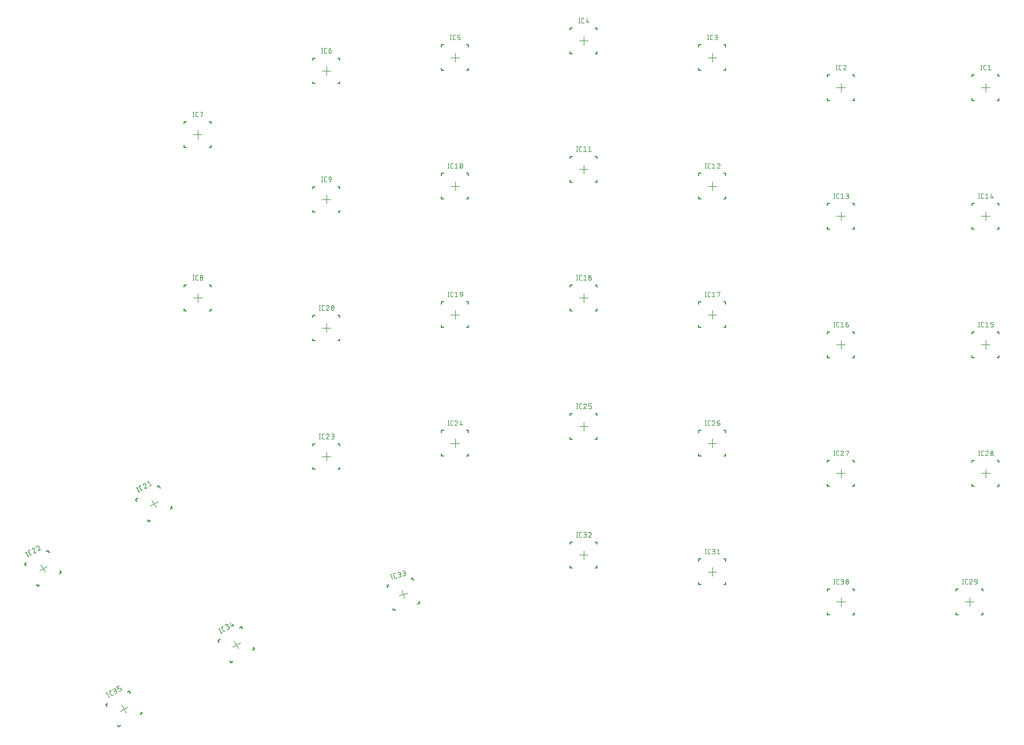
<source format=gbr>
G04 EAGLE Gerber RS-274X export*
G75*
%MOMM*%
%FSLAX34Y34*%
%LPD*%
%AMOC8*
5,1,8,0,0,1.08239X$1,22.5*%
G01*
%ADD10C,0.000000*%
%ADD11C,0.127000*%
%ADD12C,0.076200*%


D10*
X-65088Y1066800D02*
X-77788Y1066800D01*
X-71438Y1060450D02*
X-71438Y1073150D01*
X-660400Y1136238D02*
X-673100Y1136238D01*
X-666750Y1129888D02*
X-666750Y1142588D01*
X-482600Y1111425D02*
X-469900Y1111425D01*
X-476250Y1105075D02*
X-476250Y1117775D01*
X-850900Y1111425D02*
X-863600Y1111425D01*
X-857250Y1105075D02*
X-857250Y1117775D01*
X-1041400Y1091613D02*
X-1054100Y1091613D01*
X-1047750Y1085263D02*
X-1047750Y1097963D01*
X-292100Y1066800D02*
X-279400Y1066800D01*
X-285750Y1060450D02*
X-285750Y1073150D01*
X-1231900Y997363D02*
X-1244600Y997363D01*
X-1238250Y991013D02*
X-1238250Y1003713D01*
X-77788Y876300D02*
X-65088Y876300D01*
X-71438Y869950D02*
X-71438Y882650D01*
X-279400Y876300D02*
X-292100Y876300D01*
X-285750Y869950D02*
X-285750Y882650D01*
X-469900Y920925D02*
X-482600Y920925D01*
X-476250Y914575D02*
X-476250Y927275D01*
X-660400Y945738D02*
X-673100Y945738D01*
X-666750Y939388D02*
X-666750Y952088D01*
X-850900Y920925D02*
X-863600Y920925D01*
X-857250Y914575D02*
X-857250Y927275D01*
X-1041400Y901113D02*
X-1054100Y901113D01*
X-1047750Y894763D02*
X-1047750Y907463D01*
X-1231900Y755333D02*
X-1244600Y755333D01*
X-1238250Y748983D02*
X-1238250Y761683D01*
X-77788Y685800D02*
X-65088Y685800D01*
X-71438Y679450D02*
X-71438Y692150D01*
X-279400Y685800D02*
X-292100Y685800D01*
X-285750Y679450D02*
X-285750Y692150D01*
X-469900Y730425D02*
X-482600Y730425D01*
X-476250Y724075D02*
X-476250Y736775D01*
X-660400Y755238D02*
X-673100Y755238D01*
X-666750Y748888D02*
X-666750Y761588D01*
X-850900Y730425D02*
X-863600Y730425D01*
X-857250Y724075D02*
X-857250Y736775D01*
X-1041400Y710613D02*
X-1054100Y710613D01*
X-1047750Y704263D02*
X-1047750Y716963D01*
X-77788Y495300D02*
X-65088Y495300D01*
X-71438Y488950D02*
X-71438Y501650D01*
X-279400Y495300D02*
X-292100Y495300D01*
X-285750Y488950D02*
X-285750Y501650D01*
X-469900Y539925D02*
X-482600Y539925D01*
X-476250Y533575D02*
X-476250Y546275D01*
X-660400Y564738D02*
X-673100Y564738D01*
X-666750Y558388D02*
X-666750Y571088D01*
X-850900Y539925D02*
X-863600Y539925D01*
X-857250Y533575D02*
X-857250Y546275D01*
X-1041400Y520113D02*
X-1054100Y520113D01*
X-1047750Y513763D02*
X-1047750Y526463D01*
X-1297521Y453252D02*
X-1308519Y446902D01*
X-1306195Y455576D02*
X-1299845Y444577D01*
X-1461859Y357494D02*
X-1472857Y351144D01*
X-1470533Y359818D02*
X-1464183Y348819D01*
X-101600Y304800D02*
X-88900Y304800D01*
X-95250Y298450D02*
X-95250Y311150D01*
X-279400Y304800D02*
X-292100Y304800D01*
X-285750Y298450D02*
X-285750Y311150D01*
X-469900Y349425D02*
X-482600Y349425D01*
X-476250Y343075D02*
X-476250Y355775D01*
X-660400Y374238D02*
X-673100Y374238D01*
X-666750Y367888D02*
X-666750Y380588D01*
X-927669Y317571D02*
X-939936Y314284D01*
X-932159Y309794D02*
X-935446Y322061D01*
X-1175601Y244337D02*
X-1186599Y237987D01*
X-1184275Y246661D02*
X-1177925Y235662D01*
X-1341971Y149087D02*
X-1352969Y142737D01*
X-1350645Y151411D02*
X-1344295Y140412D01*
D11*
X-91434Y1082795D02*
X-91434Y1085795D01*
X-88434Y1085795D01*
X-54434Y1085795D02*
X-51434Y1085795D01*
X-51434Y1082795D01*
X-51434Y1050795D02*
X-51434Y1047795D01*
X-54434Y1047795D01*
X-88434Y1047795D02*
X-91434Y1047795D01*
X-91434Y1050795D01*
D12*
X-78022Y1093112D02*
X-78022Y1100478D01*
X-78841Y1093112D02*
X-77204Y1093112D01*
X-77204Y1100478D02*
X-78841Y1100478D01*
X-72602Y1093112D02*
X-70965Y1093112D01*
X-72602Y1093112D02*
X-72680Y1093114D01*
X-72758Y1093119D01*
X-72835Y1093129D01*
X-72912Y1093142D01*
X-72988Y1093158D01*
X-73063Y1093178D01*
X-73137Y1093202D01*
X-73210Y1093229D01*
X-73282Y1093260D01*
X-73352Y1093294D01*
X-73421Y1093331D01*
X-73487Y1093372D01*
X-73552Y1093416D01*
X-73614Y1093462D01*
X-73674Y1093512D01*
X-73732Y1093564D01*
X-73787Y1093619D01*
X-73839Y1093677D01*
X-73889Y1093737D01*
X-73935Y1093799D01*
X-73979Y1093864D01*
X-74020Y1093931D01*
X-74057Y1093999D01*
X-74091Y1094069D01*
X-74122Y1094141D01*
X-74149Y1094214D01*
X-74173Y1094288D01*
X-74193Y1094363D01*
X-74209Y1094439D01*
X-74222Y1094516D01*
X-74232Y1094593D01*
X-74237Y1094671D01*
X-74239Y1094749D01*
X-74239Y1098841D01*
X-74237Y1098919D01*
X-74232Y1098997D01*
X-74222Y1099074D01*
X-74209Y1099151D01*
X-74193Y1099227D01*
X-74173Y1099302D01*
X-74149Y1099376D01*
X-74122Y1099449D01*
X-74091Y1099521D01*
X-74057Y1099591D01*
X-74020Y1099660D01*
X-73979Y1099726D01*
X-73935Y1099791D01*
X-73889Y1099853D01*
X-73839Y1099913D01*
X-73787Y1099971D01*
X-73732Y1100026D01*
X-73674Y1100078D01*
X-73614Y1100128D01*
X-73552Y1100174D01*
X-73487Y1100218D01*
X-73421Y1100259D01*
X-73352Y1100296D01*
X-73282Y1100330D01*
X-73210Y1100361D01*
X-73137Y1100388D01*
X-73063Y1100412D01*
X-72988Y1100432D01*
X-72912Y1100448D01*
X-72835Y1100461D01*
X-72758Y1100471D01*
X-72680Y1100476D01*
X-72602Y1100478D01*
X-70965Y1100478D01*
X-68120Y1098841D02*
X-66074Y1100478D01*
X-66074Y1093112D01*
X-68120Y1093112D02*
X-64028Y1093112D01*
D11*
X-305750Y1085800D02*
X-305750Y1082800D01*
X-305750Y1085800D02*
X-302750Y1085800D01*
X-268750Y1085800D02*
X-265750Y1085800D01*
X-265750Y1082800D01*
X-265750Y1050800D02*
X-265750Y1047800D01*
X-268750Y1047800D01*
X-302750Y1047800D02*
X-305750Y1047800D01*
X-305750Y1050800D01*
D12*
X-292338Y1093117D02*
X-292338Y1100483D01*
X-293156Y1093117D02*
X-291519Y1093117D01*
X-291519Y1100483D02*
X-293156Y1100483D01*
X-286918Y1093117D02*
X-285281Y1093117D01*
X-286918Y1093117D02*
X-286996Y1093119D01*
X-287074Y1093124D01*
X-287151Y1093134D01*
X-287228Y1093147D01*
X-287304Y1093163D01*
X-287379Y1093183D01*
X-287453Y1093207D01*
X-287526Y1093234D01*
X-287598Y1093265D01*
X-287668Y1093299D01*
X-287737Y1093336D01*
X-287803Y1093377D01*
X-287868Y1093421D01*
X-287930Y1093467D01*
X-287990Y1093517D01*
X-288048Y1093569D01*
X-288103Y1093624D01*
X-288155Y1093682D01*
X-288205Y1093742D01*
X-288251Y1093804D01*
X-288295Y1093869D01*
X-288336Y1093936D01*
X-288373Y1094004D01*
X-288407Y1094074D01*
X-288438Y1094146D01*
X-288465Y1094219D01*
X-288489Y1094293D01*
X-288509Y1094368D01*
X-288525Y1094444D01*
X-288538Y1094521D01*
X-288548Y1094598D01*
X-288553Y1094676D01*
X-288555Y1094754D01*
X-288555Y1098846D01*
X-288553Y1098924D01*
X-288548Y1099002D01*
X-288538Y1099079D01*
X-288525Y1099156D01*
X-288509Y1099232D01*
X-288489Y1099307D01*
X-288465Y1099381D01*
X-288438Y1099454D01*
X-288407Y1099526D01*
X-288373Y1099596D01*
X-288336Y1099665D01*
X-288295Y1099731D01*
X-288251Y1099796D01*
X-288205Y1099858D01*
X-288155Y1099918D01*
X-288103Y1099976D01*
X-288048Y1100031D01*
X-287990Y1100083D01*
X-287930Y1100133D01*
X-287868Y1100179D01*
X-287803Y1100223D01*
X-287737Y1100264D01*
X-287668Y1100301D01*
X-287598Y1100335D01*
X-287526Y1100366D01*
X-287453Y1100393D01*
X-287379Y1100417D01*
X-287304Y1100437D01*
X-287228Y1100453D01*
X-287151Y1100466D01*
X-287074Y1100476D01*
X-286996Y1100481D01*
X-286918Y1100483D01*
X-285281Y1100483D01*
X-280185Y1100484D02*
X-280100Y1100482D01*
X-280015Y1100476D01*
X-279931Y1100466D01*
X-279847Y1100453D01*
X-279763Y1100435D01*
X-279681Y1100414D01*
X-279600Y1100389D01*
X-279520Y1100360D01*
X-279441Y1100327D01*
X-279364Y1100291D01*
X-279289Y1100251D01*
X-279215Y1100208D01*
X-279144Y1100162D01*
X-279075Y1100112D01*
X-279008Y1100059D01*
X-278944Y1100003D01*
X-278883Y1099944D01*
X-278824Y1099883D01*
X-278768Y1099819D01*
X-278715Y1099752D01*
X-278665Y1099683D01*
X-278619Y1099612D01*
X-278576Y1099538D01*
X-278536Y1099463D01*
X-278500Y1099386D01*
X-278467Y1099307D01*
X-278438Y1099227D01*
X-278413Y1099146D01*
X-278392Y1099064D01*
X-278374Y1098980D01*
X-278361Y1098896D01*
X-278351Y1098812D01*
X-278345Y1098727D01*
X-278343Y1098642D01*
X-280185Y1100483D02*
X-280281Y1100481D01*
X-280377Y1100475D01*
X-280472Y1100465D01*
X-280567Y1100452D01*
X-280662Y1100434D01*
X-280755Y1100413D01*
X-280848Y1100388D01*
X-280939Y1100359D01*
X-281030Y1100327D01*
X-281119Y1100291D01*
X-281206Y1100251D01*
X-281292Y1100208D01*
X-281376Y1100162D01*
X-281458Y1100112D01*
X-281538Y1100058D01*
X-281615Y1100002D01*
X-281690Y1099942D01*
X-281763Y1099880D01*
X-281833Y1099814D01*
X-281901Y1099746D01*
X-281966Y1099675D01*
X-282027Y1099602D01*
X-282086Y1099526D01*
X-282142Y1099447D01*
X-282194Y1099367D01*
X-282243Y1099284D01*
X-282289Y1099200D01*
X-282331Y1099114D01*
X-282369Y1099026D01*
X-282404Y1098937D01*
X-282436Y1098846D01*
X-278958Y1097210D02*
X-278898Y1097269D01*
X-278841Y1097331D01*
X-278786Y1097395D01*
X-278735Y1097462D01*
X-278686Y1097531D01*
X-278640Y1097601D01*
X-278597Y1097674D01*
X-278557Y1097748D01*
X-278521Y1097824D01*
X-278488Y1097902D01*
X-278458Y1097981D01*
X-278431Y1098061D01*
X-278408Y1098142D01*
X-278389Y1098224D01*
X-278373Y1098306D01*
X-278360Y1098390D01*
X-278351Y1098474D01*
X-278346Y1098558D01*
X-278344Y1098642D01*
X-278958Y1097209D02*
X-282436Y1093117D01*
X-278344Y1093117D01*
D11*
X-496250Y1127425D02*
X-496250Y1130425D01*
X-493250Y1130425D01*
X-459250Y1130425D02*
X-456250Y1130425D01*
X-456250Y1127425D01*
X-456250Y1095425D02*
X-456250Y1092425D01*
X-459250Y1092425D01*
X-493250Y1092425D02*
X-496250Y1092425D01*
X-496250Y1095425D01*
D12*
X-482838Y1137742D02*
X-482838Y1145108D01*
X-483656Y1137742D02*
X-482019Y1137742D01*
X-482019Y1145108D02*
X-483656Y1145108D01*
X-477418Y1137742D02*
X-475781Y1137742D01*
X-477418Y1137742D02*
X-477496Y1137744D01*
X-477574Y1137749D01*
X-477651Y1137759D01*
X-477728Y1137772D01*
X-477804Y1137788D01*
X-477879Y1137808D01*
X-477953Y1137832D01*
X-478026Y1137859D01*
X-478098Y1137890D01*
X-478168Y1137924D01*
X-478237Y1137961D01*
X-478303Y1138002D01*
X-478368Y1138046D01*
X-478430Y1138092D01*
X-478490Y1138142D01*
X-478548Y1138194D01*
X-478603Y1138249D01*
X-478655Y1138307D01*
X-478705Y1138367D01*
X-478751Y1138429D01*
X-478795Y1138494D01*
X-478836Y1138561D01*
X-478873Y1138629D01*
X-478907Y1138699D01*
X-478938Y1138771D01*
X-478965Y1138844D01*
X-478989Y1138918D01*
X-479009Y1138993D01*
X-479025Y1139069D01*
X-479038Y1139146D01*
X-479048Y1139223D01*
X-479053Y1139301D01*
X-479055Y1139379D01*
X-479055Y1143471D01*
X-479053Y1143549D01*
X-479048Y1143627D01*
X-479038Y1143704D01*
X-479025Y1143781D01*
X-479009Y1143857D01*
X-478989Y1143932D01*
X-478965Y1144006D01*
X-478938Y1144079D01*
X-478907Y1144151D01*
X-478873Y1144221D01*
X-478836Y1144290D01*
X-478795Y1144356D01*
X-478751Y1144421D01*
X-478705Y1144483D01*
X-478655Y1144543D01*
X-478603Y1144601D01*
X-478548Y1144656D01*
X-478490Y1144708D01*
X-478430Y1144758D01*
X-478368Y1144804D01*
X-478303Y1144848D01*
X-478237Y1144889D01*
X-478168Y1144926D01*
X-478098Y1144960D01*
X-478026Y1144991D01*
X-477953Y1145018D01*
X-477879Y1145042D01*
X-477804Y1145062D01*
X-477728Y1145078D01*
X-477651Y1145091D01*
X-477574Y1145101D01*
X-477496Y1145106D01*
X-477418Y1145108D01*
X-475781Y1145108D01*
X-472936Y1137742D02*
X-470890Y1137742D01*
X-470801Y1137744D01*
X-470712Y1137750D01*
X-470623Y1137760D01*
X-470535Y1137773D01*
X-470447Y1137790D01*
X-470360Y1137812D01*
X-470275Y1137837D01*
X-470190Y1137865D01*
X-470107Y1137898D01*
X-470025Y1137934D01*
X-469945Y1137973D01*
X-469867Y1138016D01*
X-469791Y1138062D01*
X-469716Y1138112D01*
X-469644Y1138165D01*
X-469575Y1138221D01*
X-469508Y1138280D01*
X-469443Y1138341D01*
X-469382Y1138406D01*
X-469323Y1138473D01*
X-469267Y1138542D01*
X-469214Y1138614D01*
X-469164Y1138689D01*
X-469118Y1138765D01*
X-469075Y1138843D01*
X-469036Y1138923D01*
X-469000Y1139005D01*
X-468967Y1139088D01*
X-468939Y1139173D01*
X-468914Y1139258D01*
X-468892Y1139345D01*
X-468875Y1139433D01*
X-468862Y1139521D01*
X-468852Y1139610D01*
X-468846Y1139699D01*
X-468844Y1139788D01*
X-468846Y1139877D01*
X-468852Y1139966D01*
X-468862Y1140055D01*
X-468875Y1140143D01*
X-468892Y1140231D01*
X-468914Y1140318D01*
X-468939Y1140403D01*
X-468967Y1140488D01*
X-469000Y1140571D01*
X-469036Y1140653D01*
X-469075Y1140733D01*
X-469118Y1140811D01*
X-469164Y1140887D01*
X-469214Y1140962D01*
X-469267Y1141034D01*
X-469323Y1141103D01*
X-469382Y1141170D01*
X-469443Y1141235D01*
X-469508Y1141296D01*
X-469575Y1141355D01*
X-469644Y1141411D01*
X-469716Y1141464D01*
X-469791Y1141514D01*
X-469867Y1141560D01*
X-469945Y1141603D01*
X-470025Y1141642D01*
X-470107Y1141678D01*
X-470190Y1141711D01*
X-470275Y1141739D01*
X-470360Y1141764D01*
X-470447Y1141786D01*
X-470535Y1141803D01*
X-470623Y1141816D01*
X-470712Y1141826D01*
X-470801Y1141832D01*
X-470890Y1141834D01*
X-470481Y1145108D02*
X-472936Y1145108D01*
X-470481Y1145108D02*
X-470402Y1145106D01*
X-470323Y1145100D01*
X-470244Y1145091D01*
X-470166Y1145078D01*
X-470089Y1145060D01*
X-470013Y1145040D01*
X-469938Y1145015D01*
X-469864Y1144987D01*
X-469791Y1144956D01*
X-469720Y1144920D01*
X-469651Y1144882D01*
X-469584Y1144840D01*
X-469519Y1144795D01*
X-469456Y1144747D01*
X-469395Y1144696D01*
X-469338Y1144642D01*
X-469282Y1144586D01*
X-469230Y1144527D01*
X-469180Y1144465D01*
X-469134Y1144401D01*
X-469090Y1144335D01*
X-469050Y1144267D01*
X-469014Y1144197D01*
X-468980Y1144125D01*
X-468950Y1144051D01*
X-468924Y1143977D01*
X-468901Y1143901D01*
X-468883Y1143824D01*
X-468867Y1143747D01*
X-468856Y1143668D01*
X-468848Y1143590D01*
X-468844Y1143511D01*
X-468844Y1143431D01*
X-468848Y1143352D01*
X-468856Y1143274D01*
X-468867Y1143195D01*
X-468883Y1143118D01*
X-468901Y1143041D01*
X-468924Y1142965D01*
X-468950Y1142891D01*
X-468980Y1142817D01*
X-469014Y1142745D01*
X-469050Y1142675D01*
X-469090Y1142607D01*
X-469134Y1142541D01*
X-469180Y1142477D01*
X-469230Y1142415D01*
X-469282Y1142356D01*
X-469338Y1142300D01*
X-469395Y1142246D01*
X-469456Y1142195D01*
X-469519Y1142147D01*
X-469584Y1142102D01*
X-469651Y1142060D01*
X-469720Y1142022D01*
X-469791Y1141986D01*
X-469864Y1141955D01*
X-469938Y1141927D01*
X-470013Y1141902D01*
X-470089Y1141882D01*
X-470166Y1141864D01*
X-470244Y1141851D01*
X-470323Y1141842D01*
X-470402Y1141836D01*
X-470481Y1141834D01*
X-472117Y1141834D01*
D11*
X-686750Y1152238D02*
X-686750Y1155238D01*
X-683750Y1155238D01*
X-649750Y1155238D02*
X-646750Y1155238D01*
X-646750Y1152238D01*
X-646750Y1120238D02*
X-646750Y1117238D01*
X-649750Y1117238D01*
X-683750Y1117238D02*
X-686750Y1117238D01*
X-686750Y1120238D01*
D12*
X-673338Y1162555D02*
X-673338Y1169921D01*
X-674156Y1162555D02*
X-672519Y1162555D01*
X-672519Y1169921D02*
X-674156Y1169921D01*
X-667918Y1162555D02*
X-666281Y1162555D01*
X-667918Y1162554D02*
X-667996Y1162556D01*
X-668074Y1162561D01*
X-668151Y1162571D01*
X-668228Y1162584D01*
X-668304Y1162600D01*
X-668379Y1162620D01*
X-668453Y1162644D01*
X-668526Y1162671D01*
X-668598Y1162702D01*
X-668668Y1162736D01*
X-668737Y1162773D01*
X-668803Y1162814D01*
X-668868Y1162858D01*
X-668930Y1162904D01*
X-668990Y1162954D01*
X-669048Y1163006D01*
X-669103Y1163061D01*
X-669155Y1163119D01*
X-669205Y1163179D01*
X-669251Y1163241D01*
X-669295Y1163306D01*
X-669336Y1163373D01*
X-669373Y1163441D01*
X-669407Y1163511D01*
X-669438Y1163583D01*
X-669465Y1163656D01*
X-669489Y1163730D01*
X-669509Y1163805D01*
X-669525Y1163881D01*
X-669538Y1163958D01*
X-669548Y1164035D01*
X-669553Y1164113D01*
X-669555Y1164191D01*
X-669555Y1168284D01*
X-669553Y1168362D01*
X-669548Y1168440D01*
X-669538Y1168517D01*
X-669525Y1168594D01*
X-669509Y1168670D01*
X-669489Y1168745D01*
X-669465Y1168819D01*
X-669438Y1168892D01*
X-669407Y1168964D01*
X-669373Y1169034D01*
X-669336Y1169103D01*
X-669295Y1169169D01*
X-669251Y1169234D01*
X-669205Y1169296D01*
X-669155Y1169356D01*
X-669103Y1169414D01*
X-669048Y1169469D01*
X-668990Y1169521D01*
X-668930Y1169571D01*
X-668868Y1169617D01*
X-668803Y1169661D01*
X-668737Y1169702D01*
X-668668Y1169739D01*
X-668598Y1169773D01*
X-668526Y1169804D01*
X-668453Y1169831D01*
X-668379Y1169855D01*
X-668304Y1169875D01*
X-668228Y1169891D01*
X-668151Y1169904D01*
X-668074Y1169914D01*
X-667996Y1169919D01*
X-667918Y1169921D01*
X-666281Y1169921D01*
X-661799Y1169921D02*
X-663436Y1164191D01*
X-659344Y1164191D01*
X-660571Y1165828D02*
X-660571Y1162555D01*
D11*
X-877250Y1130425D02*
X-877250Y1127425D01*
X-877250Y1130425D02*
X-874250Y1130425D01*
X-840250Y1130425D02*
X-837250Y1130425D01*
X-837250Y1127425D01*
X-837250Y1095425D02*
X-837250Y1092425D01*
X-840250Y1092425D01*
X-874250Y1092425D02*
X-877250Y1092425D01*
X-877250Y1095425D01*
D12*
X-863838Y1137742D02*
X-863838Y1145108D01*
X-864656Y1137742D02*
X-863019Y1137742D01*
X-863019Y1145108D02*
X-864656Y1145108D01*
X-858418Y1137742D02*
X-856781Y1137742D01*
X-858418Y1137742D02*
X-858496Y1137744D01*
X-858574Y1137749D01*
X-858651Y1137759D01*
X-858728Y1137772D01*
X-858804Y1137788D01*
X-858879Y1137808D01*
X-858953Y1137832D01*
X-859026Y1137859D01*
X-859098Y1137890D01*
X-859168Y1137924D01*
X-859237Y1137961D01*
X-859303Y1138002D01*
X-859368Y1138046D01*
X-859430Y1138092D01*
X-859490Y1138142D01*
X-859548Y1138194D01*
X-859603Y1138249D01*
X-859655Y1138307D01*
X-859705Y1138367D01*
X-859751Y1138429D01*
X-859795Y1138494D01*
X-859836Y1138561D01*
X-859873Y1138629D01*
X-859907Y1138699D01*
X-859938Y1138771D01*
X-859965Y1138844D01*
X-859989Y1138918D01*
X-860009Y1138993D01*
X-860025Y1139069D01*
X-860038Y1139146D01*
X-860048Y1139223D01*
X-860053Y1139301D01*
X-860055Y1139379D01*
X-860055Y1143471D01*
X-860053Y1143549D01*
X-860048Y1143627D01*
X-860038Y1143704D01*
X-860025Y1143781D01*
X-860009Y1143857D01*
X-859989Y1143932D01*
X-859965Y1144006D01*
X-859938Y1144079D01*
X-859907Y1144151D01*
X-859873Y1144221D01*
X-859836Y1144290D01*
X-859795Y1144356D01*
X-859751Y1144421D01*
X-859705Y1144483D01*
X-859655Y1144543D01*
X-859603Y1144601D01*
X-859548Y1144656D01*
X-859490Y1144708D01*
X-859430Y1144758D01*
X-859368Y1144804D01*
X-859303Y1144848D01*
X-859237Y1144889D01*
X-859168Y1144926D01*
X-859098Y1144960D01*
X-859026Y1144991D01*
X-858953Y1145018D01*
X-858879Y1145042D01*
X-858804Y1145062D01*
X-858728Y1145078D01*
X-858651Y1145091D01*
X-858574Y1145101D01*
X-858496Y1145106D01*
X-858418Y1145108D01*
X-856781Y1145108D01*
X-853936Y1137742D02*
X-851481Y1137742D01*
X-851401Y1137744D01*
X-851321Y1137750D01*
X-851241Y1137760D01*
X-851162Y1137773D01*
X-851083Y1137791D01*
X-851006Y1137812D01*
X-850930Y1137838D01*
X-850855Y1137867D01*
X-850781Y1137899D01*
X-850709Y1137935D01*
X-850639Y1137975D01*
X-850572Y1138018D01*
X-850506Y1138064D01*
X-850443Y1138114D01*
X-850382Y1138166D01*
X-850323Y1138221D01*
X-850268Y1138280D01*
X-850216Y1138340D01*
X-850166Y1138404D01*
X-850120Y1138469D01*
X-850077Y1138537D01*
X-850037Y1138607D01*
X-850001Y1138679D01*
X-849969Y1138753D01*
X-849940Y1138827D01*
X-849915Y1138904D01*
X-849893Y1138981D01*
X-849875Y1139060D01*
X-849862Y1139139D01*
X-849852Y1139218D01*
X-849846Y1139299D01*
X-849844Y1139379D01*
X-849844Y1140197D01*
X-849846Y1140275D01*
X-849851Y1140353D01*
X-849861Y1140430D01*
X-849874Y1140507D01*
X-849890Y1140583D01*
X-849910Y1140658D01*
X-849934Y1140732D01*
X-849961Y1140805D01*
X-849992Y1140877D01*
X-850026Y1140947D01*
X-850063Y1141016D01*
X-850104Y1141082D01*
X-850148Y1141147D01*
X-850194Y1141209D01*
X-850244Y1141269D01*
X-850296Y1141327D01*
X-850351Y1141382D01*
X-850409Y1141434D01*
X-850469Y1141484D01*
X-850531Y1141530D01*
X-850596Y1141574D01*
X-850663Y1141615D01*
X-850731Y1141652D01*
X-850801Y1141686D01*
X-850873Y1141717D01*
X-850946Y1141744D01*
X-851020Y1141768D01*
X-851095Y1141788D01*
X-851171Y1141804D01*
X-851248Y1141817D01*
X-851325Y1141827D01*
X-851403Y1141832D01*
X-851481Y1141834D01*
X-853936Y1141834D01*
X-853936Y1145108D01*
X-849844Y1145108D01*
D11*
X-1067750Y1110613D02*
X-1067750Y1107613D01*
X-1067750Y1110613D02*
X-1064750Y1110613D01*
X-1030750Y1110613D02*
X-1027750Y1110613D01*
X-1027750Y1107613D01*
X-1027750Y1075613D02*
X-1027750Y1072613D01*
X-1030750Y1072613D01*
X-1064750Y1072613D02*
X-1067750Y1072613D01*
X-1067750Y1075613D01*
D12*
X-1054338Y1117930D02*
X-1054338Y1125296D01*
X-1055156Y1117930D02*
X-1053519Y1117930D01*
X-1053519Y1125296D02*
X-1055156Y1125296D01*
X-1048918Y1117930D02*
X-1047281Y1117930D01*
X-1048918Y1117929D02*
X-1048996Y1117931D01*
X-1049074Y1117936D01*
X-1049151Y1117946D01*
X-1049228Y1117959D01*
X-1049304Y1117975D01*
X-1049379Y1117995D01*
X-1049453Y1118019D01*
X-1049526Y1118046D01*
X-1049598Y1118077D01*
X-1049668Y1118111D01*
X-1049737Y1118148D01*
X-1049803Y1118189D01*
X-1049868Y1118233D01*
X-1049930Y1118279D01*
X-1049990Y1118329D01*
X-1050048Y1118381D01*
X-1050103Y1118436D01*
X-1050155Y1118494D01*
X-1050205Y1118554D01*
X-1050251Y1118616D01*
X-1050295Y1118681D01*
X-1050336Y1118748D01*
X-1050373Y1118816D01*
X-1050407Y1118886D01*
X-1050438Y1118958D01*
X-1050465Y1119031D01*
X-1050489Y1119105D01*
X-1050509Y1119180D01*
X-1050525Y1119256D01*
X-1050538Y1119333D01*
X-1050548Y1119410D01*
X-1050553Y1119488D01*
X-1050555Y1119566D01*
X-1050555Y1123659D01*
X-1050553Y1123737D01*
X-1050548Y1123815D01*
X-1050538Y1123892D01*
X-1050525Y1123969D01*
X-1050509Y1124045D01*
X-1050489Y1124120D01*
X-1050465Y1124194D01*
X-1050438Y1124267D01*
X-1050407Y1124339D01*
X-1050373Y1124409D01*
X-1050336Y1124478D01*
X-1050295Y1124544D01*
X-1050251Y1124609D01*
X-1050205Y1124671D01*
X-1050155Y1124731D01*
X-1050103Y1124789D01*
X-1050048Y1124844D01*
X-1049990Y1124896D01*
X-1049930Y1124946D01*
X-1049868Y1124992D01*
X-1049803Y1125036D01*
X-1049737Y1125077D01*
X-1049668Y1125114D01*
X-1049598Y1125148D01*
X-1049526Y1125179D01*
X-1049453Y1125206D01*
X-1049379Y1125230D01*
X-1049304Y1125250D01*
X-1049228Y1125266D01*
X-1049151Y1125279D01*
X-1049074Y1125289D01*
X-1048996Y1125294D01*
X-1048918Y1125296D01*
X-1047281Y1125296D01*
X-1044436Y1122022D02*
X-1041981Y1122022D01*
X-1041901Y1122020D01*
X-1041821Y1122014D01*
X-1041741Y1122004D01*
X-1041662Y1121991D01*
X-1041583Y1121973D01*
X-1041506Y1121952D01*
X-1041430Y1121926D01*
X-1041355Y1121897D01*
X-1041281Y1121865D01*
X-1041209Y1121829D01*
X-1041139Y1121789D01*
X-1041072Y1121746D01*
X-1041006Y1121700D01*
X-1040943Y1121650D01*
X-1040882Y1121598D01*
X-1040823Y1121543D01*
X-1040768Y1121484D01*
X-1040716Y1121424D01*
X-1040666Y1121360D01*
X-1040620Y1121294D01*
X-1040577Y1121227D01*
X-1040537Y1121157D01*
X-1040501Y1121085D01*
X-1040469Y1121011D01*
X-1040440Y1120937D01*
X-1040414Y1120860D01*
X-1040393Y1120783D01*
X-1040375Y1120704D01*
X-1040362Y1120625D01*
X-1040352Y1120545D01*
X-1040346Y1120465D01*
X-1040344Y1120385D01*
X-1040344Y1119976D01*
X-1040346Y1119887D01*
X-1040352Y1119798D01*
X-1040362Y1119709D01*
X-1040375Y1119621D01*
X-1040392Y1119533D01*
X-1040414Y1119446D01*
X-1040439Y1119361D01*
X-1040467Y1119276D01*
X-1040500Y1119193D01*
X-1040536Y1119111D01*
X-1040575Y1119031D01*
X-1040618Y1118953D01*
X-1040664Y1118877D01*
X-1040714Y1118802D01*
X-1040767Y1118730D01*
X-1040823Y1118661D01*
X-1040882Y1118594D01*
X-1040943Y1118529D01*
X-1041008Y1118468D01*
X-1041075Y1118409D01*
X-1041144Y1118353D01*
X-1041216Y1118300D01*
X-1041291Y1118250D01*
X-1041367Y1118204D01*
X-1041445Y1118161D01*
X-1041525Y1118122D01*
X-1041607Y1118086D01*
X-1041690Y1118053D01*
X-1041775Y1118025D01*
X-1041860Y1118000D01*
X-1041947Y1117978D01*
X-1042035Y1117961D01*
X-1042123Y1117948D01*
X-1042212Y1117938D01*
X-1042301Y1117932D01*
X-1042390Y1117930D01*
X-1042479Y1117932D01*
X-1042568Y1117938D01*
X-1042657Y1117948D01*
X-1042745Y1117961D01*
X-1042833Y1117978D01*
X-1042920Y1118000D01*
X-1043005Y1118025D01*
X-1043090Y1118053D01*
X-1043173Y1118086D01*
X-1043255Y1118122D01*
X-1043335Y1118161D01*
X-1043413Y1118204D01*
X-1043489Y1118250D01*
X-1043564Y1118300D01*
X-1043636Y1118353D01*
X-1043705Y1118409D01*
X-1043772Y1118468D01*
X-1043837Y1118529D01*
X-1043898Y1118594D01*
X-1043957Y1118661D01*
X-1044013Y1118730D01*
X-1044066Y1118802D01*
X-1044116Y1118877D01*
X-1044162Y1118953D01*
X-1044205Y1119031D01*
X-1044244Y1119111D01*
X-1044280Y1119193D01*
X-1044313Y1119276D01*
X-1044341Y1119361D01*
X-1044366Y1119446D01*
X-1044388Y1119533D01*
X-1044405Y1119621D01*
X-1044418Y1119709D01*
X-1044428Y1119798D01*
X-1044434Y1119887D01*
X-1044436Y1119976D01*
X-1044436Y1122022D01*
X-1044434Y1122134D01*
X-1044428Y1122245D01*
X-1044419Y1122357D01*
X-1044406Y1122468D01*
X-1044388Y1122578D01*
X-1044368Y1122688D01*
X-1044343Y1122797D01*
X-1044315Y1122905D01*
X-1044283Y1123012D01*
X-1044247Y1123118D01*
X-1044208Y1123223D01*
X-1044165Y1123326D01*
X-1044119Y1123428D01*
X-1044069Y1123528D01*
X-1044016Y1123627D01*
X-1043959Y1123723D01*
X-1043900Y1123818D01*
X-1043837Y1123910D01*
X-1043771Y1124000D01*
X-1043702Y1124088D01*
X-1043630Y1124174D01*
X-1043555Y1124257D01*
X-1043477Y1124337D01*
X-1043397Y1124415D01*
X-1043314Y1124490D01*
X-1043228Y1124562D01*
X-1043140Y1124631D01*
X-1043050Y1124697D01*
X-1042958Y1124760D01*
X-1042863Y1124819D01*
X-1042767Y1124876D01*
X-1042668Y1124929D01*
X-1042568Y1124979D01*
X-1042466Y1125025D01*
X-1042363Y1125068D01*
X-1042258Y1125107D01*
X-1042152Y1125143D01*
X-1042045Y1125175D01*
X-1041937Y1125203D01*
X-1041828Y1125228D01*
X-1041718Y1125248D01*
X-1041608Y1125266D01*
X-1041497Y1125279D01*
X-1041385Y1125288D01*
X-1041274Y1125294D01*
X-1041162Y1125296D01*
D11*
X-1258250Y1016363D02*
X-1258250Y1013363D01*
X-1258250Y1016363D02*
X-1255250Y1016363D01*
X-1221250Y1016363D02*
X-1218250Y1016363D01*
X-1218250Y1013363D01*
X-1218250Y981363D02*
X-1218250Y978363D01*
X-1221250Y978363D01*
X-1255250Y978363D02*
X-1258250Y978363D01*
X-1258250Y981363D01*
D12*
X-1244838Y1023680D02*
X-1244838Y1031046D01*
X-1245656Y1023680D02*
X-1244019Y1023680D01*
X-1244019Y1031046D02*
X-1245656Y1031046D01*
X-1239418Y1023680D02*
X-1237781Y1023680D01*
X-1239418Y1023679D02*
X-1239496Y1023681D01*
X-1239574Y1023686D01*
X-1239651Y1023696D01*
X-1239728Y1023709D01*
X-1239804Y1023725D01*
X-1239879Y1023745D01*
X-1239953Y1023769D01*
X-1240026Y1023796D01*
X-1240098Y1023827D01*
X-1240168Y1023861D01*
X-1240237Y1023898D01*
X-1240303Y1023939D01*
X-1240368Y1023983D01*
X-1240430Y1024029D01*
X-1240490Y1024079D01*
X-1240548Y1024131D01*
X-1240603Y1024186D01*
X-1240655Y1024244D01*
X-1240705Y1024304D01*
X-1240751Y1024366D01*
X-1240795Y1024431D01*
X-1240836Y1024498D01*
X-1240873Y1024566D01*
X-1240907Y1024636D01*
X-1240938Y1024708D01*
X-1240965Y1024781D01*
X-1240989Y1024855D01*
X-1241009Y1024930D01*
X-1241025Y1025006D01*
X-1241038Y1025083D01*
X-1241048Y1025160D01*
X-1241053Y1025238D01*
X-1241055Y1025316D01*
X-1241055Y1029409D01*
X-1241053Y1029487D01*
X-1241048Y1029565D01*
X-1241038Y1029642D01*
X-1241025Y1029719D01*
X-1241009Y1029795D01*
X-1240989Y1029870D01*
X-1240965Y1029944D01*
X-1240938Y1030017D01*
X-1240907Y1030089D01*
X-1240873Y1030159D01*
X-1240836Y1030228D01*
X-1240795Y1030294D01*
X-1240751Y1030359D01*
X-1240705Y1030421D01*
X-1240655Y1030481D01*
X-1240603Y1030539D01*
X-1240548Y1030594D01*
X-1240490Y1030646D01*
X-1240430Y1030696D01*
X-1240368Y1030742D01*
X-1240303Y1030786D01*
X-1240237Y1030827D01*
X-1240168Y1030864D01*
X-1240098Y1030898D01*
X-1240026Y1030929D01*
X-1239953Y1030956D01*
X-1239879Y1030980D01*
X-1239804Y1031000D01*
X-1239728Y1031016D01*
X-1239651Y1031029D01*
X-1239574Y1031039D01*
X-1239496Y1031044D01*
X-1239418Y1031046D01*
X-1237781Y1031046D01*
X-1234936Y1031046D02*
X-1234936Y1030227D01*
X-1234936Y1031046D02*
X-1230844Y1031046D01*
X-1232890Y1023680D01*
D11*
X-1218250Y739333D02*
X-1218250Y736333D01*
X-1221250Y736333D01*
X-1255250Y736333D02*
X-1258250Y736333D01*
X-1258250Y739333D01*
X-1258250Y771333D02*
X-1258250Y774333D01*
X-1255250Y774333D01*
X-1221250Y774333D02*
X-1218250Y774333D01*
X-1218250Y771333D01*
D12*
X-1244838Y781650D02*
X-1244838Y789016D01*
X-1245656Y781650D02*
X-1244019Y781650D01*
X-1244019Y789016D02*
X-1245656Y789016D01*
X-1239418Y781650D02*
X-1237781Y781650D01*
X-1239418Y781649D02*
X-1239496Y781651D01*
X-1239574Y781656D01*
X-1239651Y781666D01*
X-1239728Y781679D01*
X-1239804Y781695D01*
X-1239879Y781715D01*
X-1239953Y781739D01*
X-1240026Y781766D01*
X-1240098Y781797D01*
X-1240168Y781831D01*
X-1240237Y781868D01*
X-1240303Y781909D01*
X-1240368Y781953D01*
X-1240430Y781999D01*
X-1240490Y782049D01*
X-1240548Y782101D01*
X-1240603Y782156D01*
X-1240655Y782214D01*
X-1240705Y782274D01*
X-1240751Y782336D01*
X-1240795Y782401D01*
X-1240836Y782468D01*
X-1240873Y782536D01*
X-1240907Y782606D01*
X-1240938Y782678D01*
X-1240965Y782751D01*
X-1240989Y782825D01*
X-1241009Y782900D01*
X-1241025Y782976D01*
X-1241038Y783053D01*
X-1241048Y783130D01*
X-1241053Y783208D01*
X-1241055Y783286D01*
X-1241055Y787379D01*
X-1241053Y787457D01*
X-1241048Y787535D01*
X-1241038Y787612D01*
X-1241025Y787689D01*
X-1241009Y787765D01*
X-1240989Y787840D01*
X-1240965Y787914D01*
X-1240938Y787987D01*
X-1240907Y788059D01*
X-1240873Y788129D01*
X-1240836Y788198D01*
X-1240795Y788264D01*
X-1240751Y788329D01*
X-1240705Y788391D01*
X-1240655Y788451D01*
X-1240603Y788509D01*
X-1240548Y788564D01*
X-1240490Y788616D01*
X-1240430Y788666D01*
X-1240368Y788712D01*
X-1240303Y788756D01*
X-1240237Y788797D01*
X-1240168Y788834D01*
X-1240098Y788868D01*
X-1240026Y788899D01*
X-1239953Y788926D01*
X-1239879Y788950D01*
X-1239804Y788970D01*
X-1239728Y788986D01*
X-1239651Y788999D01*
X-1239574Y789009D01*
X-1239496Y789014D01*
X-1239418Y789016D01*
X-1237781Y789016D01*
X-1234936Y783696D02*
X-1234934Y783785D01*
X-1234928Y783874D01*
X-1234918Y783963D01*
X-1234905Y784051D01*
X-1234888Y784139D01*
X-1234866Y784226D01*
X-1234841Y784311D01*
X-1234813Y784396D01*
X-1234780Y784479D01*
X-1234744Y784561D01*
X-1234705Y784641D01*
X-1234662Y784719D01*
X-1234616Y784795D01*
X-1234566Y784870D01*
X-1234513Y784942D01*
X-1234457Y785011D01*
X-1234398Y785078D01*
X-1234337Y785143D01*
X-1234272Y785204D01*
X-1234205Y785263D01*
X-1234136Y785319D01*
X-1234064Y785372D01*
X-1233989Y785422D01*
X-1233913Y785468D01*
X-1233835Y785511D01*
X-1233755Y785550D01*
X-1233673Y785586D01*
X-1233590Y785619D01*
X-1233505Y785647D01*
X-1233420Y785672D01*
X-1233333Y785694D01*
X-1233245Y785711D01*
X-1233157Y785724D01*
X-1233068Y785734D01*
X-1232979Y785740D01*
X-1232890Y785742D01*
X-1232801Y785740D01*
X-1232712Y785734D01*
X-1232623Y785724D01*
X-1232535Y785711D01*
X-1232447Y785694D01*
X-1232360Y785672D01*
X-1232275Y785647D01*
X-1232190Y785619D01*
X-1232107Y785586D01*
X-1232025Y785550D01*
X-1231945Y785511D01*
X-1231867Y785468D01*
X-1231791Y785422D01*
X-1231716Y785372D01*
X-1231644Y785319D01*
X-1231575Y785263D01*
X-1231508Y785204D01*
X-1231443Y785143D01*
X-1231382Y785078D01*
X-1231323Y785011D01*
X-1231267Y784942D01*
X-1231214Y784870D01*
X-1231164Y784795D01*
X-1231118Y784719D01*
X-1231075Y784641D01*
X-1231036Y784561D01*
X-1231000Y784479D01*
X-1230967Y784396D01*
X-1230939Y784311D01*
X-1230914Y784226D01*
X-1230892Y784139D01*
X-1230875Y784051D01*
X-1230862Y783963D01*
X-1230852Y783874D01*
X-1230846Y783785D01*
X-1230844Y783696D01*
X-1230846Y783607D01*
X-1230852Y783518D01*
X-1230862Y783429D01*
X-1230875Y783341D01*
X-1230892Y783253D01*
X-1230914Y783166D01*
X-1230939Y783081D01*
X-1230967Y782996D01*
X-1231000Y782913D01*
X-1231036Y782831D01*
X-1231075Y782751D01*
X-1231118Y782673D01*
X-1231164Y782597D01*
X-1231214Y782522D01*
X-1231267Y782450D01*
X-1231323Y782381D01*
X-1231382Y782314D01*
X-1231443Y782249D01*
X-1231508Y782188D01*
X-1231575Y782129D01*
X-1231644Y782073D01*
X-1231716Y782020D01*
X-1231791Y781970D01*
X-1231867Y781924D01*
X-1231945Y781881D01*
X-1232025Y781842D01*
X-1232107Y781806D01*
X-1232190Y781773D01*
X-1232275Y781745D01*
X-1232360Y781720D01*
X-1232447Y781698D01*
X-1232535Y781681D01*
X-1232623Y781668D01*
X-1232712Y781658D01*
X-1232801Y781652D01*
X-1232890Y781650D01*
X-1232979Y781652D01*
X-1233068Y781658D01*
X-1233157Y781668D01*
X-1233245Y781681D01*
X-1233333Y781698D01*
X-1233420Y781720D01*
X-1233505Y781745D01*
X-1233590Y781773D01*
X-1233673Y781806D01*
X-1233755Y781842D01*
X-1233835Y781881D01*
X-1233913Y781924D01*
X-1233989Y781970D01*
X-1234064Y782020D01*
X-1234136Y782073D01*
X-1234205Y782129D01*
X-1234272Y782188D01*
X-1234337Y782249D01*
X-1234398Y782314D01*
X-1234457Y782381D01*
X-1234513Y782450D01*
X-1234566Y782522D01*
X-1234616Y782597D01*
X-1234662Y782673D01*
X-1234705Y782751D01*
X-1234744Y782831D01*
X-1234780Y782913D01*
X-1234813Y782996D01*
X-1234841Y783081D01*
X-1234866Y783166D01*
X-1234888Y783253D01*
X-1234905Y783341D01*
X-1234918Y783429D01*
X-1234928Y783518D01*
X-1234934Y783607D01*
X-1234936Y783696D01*
X-1234527Y787379D02*
X-1234525Y787458D01*
X-1234519Y787537D01*
X-1234510Y787616D01*
X-1234497Y787694D01*
X-1234479Y787771D01*
X-1234459Y787847D01*
X-1234434Y787922D01*
X-1234406Y787996D01*
X-1234375Y788069D01*
X-1234339Y788140D01*
X-1234301Y788209D01*
X-1234259Y788276D01*
X-1234214Y788341D01*
X-1234166Y788404D01*
X-1234115Y788465D01*
X-1234061Y788522D01*
X-1234005Y788578D01*
X-1233946Y788630D01*
X-1233884Y788680D01*
X-1233820Y788726D01*
X-1233754Y788770D01*
X-1233686Y788810D01*
X-1233616Y788846D01*
X-1233544Y788880D01*
X-1233470Y788910D01*
X-1233396Y788936D01*
X-1233320Y788959D01*
X-1233243Y788977D01*
X-1233166Y788993D01*
X-1233087Y789004D01*
X-1233009Y789012D01*
X-1232930Y789016D01*
X-1232850Y789016D01*
X-1232771Y789012D01*
X-1232693Y789004D01*
X-1232614Y788993D01*
X-1232537Y788977D01*
X-1232460Y788959D01*
X-1232384Y788936D01*
X-1232310Y788910D01*
X-1232236Y788880D01*
X-1232164Y788846D01*
X-1232094Y788810D01*
X-1232026Y788770D01*
X-1231960Y788726D01*
X-1231896Y788680D01*
X-1231834Y788630D01*
X-1231775Y788578D01*
X-1231719Y788522D01*
X-1231665Y788465D01*
X-1231614Y788404D01*
X-1231566Y788341D01*
X-1231521Y788276D01*
X-1231479Y788209D01*
X-1231441Y788140D01*
X-1231405Y788069D01*
X-1231374Y787996D01*
X-1231346Y787922D01*
X-1231321Y787847D01*
X-1231301Y787771D01*
X-1231283Y787694D01*
X-1231270Y787616D01*
X-1231261Y787537D01*
X-1231255Y787458D01*
X-1231253Y787379D01*
X-1231255Y787300D01*
X-1231261Y787221D01*
X-1231270Y787142D01*
X-1231283Y787064D01*
X-1231301Y786987D01*
X-1231321Y786911D01*
X-1231346Y786836D01*
X-1231374Y786762D01*
X-1231405Y786689D01*
X-1231441Y786618D01*
X-1231479Y786549D01*
X-1231521Y786482D01*
X-1231566Y786417D01*
X-1231614Y786354D01*
X-1231665Y786293D01*
X-1231719Y786236D01*
X-1231775Y786180D01*
X-1231834Y786128D01*
X-1231896Y786078D01*
X-1231960Y786032D01*
X-1232026Y785988D01*
X-1232094Y785948D01*
X-1232164Y785912D01*
X-1232236Y785878D01*
X-1232310Y785848D01*
X-1232384Y785822D01*
X-1232460Y785799D01*
X-1232537Y785781D01*
X-1232614Y785765D01*
X-1232693Y785754D01*
X-1232771Y785746D01*
X-1232850Y785742D01*
X-1232930Y785742D01*
X-1233009Y785746D01*
X-1233087Y785754D01*
X-1233166Y785765D01*
X-1233243Y785781D01*
X-1233320Y785799D01*
X-1233396Y785822D01*
X-1233470Y785848D01*
X-1233544Y785878D01*
X-1233616Y785912D01*
X-1233686Y785948D01*
X-1233754Y785988D01*
X-1233820Y786032D01*
X-1233884Y786078D01*
X-1233946Y786128D01*
X-1234005Y786180D01*
X-1234061Y786236D01*
X-1234115Y786293D01*
X-1234166Y786354D01*
X-1234214Y786417D01*
X-1234259Y786482D01*
X-1234301Y786549D01*
X-1234339Y786618D01*
X-1234375Y786689D01*
X-1234406Y786762D01*
X-1234434Y786836D01*
X-1234459Y786911D01*
X-1234479Y786987D01*
X-1234497Y787064D01*
X-1234510Y787142D01*
X-1234519Y787221D01*
X-1234525Y787300D01*
X-1234527Y787379D01*
D11*
X-1027750Y882113D02*
X-1027750Y885113D01*
X-1027750Y882113D02*
X-1030750Y882113D01*
X-1064750Y882113D02*
X-1067750Y882113D01*
X-1067750Y885113D01*
X-1067750Y917113D02*
X-1067750Y920113D01*
X-1064750Y920113D01*
X-1030750Y920113D02*
X-1027750Y920113D01*
X-1027750Y917113D01*
D12*
X-1054338Y927430D02*
X-1054338Y934796D01*
X-1055156Y927430D02*
X-1053519Y927430D01*
X-1053519Y934796D02*
X-1055156Y934796D01*
X-1048918Y927430D02*
X-1047281Y927430D01*
X-1048918Y927429D02*
X-1048996Y927431D01*
X-1049074Y927436D01*
X-1049151Y927446D01*
X-1049228Y927459D01*
X-1049304Y927475D01*
X-1049379Y927495D01*
X-1049453Y927519D01*
X-1049526Y927546D01*
X-1049598Y927577D01*
X-1049668Y927611D01*
X-1049737Y927648D01*
X-1049803Y927689D01*
X-1049868Y927733D01*
X-1049930Y927779D01*
X-1049990Y927829D01*
X-1050048Y927881D01*
X-1050103Y927936D01*
X-1050155Y927994D01*
X-1050205Y928054D01*
X-1050251Y928116D01*
X-1050295Y928181D01*
X-1050336Y928248D01*
X-1050373Y928316D01*
X-1050407Y928386D01*
X-1050438Y928458D01*
X-1050465Y928531D01*
X-1050489Y928605D01*
X-1050509Y928680D01*
X-1050525Y928756D01*
X-1050538Y928833D01*
X-1050548Y928910D01*
X-1050553Y928988D01*
X-1050555Y929066D01*
X-1050555Y933159D01*
X-1050553Y933237D01*
X-1050548Y933315D01*
X-1050538Y933392D01*
X-1050525Y933469D01*
X-1050509Y933545D01*
X-1050489Y933620D01*
X-1050465Y933694D01*
X-1050438Y933767D01*
X-1050407Y933839D01*
X-1050373Y933909D01*
X-1050336Y933978D01*
X-1050295Y934044D01*
X-1050251Y934109D01*
X-1050205Y934171D01*
X-1050155Y934231D01*
X-1050103Y934289D01*
X-1050048Y934344D01*
X-1049990Y934396D01*
X-1049930Y934446D01*
X-1049868Y934492D01*
X-1049803Y934536D01*
X-1049737Y934577D01*
X-1049668Y934614D01*
X-1049598Y934648D01*
X-1049526Y934679D01*
X-1049453Y934706D01*
X-1049379Y934730D01*
X-1049304Y934750D01*
X-1049228Y934766D01*
X-1049151Y934779D01*
X-1049074Y934789D01*
X-1048996Y934794D01*
X-1048918Y934796D01*
X-1047281Y934796D01*
X-1042799Y930703D02*
X-1040344Y930703D01*
X-1042799Y930703D02*
X-1042877Y930705D01*
X-1042955Y930710D01*
X-1043032Y930720D01*
X-1043109Y930733D01*
X-1043185Y930749D01*
X-1043260Y930769D01*
X-1043334Y930793D01*
X-1043407Y930820D01*
X-1043479Y930851D01*
X-1043549Y930885D01*
X-1043618Y930922D01*
X-1043684Y930963D01*
X-1043749Y931007D01*
X-1043811Y931053D01*
X-1043871Y931103D01*
X-1043929Y931155D01*
X-1043984Y931210D01*
X-1044036Y931268D01*
X-1044086Y931328D01*
X-1044132Y931390D01*
X-1044176Y931455D01*
X-1044217Y931522D01*
X-1044254Y931590D01*
X-1044288Y931660D01*
X-1044319Y931732D01*
X-1044346Y931805D01*
X-1044370Y931879D01*
X-1044390Y931954D01*
X-1044406Y932030D01*
X-1044419Y932107D01*
X-1044429Y932184D01*
X-1044434Y932262D01*
X-1044436Y932340D01*
X-1044436Y932749D01*
X-1044434Y932838D01*
X-1044428Y932927D01*
X-1044418Y933016D01*
X-1044405Y933104D01*
X-1044388Y933192D01*
X-1044366Y933279D01*
X-1044341Y933364D01*
X-1044313Y933449D01*
X-1044280Y933532D01*
X-1044244Y933614D01*
X-1044205Y933694D01*
X-1044162Y933772D01*
X-1044116Y933848D01*
X-1044066Y933923D01*
X-1044013Y933995D01*
X-1043957Y934064D01*
X-1043898Y934131D01*
X-1043837Y934196D01*
X-1043772Y934257D01*
X-1043705Y934316D01*
X-1043636Y934372D01*
X-1043564Y934425D01*
X-1043489Y934475D01*
X-1043413Y934521D01*
X-1043335Y934564D01*
X-1043255Y934603D01*
X-1043173Y934639D01*
X-1043090Y934672D01*
X-1043005Y934700D01*
X-1042920Y934725D01*
X-1042833Y934747D01*
X-1042745Y934764D01*
X-1042657Y934777D01*
X-1042568Y934787D01*
X-1042479Y934793D01*
X-1042390Y934795D01*
X-1042301Y934793D01*
X-1042212Y934787D01*
X-1042123Y934777D01*
X-1042035Y934764D01*
X-1041947Y934747D01*
X-1041860Y934725D01*
X-1041775Y934700D01*
X-1041690Y934672D01*
X-1041607Y934639D01*
X-1041525Y934603D01*
X-1041445Y934564D01*
X-1041367Y934521D01*
X-1041291Y934475D01*
X-1041216Y934425D01*
X-1041144Y934372D01*
X-1041075Y934316D01*
X-1041008Y934257D01*
X-1040943Y934196D01*
X-1040882Y934131D01*
X-1040823Y934064D01*
X-1040767Y933995D01*
X-1040714Y933923D01*
X-1040664Y933848D01*
X-1040618Y933772D01*
X-1040575Y933694D01*
X-1040536Y933614D01*
X-1040500Y933532D01*
X-1040467Y933449D01*
X-1040439Y933364D01*
X-1040414Y933279D01*
X-1040392Y933192D01*
X-1040375Y933104D01*
X-1040362Y933016D01*
X-1040352Y932927D01*
X-1040346Y932838D01*
X-1040344Y932749D01*
X-1040344Y930703D01*
X-1040343Y930703D02*
X-1040345Y930591D01*
X-1040351Y930480D01*
X-1040360Y930368D01*
X-1040373Y930257D01*
X-1040391Y930147D01*
X-1040411Y930037D01*
X-1040436Y929928D01*
X-1040464Y929820D01*
X-1040496Y929713D01*
X-1040532Y929607D01*
X-1040571Y929502D01*
X-1040614Y929399D01*
X-1040660Y929297D01*
X-1040710Y929197D01*
X-1040763Y929098D01*
X-1040820Y929002D01*
X-1040879Y928907D01*
X-1040942Y928815D01*
X-1041008Y928725D01*
X-1041077Y928637D01*
X-1041149Y928551D01*
X-1041224Y928468D01*
X-1041302Y928388D01*
X-1041382Y928310D01*
X-1041465Y928235D01*
X-1041551Y928163D01*
X-1041639Y928094D01*
X-1041729Y928028D01*
X-1041821Y927965D01*
X-1041916Y927906D01*
X-1042012Y927849D01*
X-1042111Y927796D01*
X-1042211Y927746D01*
X-1042313Y927700D01*
X-1042416Y927657D01*
X-1042521Y927618D01*
X-1042627Y927582D01*
X-1042734Y927550D01*
X-1042842Y927522D01*
X-1042951Y927497D01*
X-1043061Y927477D01*
X-1043171Y927459D01*
X-1043282Y927446D01*
X-1043394Y927437D01*
X-1043505Y927431D01*
X-1043617Y927429D01*
D11*
X-837250Y904925D02*
X-837250Y901925D01*
X-840250Y901925D01*
X-874250Y901925D02*
X-877250Y901925D01*
X-877250Y904925D01*
X-877250Y936925D02*
X-877250Y939925D01*
X-874250Y939925D01*
X-840250Y939925D02*
X-837250Y939925D01*
X-837250Y936925D01*
D12*
X-867496Y947242D02*
X-867496Y954608D01*
X-868314Y947242D02*
X-866677Y947242D01*
X-866677Y954608D02*
X-868314Y954608D01*
X-862076Y947242D02*
X-860439Y947242D01*
X-862076Y947242D02*
X-862154Y947244D01*
X-862232Y947249D01*
X-862309Y947259D01*
X-862386Y947272D01*
X-862462Y947288D01*
X-862537Y947308D01*
X-862611Y947332D01*
X-862684Y947359D01*
X-862756Y947390D01*
X-862826Y947424D01*
X-862895Y947461D01*
X-862961Y947502D01*
X-863026Y947546D01*
X-863088Y947592D01*
X-863148Y947642D01*
X-863206Y947694D01*
X-863261Y947749D01*
X-863313Y947807D01*
X-863363Y947867D01*
X-863409Y947929D01*
X-863453Y947994D01*
X-863494Y948061D01*
X-863531Y948129D01*
X-863565Y948199D01*
X-863596Y948271D01*
X-863623Y948344D01*
X-863647Y948418D01*
X-863667Y948493D01*
X-863683Y948569D01*
X-863696Y948646D01*
X-863706Y948723D01*
X-863711Y948801D01*
X-863713Y948879D01*
X-863713Y952971D01*
X-863711Y953049D01*
X-863706Y953127D01*
X-863696Y953204D01*
X-863683Y953281D01*
X-863667Y953357D01*
X-863647Y953432D01*
X-863623Y953506D01*
X-863596Y953579D01*
X-863565Y953651D01*
X-863531Y953721D01*
X-863494Y953790D01*
X-863453Y953856D01*
X-863409Y953921D01*
X-863363Y953983D01*
X-863313Y954043D01*
X-863261Y954101D01*
X-863206Y954156D01*
X-863148Y954208D01*
X-863088Y954258D01*
X-863026Y954304D01*
X-862961Y954348D01*
X-862895Y954389D01*
X-862826Y954426D01*
X-862756Y954460D01*
X-862684Y954491D01*
X-862611Y954518D01*
X-862537Y954542D01*
X-862462Y954562D01*
X-862386Y954578D01*
X-862309Y954591D01*
X-862232Y954601D01*
X-862154Y954606D01*
X-862076Y954608D01*
X-860439Y954608D01*
X-857594Y952971D02*
X-855547Y954608D01*
X-855547Y947242D01*
X-853501Y947242D02*
X-857594Y947242D01*
X-850278Y950925D02*
X-850276Y951078D01*
X-850270Y951231D01*
X-850261Y951383D01*
X-850247Y951536D01*
X-850230Y951688D01*
X-850209Y951839D01*
X-850184Y951990D01*
X-850155Y952140D01*
X-850123Y952290D01*
X-850086Y952438D01*
X-850046Y952586D01*
X-850003Y952733D01*
X-849955Y952878D01*
X-849904Y953022D01*
X-849850Y953165D01*
X-849791Y953307D01*
X-849730Y953446D01*
X-849664Y953585D01*
X-849638Y953655D01*
X-849608Y953724D01*
X-849576Y953792D01*
X-849539Y953858D01*
X-849500Y953922D01*
X-849457Y953984D01*
X-849412Y954043D01*
X-849363Y954101D01*
X-849312Y954155D01*
X-849258Y954208D01*
X-849201Y954257D01*
X-849142Y954304D01*
X-849081Y954347D01*
X-849018Y954388D01*
X-848953Y954425D01*
X-848886Y954460D01*
X-848817Y954490D01*
X-848747Y954518D01*
X-848676Y954541D01*
X-848604Y954562D01*
X-848531Y954578D01*
X-848457Y954591D01*
X-848382Y954601D01*
X-848307Y954606D01*
X-848232Y954608D01*
X-848157Y954606D01*
X-848082Y954601D01*
X-848007Y954591D01*
X-847933Y954578D01*
X-847860Y954562D01*
X-847788Y954541D01*
X-847717Y954518D01*
X-847647Y954490D01*
X-847578Y954460D01*
X-847511Y954425D01*
X-847446Y954388D01*
X-847383Y954347D01*
X-847322Y954304D01*
X-847263Y954257D01*
X-847206Y954208D01*
X-847152Y954155D01*
X-847101Y954101D01*
X-847053Y954043D01*
X-847007Y953984D01*
X-846964Y953922D01*
X-846925Y953858D01*
X-846889Y953792D01*
X-846856Y953725D01*
X-846826Y953655D01*
X-846800Y953585D01*
X-846735Y953447D01*
X-846673Y953307D01*
X-846615Y953165D01*
X-846560Y953022D01*
X-846509Y952878D01*
X-846461Y952733D01*
X-846418Y952586D01*
X-846378Y952439D01*
X-846341Y952290D01*
X-846309Y952140D01*
X-846280Y951990D01*
X-846255Y951839D01*
X-846234Y951688D01*
X-846217Y951536D01*
X-846203Y951383D01*
X-846194Y951231D01*
X-846188Y951078D01*
X-846186Y950925D01*
X-850279Y950925D02*
X-850277Y950772D01*
X-850271Y950619D01*
X-850262Y950466D01*
X-850248Y950314D01*
X-850231Y950162D01*
X-850210Y950011D01*
X-850185Y949860D01*
X-850156Y949709D01*
X-850124Y949560D01*
X-850087Y949411D01*
X-850047Y949264D01*
X-850004Y949117D01*
X-849956Y948972D01*
X-849905Y948827D01*
X-849850Y948685D01*
X-849792Y948543D01*
X-849730Y948403D01*
X-849665Y948265D01*
X-849664Y948265D02*
X-849638Y948195D01*
X-849608Y948125D01*
X-849576Y948058D01*
X-849539Y947992D01*
X-849500Y947928D01*
X-849457Y947866D01*
X-849411Y947807D01*
X-849363Y947749D01*
X-849312Y947695D01*
X-849258Y947642D01*
X-849201Y947593D01*
X-849142Y947546D01*
X-849081Y947503D01*
X-849018Y947462D01*
X-848953Y947425D01*
X-848886Y947390D01*
X-848817Y947360D01*
X-848747Y947332D01*
X-848676Y947309D01*
X-848604Y947288D01*
X-848531Y947272D01*
X-848457Y947259D01*
X-848382Y947249D01*
X-848307Y947244D01*
X-848232Y947242D01*
X-846800Y948265D02*
X-846735Y948403D01*
X-846673Y948543D01*
X-846615Y948685D01*
X-846560Y948828D01*
X-846509Y948972D01*
X-846461Y949117D01*
X-846418Y949264D01*
X-846378Y949412D01*
X-846341Y949560D01*
X-846309Y949710D01*
X-846280Y949860D01*
X-846255Y950011D01*
X-846234Y950162D01*
X-846217Y950314D01*
X-846203Y950467D01*
X-846194Y950619D01*
X-846188Y950772D01*
X-846186Y950925D01*
X-846800Y948265D02*
X-846826Y948194D01*
X-846856Y948125D01*
X-846889Y948058D01*
X-846925Y947992D01*
X-846964Y947928D01*
X-847007Y947866D01*
X-847053Y947807D01*
X-847101Y947749D01*
X-847152Y947695D01*
X-847206Y947642D01*
X-847263Y947593D01*
X-847322Y947546D01*
X-847383Y947503D01*
X-847446Y947462D01*
X-847511Y947425D01*
X-847578Y947390D01*
X-847647Y947360D01*
X-847717Y947332D01*
X-847788Y947309D01*
X-847860Y947288D01*
X-847933Y947272D01*
X-848007Y947259D01*
X-848082Y947249D01*
X-848157Y947244D01*
X-848232Y947242D01*
X-849869Y948879D02*
X-846595Y952971D01*
D11*
X-646750Y929738D02*
X-646750Y926738D01*
X-649750Y926738D01*
X-683750Y926738D02*
X-686750Y926738D01*
X-686750Y929738D01*
X-686750Y961738D02*
X-686750Y964738D01*
X-683750Y964738D01*
X-649750Y964738D02*
X-646750Y964738D01*
X-646750Y961738D01*
D12*
X-676996Y972055D02*
X-676996Y979421D01*
X-677814Y972055D02*
X-676177Y972055D01*
X-676177Y979421D02*
X-677814Y979421D01*
X-671576Y972055D02*
X-669939Y972055D01*
X-671576Y972054D02*
X-671654Y972056D01*
X-671732Y972061D01*
X-671809Y972071D01*
X-671886Y972084D01*
X-671962Y972100D01*
X-672037Y972120D01*
X-672111Y972144D01*
X-672184Y972171D01*
X-672256Y972202D01*
X-672326Y972236D01*
X-672395Y972273D01*
X-672461Y972314D01*
X-672526Y972358D01*
X-672588Y972404D01*
X-672648Y972454D01*
X-672706Y972506D01*
X-672761Y972561D01*
X-672813Y972619D01*
X-672863Y972679D01*
X-672909Y972741D01*
X-672953Y972806D01*
X-672994Y972873D01*
X-673031Y972941D01*
X-673065Y973011D01*
X-673096Y973083D01*
X-673123Y973156D01*
X-673147Y973230D01*
X-673167Y973305D01*
X-673183Y973381D01*
X-673196Y973458D01*
X-673206Y973535D01*
X-673211Y973613D01*
X-673213Y973691D01*
X-673213Y977784D01*
X-673211Y977862D01*
X-673206Y977940D01*
X-673196Y978017D01*
X-673183Y978094D01*
X-673167Y978170D01*
X-673147Y978245D01*
X-673123Y978319D01*
X-673096Y978392D01*
X-673065Y978464D01*
X-673031Y978534D01*
X-672994Y978603D01*
X-672953Y978669D01*
X-672909Y978734D01*
X-672863Y978796D01*
X-672813Y978856D01*
X-672761Y978914D01*
X-672706Y978969D01*
X-672648Y979021D01*
X-672588Y979071D01*
X-672526Y979117D01*
X-672461Y979161D01*
X-672395Y979202D01*
X-672326Y979239D01*
X-672256Y979273D01*
X-672184Y979304D01*
X-672111Y979331D01*
X-672037Y979355D01*
X-671962Y979375D01*
X-671886Y979391D01*
X-671809Y979404D01*
X-671732Y979414D01*
X-671654Y979419D01*
X-671576Y979421D01*
X-669939Y979421D01*
X-667094Y977784D02*
X-665047Y979421D01*
X-665047Y972055D01*
X-663001Y972055D02*
X-667094Y972055D01*
X-659778Y977784D02*
X-657732Y979421D01*
X-657732Y972055D01*
X-659778Y972055D02*
X-655686Y972055D01*
D11*
X-456250Y904925D02*
X-456250Y901925D01*
X-459250Y901925D01*
X-493250Y901925D02*
X-496250Y901925D01*
X-496250Y904925D01*
X-496250Y936925D02*
X-496250Y939925D01*
X-493250Y939925D01*
X-459250Y939925D02*
X-456250Y939925D01*
X-456250Y936925D01*
D12*
X-486496Y947242D02*
X-486496Y954608D01*
X-487314Y947242D02*
X-485677Y947242D01*
X-485677Y954608D02*
X-487314Y954608D01*
X-481076Y947242D02*
X-479439Y947242D01*
X-481076Y947242D02*
X-481154Y947244D01*
X-481232Y947249D01*
X-481309Y947259D01*
X-481386Y947272D01*
X-481462Y947288D01*
X-481537Y947308D01*
X-481611Y947332D01*
X-481684Y947359D01*
X-481756Y947390D01*
X-481826Y947424D01*
X-481895Y947461D01*
X-481961Y947502D01*
X-482026Y947546D01*
X-482088Y947592D01*
X-482148Y947642D01*
X-482206Y947694D01*
X-482261Y947749D01*
X-482313Y947807D01*
X-482363Y947867D01*
X-482409Y947929D01*
X-482453Y947994D01*
X-482494Y948061D01*
X-482531Y948129D01*
X-482565Y948199D01*
X-482596Y948271D01*
X-482623Y948344D01*
X-482647Y948418D01*
X-482667Y948493D01*
X-482683Y948569D01*
X-482696Y948646D01*
X-482706Y948723D01*
X-482711Y948801D01*
X-482713Y948879D01*
X-482713Y952971D01*
X-482711Y953049D01*
X-482706Y953127D01*
X-482696Y953204D01*
X-482683Y953281D01*
X-482667Y953357D01*
X-482647Y953432D01*
X-482623Y953506D01*
X-482596Y953579D01*
X-482565Y953651D01*
X-482531Y953721D01*
X-482494Y953790D01*
X-482453Y953856D01*
X-482409Y953921D01*
X-482363Y953983D01*
X-482313Y954043D01*
X-482261Y954101D01*
X-482206Y954156D01*
X-482148Y954208D01*
X-482088Y954258D01*
X-482026Y954304D01*
X-481961Y954348D01*
X-481895Y954389D01*
X-481826Y954426D01*
X-481756Y954460D01*
X-481684Y954491D01*
X-481611Y954518D01*
X-481537Y954542D01*
X-481462Y954562D01*
X-481386Y954578D01*
X-481309Y954591D01*
X-481232Y954601D01*
X-481154Y954606D01*
X-481076Y954608D01*
X-479439Y954608D01*
X-476594Y952971D02*
X-474547Y954608D01*
X-474547Y947242D01*
X-472501Y947242D02*
X-476594Y947242D01*
X-467028Y954609D02*
X-466943Y954607D01*
X-466858Y954601D01*
X-466774Y954591D01*
X-466690Y954578D01*
X-466606Y954560D01*
X-466524Y954539D01*
X-466443Y954514D01*
X-466363Y954485D01*
X-466284Y954452D01*
X-466207Y954416D01*
X-466132Y954376D01*
X-466058Y954333D01*
X-465987Y954287D01*
X-465918Y954237D01*
X-465851Y954184D01*
X-465787Y954128D01*
X-465726Y954069D01*
X-465667Y954008D01*
X-465611Y953944D01*
X-465558Y953877D01*
X-465508Y953808D01*
X-465462Y953737D01*
X-465419Y953663D01*
X-465379Y953588D01*
X-465343Y953511D01*
X-465310Y953432D01*
X-465281Y953352D01*
X-465256Y953271D01*
X-465235Y953189D01*
X-465217Y953105D01*
X-465204Y953021D01*
X-465194Y952937D01*
X-465188Y952852D01*
X-465186Y952767D01*
X-467028Y954608D02*
X-467124Y954606D01*
X-467220Y954600D01*
X-467315Y954590D01*
X-467410Y954577D01*
X-467505Y954559D01*
X-467598Y954538D01*
X-467691Y954513D01*
X-467782Y954484D01*
X-467873Y954452D01*
X-467962Y954416D01*
X-468049Y954376D01*
X-468135Y954333D01*
X-468219Y954287D01*
X-468301Y954237D01*
X-468381Y954183D01*
X-468458Y954127D01*
X-468533Y954067D01*
X-468606Y954005D01*
X-468676Y953939D01*
X-468744Y953871D01*
X-468809Y953800D01*
X-468870Y953727D01*
X-468929Y953651D01*
X-468985Y953572D01*
X-469037Y953492D01*
X-469086Y953409D01*
X-469132Y953325D01*
X-469174Y953239D01*
X-469212Y953151D01*
X-469247Y953062D01*
X-469279Y952971D01*
X-465800Y951335D02*
X-465740Y951394D01*
X-465683Y951456D01*
X-465628Y951520D01*
X-465577Y951587D01*
X-465528Y951656D01*
X-465482Y951726D01*
X-465439Y951799D01*
X-465399Y951873D01*
X-465363Y951949D01*
X-465330Y952027D01*
X-465300Y952106D01*
X-465273Y952186D01*
X-465250Y952267D01*
X-465231Y952349D01*
X-465215Y952431D01*
X-465202Y952515D01*
X-465193Y952599D01*
X-465188Y952683D01*
X-465186Y952767D01*
X-465800Y951334D02*
X-469278Y947242D01*
X-465186Y947242D01*
D11*
X-265750Y860300D02*
X-265750Y857300D01*
X-268750Y857300D01*
X-302750Y857300D02*
X-305750Y857300D01*
X-305750Y860300D01*
X-305750Y892300D02*
X-305750Y895300D01*
X-302750Y895300D01*
X-268750Y895300D02*
X-265750Y895300D01*
X-265750Y892300D01*
D12*
X-295996Y902617D02*
X-295996Y909983D01*
X-296814Y902617D02*
X-295177Y902617D01*
X-295177Y909983D02*
X-296814Y909983D01*
X-290576Y902617D02*
X-288939Y902617D01*
X-290576Y902617D02*
X-290654Y902619D01*
X-290732Y902624D01*
X-290809Y902634D01*
X-290886Y902647D01*
X-290962Y902663D01*
X-291037Y902683D01*
X-291111Y902707D01*
X-291184Y902734D01*
X-291256Y902765D01*
X-291326Y902799D01*
X-291395Y902836D01*
X-291461Y902877D01*
X-291526Y902921D01*
X-291588Y902967D01*
X-291648Y903017D01*
X-291706Y903069D01*
X-291761Y903124D01*
X-291813Y903182D01*
X-291863Y903242D01*
X-291909Y903304D01*
X-291953Y903369D01*
X-291994Y903436D01*
X-292031Y903504D01*
X-292065Y903574D01*
X-292096Y903646D01*
X-292123Y903719D01*
X-292147Y903793D01*
X-292167Y903868D01*
X-292183Y903944D01*
X-292196Y904021D01*
X-292206Y904098D01*
X-292211Y904176D01*
X-292213Y904254D01*
X-292213Y908346D01*
X-292211Y908424D01*
X-292206Y908502D01*
X-292196Y908579D01*
X-292183Y908656D01*
X-292167Y908732D01*
X-292147Y908807D01*
X-292123Y908881D01*
X-292096Y908954D01*
X-292065Y909026D01*
X-292031Y909096D01*
X-291994Y909165D01*
X-291953Y909231D01*
X-291909Y909296D01*
X-291863Y909358D01*
X-291813Y909418D01*
X-291761Y909476D01*
X-291706Y909531D01*
X-291648Y909583D01*
X-291588Y909633D01*
X-291526Y909679D01*
X-291461Y909723D01*
X-291395Y909764D01*
X-291326Y909801D01*
X-291256Y909835D01*
X-291184Y909866D01*
X-291111Y909893D01*
X-291037Y909917D01*
X-290962Y909937D01*
X-290886Y909953D01*
X-290809Y909966D01*
X-290732Y909976D01*
X-290654Y909981D01*
X-290576Y909983D01*
X-288939Y909983D01*
X-286094Y908346D02*
X-284047Y909983D01*
X-284047Y902617D01*
X-282001Y902617D02*
X-286094Y902617D01*
X-278778Y902617D02*
X-276732Y902617D01*
X-276643Y902619D01*
X-276554Y902625D01*
X-276465Y902635D01*
X-276377Y902648D01*
X-276289Y902665D01*
X-276202Y902687D01*
X-276117Y902712D01*
X-276032Y902740D01*
X-275949Y902773D01*
X-275867Y902809D01*
X-275787Y902848D01*
X-275709Y902891D01*
X-275633Y902937D01*
X-275558Y902987D01*
X-275486Y903040D01*
X-275417Y903096D01*
X-275350Y903155D01*
X-275285Y903216D01*
X-275224Y903281D01*
X-275165Y903348D01*
X-275109Y903417D01*
X-275056Y903489D01*
X-275006Y903564D01*
X-274960Y903640D01*
X-274917Y903718D01*
X-274878Y903798D01*
X-274842Y903880D01*
X-274809Y903963D01*
X-274781Y904048D01*
X-274756Y904133D01*
X-274734Y904220D01*
X-274717Y904308D01*
X-274704Y904396D01*
X-274694Y904485D01*
X-274688Y904574D01*
X-274686Y904663D01*
X-274688Y904752D01*
X-274694Y904841D01*
X-274704Y904930D01*
X-274717Y905018D01*
X-274734Y905106D01*
X-274756Y905193D01*
X-274781Y905278D01*
X-274809Y905363D01*
X-274842Y905446D01*
X-274878Y905528D01*
X-274917Y905608D01*
X-274960Y905686D01*
X-275006Y905762D01*
X-275056Y905837D01*
X-275109Y905909D01*
X-275165Y905978D01*
X-275224Y906045D01*
X-275285Y906110D01*
X-275350Y906171D01*
X-275417Y906230D01*
X-275486Y906286D01*
X-275558Y906339D01*
X-275633Y906389D01*
X-275709Y906435D01*
X-275787Y906478D01*
X-275867Y906517D01*
X-275949Y906553D01*
X-276032Y906586D01*
X-276117Y906614D01*
X-276202Y906639D01*
X-276289Y906661D01*
X-276377Y906678D01*
X-276465Y906691D01*
X-276554Y906701D01*
X-276643Y906707D01*
X-276732Y906709D01*
X-276323Y909983D02*
X-278778Y909983D01*
X-276323Y909983D02*
X-276244Y909981D01*
X-276165Y909975D01*
X-276086Y909966D01*
X-276008Y909953D01*
X-275931Y909935D01*
X-275855Y909915D01*
X-275780Y909890D01*
X-275706Y909862D01*
X-275633Y909831D01*
X-275562Y909795D01*
X-275493Y909757D01*
X-275426Y909715D01*
X-275361Y909670D01*
X-275298Y909622D01*
X-275237Y909571D01*
X-275180Y909517D01*
X-275124Y909461D01*
X-275072Y909402D01*
X-275022Y909340D01*
X-274976Y909276D01*
X-274932Y909210D01*
X-274892Y909142D01*
X-274856Y909072D01*
X-274822Y909000D01*
X-274792Y908926D01*
X-274766Y908852D01*
X-274743Y908776D01*
X-274725Y908699D01*
X-274709Y908622D01*
X-274698Y908543D01*
X-274690Y908465D01*
X-274686Y908386D01*
X-274686Y908306D01*
X-274690Y908227D01*
X-274698Y908149D01*
X-274709Y908070D01*
X-274725Y907993D01*
X-274743Y907916D01*
X-274766Y907840D01*
X-274792Y907766D01*
X-274822Y907692D01*
X-274856Y907620D01*
X-274892Y907550D01*
X-274932Y907482D01*
X-274976Y907416D01*
X-275022Y907352D01*
X-275072Y907290D01*
X-275124Y907231D01*
X-275180Y907175D01*
X-275237Y907121D01*
X-275298Y907070D01*
X-275361Y907022D01*
X-275426Y906977D01*
X-275493Y906935D01*
X-275562Y906897D01*
X-275633Y906861D01*
X-275706Y906830D01*
X-275780Y906802D01*
X-275855Y906777D01*
X-275931Y906757D01*
X-276008Y906739D01*
X-276086Y906726D01*
X-276165Y906717D01*
X-276244Y906711D01*
X-276323Y906709D01*
X-277960Y906709D01*
D11*
X-51438Y860300D02*
X-51438Y857300D01*
X-54438Y857300D01*
X-88438Y857300D02*
X-91438Y857300D01*
X-91438Y860300D01*
X-91438Y892300D02*
X-91438Y895300D01*
X-88438Y895300D01*
X-54438Y895300D02*
X-51438Y895300D01*
X-51438Y892300D01*
D12*
X-81683Y902617D02*
X-81683Y909983D01*
X-82501Y902617D02*
X-80865Y902617D01*
X-80865Y909983D02*
X-82501Y909983D01*
X-76263Y902617D02*
X-74626Y902617D01*
X-76263Y902617D02*
X-76341Y902619D01*
X-76419Y902624D01*
X-76496Y902634D01*
X-76573Y902647D01*
X-76649Y902663D01*
X-76724Y902683D01*
X-76798Y902707D01*
X-76871Y902734D01*
X-76943Y902765D01*
X-77013Y902799D01*
X-77082Y902836D01*
X-77148Y902877D01*
X-77213Y902921D01*
X-77275Y902967D01*
X-77335Y903017D01*
X-77393Y903069D01*
X-77448Y903124D01*
X-77500Y903182D01*
X-77550Y903242D01*
X-77596Y903304D01*
X-77640Y903369D01*
X-77681Y903436D01*
X-77718Y903504D01*
X-77752Y903574D01*
X-77783Y903646D01*
X-77810Y903719D01*
X-77834Y903793D01*
X-77854Y903868D01*
X-77870Y903944D01*
X-77883Y904021D01*
X-77893Y904098D01*
X-77898Y904176D01*
X-77900Y904254D01*
X-77900Y908346D01*
X-77898Y908424D01*
X-77893Y908502D01*
X-77883Y908579D01*
X-77870Y908656D01*
X-77854Y908732D01*
X-77834Y908807D01*
X-77810Y908881D01*
X-77783Y908954D01*
X-77752Y909026D01*
X-77718Y909096D01*
X-77681Y909165D01*
X-77640Y909231D01*
X-77596Y909296D01*
X-77550Y909358D01*
X-77500Y909418D01*
X-77448Y909476D01*
X-77393Y909531D01*
X-77335Y909583D01*
X-77275Y909633D01*
X-77213Y909679D01*
X-77148Y909723D01*
X-77082Y909764D01*
X-77013Y909801D01*
X-76943Y909835D01*
X-76871Y909866D01*
X-76798Y909893D01*
X-76724Y909917D01*
X-76649Y909937D01*
X-76573Y909953D01*
X-76496Y909966D01*
X-76419Y909976D01*
X-76341Y909981D01*
X-76263Y909983D01*
X-74626Y909983D01*
X-71781Y908346D02*
X-69735Y909983D01*
X-69735Y902617D01*
X-71781Y902617D02*
X-67689Y902617D01*
X-64466Y904254D02*
X-62829Y909983D01*
X-64466Y904254D02*
X-60374Y904254D01*
X-61601Y905891D02*
X-61601Y902617D01*
D11*
X-91438Y704800D02*
X-91438Y701800D01*
X-91438Y704800D02*
X-88438Y704800D01*
X-54438Y704800D02*
X-51438Y704800D01*
X-51438Y701800D01*
X-51438Y669800D02*
X-51438Y666800D01*
X-54438Y666800D01*
X-88438Y666800D02*
X-91438Y666800D01*
X-91438Y669800D01*
D12*
X-81683Y712117D02*
X-81683Y719483D01*
X-82501Y712117D02*
X-80865Y712117D01*
X-80865Y719483D02*
X-82501Y719483D01*
X-76263Y712117D02*
X-74626Y712117D01*
X-76263Y712117D02*
X-76341Y712119D01*
X-76419Y712124D01*
X-76496Y712134D01*
X-76573Y712147D01*
X-76649Y712163D01*
X-76724Y712183D01*
X-76798Y712207D01*
X-76871Y712234D01*
X-76943Y712265D01*
X-77013Y712299D01*
X-77082Y712336D01*
X-77148Y712377D01*
X-77213Y712421D01*
X-77275Y712467D01*
X-77335Y712517D01*
X-77393Y712569D01*
X-77448Y712624D01*
X-77500Y712682D01*
X-77550Y712742D01*
X-77596Y712804D01*
X-77640Y712869D01*
X-77681Y712936D01*
X-77718Y713004D01*
X-77752Y713074D01*
X-77783Y713146D01*
X-77810Y713219D01*
X-77834Y713293D01*
X-77854Y713368D01*
X-77870Y713444D01*
X-77883Y713521D01*
X-77893Y713598D01*
X-77898Y713676D01*
X-77900Y713754D01*
X-77900Y717846D01*
X-77898Y717924D01*
X-77893Y718002D01*
X-77883Y718079D01*
X-77870Y718156D01*
X-77854Y718232D01*
X-77834Y718307D01*
X-77810Y718381D01*
X-77783Y718454D01*
X-77752Y718526D01*
X-77718Y718596D01*
X-77681Y718665D01*
X-77640Y718731D01*
X-77596Y718796D01*
X-77550Y718858D01*
X-77500Y718918D01*
X-77448Y718976D01*
X-77393Y719031D01*
X-77335Y719083D01*
X-77275Y719133D01*
X-77213Y719179D01*
X-77148Y719223D01*
X-77082Y719264D01*
X-77013Y719301D01*
X-76943Y719335D01*
X-76871Y719366D01*
X-76798Y719393D01*
X-76724Y719417D01*
X-76649Y719437D01*
X-76573Y719453D01*
X-76496Y719466D01*
X-76419Y719476D01*
X-76341Y719481D01*
X-76263Y719483D01*
X-74626Y719483D01*
X-71781Y717846D02*
X-69735Y719483D01*
X-69735Y712117D01*
X-71781Y712117D02*
X-67689Y712117D01*
X-64466Y712117D02*
X-62010Y712117D01*
X-61930Y712119D01*
X-61850Y712125D01*
X-61770Y712135D01*
X-61691Y712148D01*
X-61612Y712166D01*
X-61535Y712187D01*
X-61459Y712213D01*
X-61384Y712242D01*
X-61310Y712274D01*
X-61238Y712310D01*
X-61168Y712350D01*
X-61101Y712393D01*
X-61035Y712439D01*
X-60972Y712489D01*
X-60911Y712541D01*
X-60852Y712596D01*
X-60797Y712655D01*
X-60745Y712715D01*
X-60695Y712779D01*
X-60649Y712844D01*
X-60606Y712912D01*
X-60566Y712982D01*
X-60530Y713054D01*
X-60498Y713128D01*
X-60469Y713202D01*
X-60444Y713279D01*
X-60422Y713356D01*
X-60404Y713435D01*
X-60391Y713514D01*
X-60381Y713593D01*
X-60375Y713674D01*
X-60373Y713754D01*
X-60374Y713754D02*
X-60374Y714572D01*
X-60373Y714572D02*
X-60375Y714650D01*
X-60380Y714728D01*
X-60390Y714805D01*
X-60403Y714882D01*
X-60419Y714958D01*
X-60439Y715033D01*
X-60463Y715107D01*
X-60490Y715180D01*
X-60521Y715252D01*
X-60555Y715322D01*
X-60592Y715391D01*
X-60633Y715457D01*
X-60677Y715522D01*
X-60723Y715584D01*
X-60773Y715644D01*
X-60825Y715702D01*
X-60880Y715757D01*
X-60938Y715809D01*
X-60998Y715859D01*
X-61060Y715905D01*
X-61125Y715949D01*
X-61192Y715990D01*
X-61260Y716027D01*
X-61330Y716061D01*
X-61402Y716092D01*
X-61475Y716119D01*
X-61549Y716143D01*
X-61624Y716163D01*
X-61700Y716179D01*
X-61777Y716192D01*
X-61854Y716202D01*
X-61932Y716207D01*
X-62010Y716209D01*
X-64466Y716209D01*
X-64466Y719483D01*
X-60374Y719483D01*
D11*
X-305750Y704800D02*
X-305750Y701800D01*
X-305750Y704800D02*
X-302750Y704800D01*
X-268750Y704800D02*
X-265750Y704800D01*
X-265750Y701800D01*
X-265750Y669800D02*
X-265750Y666800D01*
X-268750Y666800D01*
X-302750Y666800D02*
X-305750Y666800D01*
X-305750Y669800D01*
D12*
X-295996Y712117D02*
X-295996Y719483D01*
X-296814Y712117D02*
X-295177Y712117D01*
X-295177Y719483D02*
X-296814Y719483D01*
X-290576Y712117D02*
X-288939Y712117D01*
X-290576Y712117D02*
X-290654Y712119D01*
X-290732Y712124D01*
X-290809Y712134D01*
X-290886Y712147D01*
X-290962Y712163D01*
X-291037Y712183D01*
X-291111Y712207D01*
X-291184Y712234D01*
X-291256Y712265D01*
X-291326Y712299D01*
X-291395Y712336D01*
X-291461Y712377D01*
X-291526Y712421D01*
X-291588Y712467D01*
X-291648Y712517D01*
X-291706Y712569D01*
X-291761Y712624D01*
X-291813Y712682D01*
X-291863Y712742D01*
X-291909Y712804D01*
X-291953Y712869D01*
X-291994Y712936D01*
X-292031Y713004D01*
X-292065Y713074D01*
X-292096Y713146D01*
X-292123Y713219D01*
X-292147Y713293D01*
X-292167Y713368D01*
X-292183Y713444D01*
X-292196Y713521D01*
X-292206Y713598D01*
X-292211Y713676D01*
X-292213Y713754D01*
X-292213Y717846D01*
X-292211Y717924D01*
X-292206Y718002D01*
X-292196Y718079D01*
X-292183Y718156D01*
X-292167Y718232D01*
X-292147Y718307D01*
X-292123Y718381D01*
X-292096Y718454D01*
X-292065Y718526D01*
X-292031Y718596D01*
X-291994Y718665D01*
X-291953Y718731D01*
X-291909Y718796D01*
X-291863Y718858D01*
X-291813Y718918D01*
X-291761Y718976D01*
X-291706Y719031D01*
X-291648Y719083D01*
X-291588Y719133D01*
X-291526Y719179D01*
X-291461Y719223D01*
X-291395Y719264D01*
X-291326Y719301D01*
X-291256Y719335D01*
X-291184Y719366D01*
X-291111Y719393D01*
X-291037Y719417D01*
X-290962Y719437D01*
X-290886Y719453D01*
X-290809Y719466D01*
X-290732Y719476D01*
X-290654Y719481D01*
X-290576Y719483D01*
X-288939Y719483D01*
X-286093Y717846D02*
X-284047Y719483D01*
X-284047Y712117D01*
X-286093Y712117D02*
X-282001Y712117D01*
X-278778Y716209D02*
X-276323Y716209D01*
X-276243Y716207D01*
X-276163Y716201D01*
X-276083Y716191D01*
X-276004Y716178D01*
X-275925Y716160D01*
X-275848Y716139D01*
X-275772Y716113D01*
X-275697Y716084D01*
X-275623Y716052D01*
X-275551Y716016D01*
X-275481Y715976D01*
X-275414Y715933D01*
X-275348Y715887D01*
X-275285Y715837D01*
X-275224Y715785D01*
X-275165Y715730D01*
X-275110Y715671D01*
X-275058Y715611D01*
X-275008Y715547D01*
X-274962Y715481D01*
X-274919Y715414D01*
X-274879Y715344D01*
X-274843Y715272D01*
X-274811Y715198D01*
X-274782Y715124D01*
X-274756Y715047D01*
X-274735Y714970D01*
X-274717Y714891D01*
X-274704Y714812D01*
X-274694Y714732D01*
X-274688Y714652D01*
X-274686Y714572D01*
X-274686Y714163D01*
X-274688Y714074D01*
X-274694Y713985D01*
X-274704Y713896D01*
X-274717Y713808D01*
X-274734Y713720D01*
X-274756Y713633D01*
X-274781Y713548D01*
X-274809Y713463D01*
X-274842Y713380D01*
X-274878Y713298D01*
X-274917Y713218D01*
X-274960Y713140D01*
X-275006Y713064D01*
X-275056Y712989D01*
X-275109Y712917D01*
X-275165Y712848D01*
X-275224Y712781D01*
X-275285Y712716D01*
X-275350Y712655D01*
X-275417Y712596D01*
X-275486Y712540D01*
X-275558Y712487D01*
X-275633Y712437D01*
X-275709Y712391D01*
X-275787Y712348D01*
X-275867Y712309D01*
X-275949Y712273D01*
X-276032Y712240D01*
X-276117Y712212D01*
X-276202Y712187D01*
X-276289Y712165D01*
X-276377Y712148D01*
X-276465Y712135D01*
X-276554Y712125D01*
X-276643Y712119D01*
X-276732Y712117D01*
X-276821Y712119D01*
X-276910Y712125D01*
X-276999Y712135D01*
X-277087Y712148D01*
X-277175Y712165D01*
X-277262Y712187D01*
X-277347Y712212D01*
X-277432Y712240D01*
X-277515Y712273D01*
X-277597Y712309D01*
X-277677Y712348D01*
X-277755Y712391D01*
X-277831Y712437D01*
X-277906Y712487D01*
X-277978Y712540D01*
X-278047Y712596D01*
X-278114Y712655D01*
X-278179Y712716D01*
X-278240Y712781D01*
X-278299Y712848D01*
X-278355Y712917D01*
X-278408Y712989D01*
X-278458Y713064D01*
X-278504Y713140D01*
X-278547Y713218D01*
X-278586Y713298D01*
X-278622Y713380D01*
X-278655Y713463D01*
X-278683Y713548D01*
X-278708Y713633D01*
X-278730Y713720D01*
X-278747Y713808D01*
X-278760Y713896D01*
X-278770Y713985D01*
X-278776Y714074D01*
X-278778Y714163D01*
X-278778Y716209D01*
X-278779Y716209D02*
X-278777Y716321D01*
X-278771Y716432D01*
X-278762Y716544D01*
X-278749Y716655D01*
X-278731Y716765D01*
X-278711Y716875D01*
X-278686Y716984D01*
X-278658Y717092D01*
X-278626Y717199D01*
X-278590Y717305D01*
X-278551Y717410D01*
X-278508Y717513D01*
X-278462Y717615D01*
X-278412Y717715D01*
X-278359Y717814D01*
X-278302Y717910D01*
X-278243Y718005D01*
X-278180Y718097D01*
X-278114Y718187D01*
X-278045Y718275D01*
X-277973Y718361D01*
X-277898Y718444D01*
X-277820Y718524D01*
X-277740Y718602D01*
X-277657Y718677D01*
X-277571Y718749D01*
X-277483Y718818D01*
X-277393Y718884D01*
X-277301Y718947D01*
X-277206Y719006D01*
X-277110Y719063D01*
X-277011Y719116D01*
X-276911Y719166D01*
X-276809Y719212D01*
X-276706Y719255D01*
X-276601Y719294D01*
X-276495Y719330D01*
X-276388Y719362D01*
X-276280Y719390D01*
X-276171Y719415D01*
X-276061Y719435D01*
X-275951Y719453D01*
X-275840Y719466D01*
X-275728Y719475D01*
X-275617Y719481D01*
X-275505Y719483D01*
D11*
X-496250Y746425D02*
X-496250Y749425D01*
X-493250Y749425D01*
X-459250Y749425D02*
X-456250Y749425D01*
X-456250Y746425D01*
X-456250Y714425D02*
X-456250Y711425D01*
X-459250Y711425D01*
X-493250Y711425D02*
X-496250Y711425D01*
X-496250Y714425D01*
D12*
X-486496Y756742D02*
X-486496Y764108D01*
X-487314Y756742D02*
X-485677Y756742D01*
X-485677Y764108D02*
X-487314Y764108D01*
X-481076Y756742D02*
X-479439Y756742D01*
X-481076Y756742D02*
X-481154Y756744D01*
X-481232Y756749D01*
X-481309Y756759D01*
X-481386Y756772D01*
X-481462Y756788D01*
X-481537Y756808D01*
X-481611Y756832D01*
X-481684Y756859D01*
X-481756Y756890D01*
X-481826Y756924D01*
X-481895Y756961D01*
X-481961Y757002D01*
X-482026Y757046D01*
X-482088Y757092D01*
X-482148Y757142D01*
X-482206Y757194D01*
X-482261Y757249D01*
X-482313Y757307D01*
X-482363Y757367D01*
X-482409Y757429D01*
X-482453Y757494D01*
X-482494Y757561D01*
X-482531Y757629D01*
X-482565Y757699D01*
X-482596Y757771D01*
X-482623Y757844D01*
X-482647Y757918D01*
X-482667Y757993D01*
X-482683Y758069D01*
X-482696Y758146D01*
X-482706Y758223D01*
X-482711Y758301D01*
X-482713Y758379D01*
X-482713Y762471D01*
X-482711Y762549D01*
X-482706Y762627D01*
X-482696Y762704D01*
X-482683Y762781D01*
X-482667Y762857D01*
X-482647Y762932D01*
X-482623Y763006D01*
X-482596Y763079D01*
X-482565Y763151D01*
X-482531Y763221D01*
X-482494Y763290D01*
X-482453Y763356D01*
X-482409Y763421D01*
X-482363Y763483D01*
X-482313Y763543D01*
X-482261Y763601D01*
X-482206Y763656D01*
X-482148Y763708D01*
X-482088Y763758D01*
X-482026Y763804D01*
X-481961Y763848D01*
X-481895Y763889D01*
X-481826Y763926D01*
X-481756Y763960D01*
X-481684Y763991D01*
X-481611Y764018D01*
X-481537Y764042D01*
X-481462Y764062D01*
X-481386Y764078D01*
X-481309Y764091D01*
X-481232Y764101D01*
X-481154Y764106D01*
X-481076Y764108D01*
X-479439Y764108D01*
X-476593Y762471D02*
X-474547Y764108D01*
X-474547Y756742D01*
X-476593Y756742D02*
X-472501Y756742D01*
X-469278Y763290D02*
X-469278Y764108D01*
X-465186Y764108D01*
X-467232Y756742D01*
D11*
X-686750Y771238D02*
X-686750Y774238D01*
X-683750Y774238D01*
X-649750Y774238D02*
X-646750Y774238D01*
X-646750Y771238D01*
X-646750Y739238D02*
X-646750Y736238D01*
X-649750Y736238D01*
X-683750Y736238D02*
X-686750Y736238D01*
X-686750Y739238D01*
D12*
X-676996Y781555D02*
X-676996Y788921D01*
X-677814Y781555D02*
X-676177Y781555D01*
X-676177Y788921D02*
X-677814Y788921D01*
X-671576Y781555D02*
X-669939Y781555D01*
X-671576Y781554D02*
X-671654Y781556D01*
X-671732Y781561D01*
X-671809Y781571D01*
X-671886Y781584D01*
X-671962Y781600D01*
X-672037Y781620D01*
X-672111Y781644D01*
X-672184Y781671D01*
X-672256Y781702D01*
X-672326Y781736D01*
X-672395Y781773D01*
X-672461Y781814D01*
X-672526Y781858D01*
X-672588Y781904D01*
X-672648Y781954D01*
X-672706Y782006D01*
X-672761Y782061D01*
X-672813Y782119D01*
X-672863Y782179D01*
X-672909Y782241D01*
X-672953Y782306D01*
X-672994Y782373D01*
X-673031Y782441D01*
X-673065Y782511D01*
X-673096Y782583D01*
X-673123Y782656D01*
X-673147Y782730D01*
X-673167Y782805D01*
X-673183Y782881D01*
X-673196Y782958D01*
X-673206Y783035D01*
X-673211Y783113D01*
X-673213Y783191D01*
X-673213Y787284D01*
X-673211Y787362D01*
X-673206Y787440D01*
X-673196Y787517D01*
X-673183Y787594D01*
X-673167Y787670D01*
X-673147Y787745D01*
X-673123Y787819D01*
X-673096Y787892D01*
X-673065Y787964D01*
X-673031Y788034D01*
X-672994Y788103D01*
X-672953Y788169D01*
X-672909Y788234D01*
X-672863Y788296D01*
X-672813Y788356D01*
X-672761Y788414D01*
X-672706Y788469D01*
X-672648Y788521D01*
X-672588Y788571D01*
X-672526Y788617D01*
X-672461Y788661D01*
X-672395Y788702D01*
X-672326Y788739D01*
X-672256Y788773D01*
X-672184Y788804D01*
X-672111Y788831D01*
X-672037Y788855D01*
X-671962Y788875D01*
X-671886Y788891D01*
X-671809Y788904D01*
X-671732Y788914D01*
X-671654Y788919D01*
X-671576Y788921D01*
X-669939Y788921D01*
X-667093Y787284D02*
X-665047Y788921D01*
X-665047Y781555D01*
X-667093Y781555D02*
X-663001Y781555D01*
X-659778Y783601D02*
X-659776Y783690D01*
X-659770Y783779D01*
X-659760Y783868D01*
X-659747Y783956D01*
X-659730Y784044D01*
X-659708Y784131D01*
X-659683Y784216D01*
X-659655Y784301D01*
X-659622Y784384D01*
X-659586Y784466D01*
X-659547Y784546D01*
X-659504Y784624D01*
X-659458Y784700D01*
X-659408Y784775D01*
X-659355Y784847D01*
X-659299Y784916D01*
X-659240Y784983D01*
X-659179Y785048D01*
X-659114Y785109D01*
X-659047Y785168D01*
X-658978Y785224D01*
X-658906Y785277D01*
X-658831Y785327D01*
X-658755Y785373D01*
X-658677Y785416D01*
X-658597Y785455D01*
X-658515Y785491D01*
X-658432Y785524D01*
X-658347Y785552D01*
X-658262Y785577D01*
X-658175Y785599D01*
X-658087Y785616D01*
X-657999Y785629D01*
X-657910Y785639D01*
X-657821Y785645D01*
X-657732Y785647D01*
X-657643Y785645D01*
X-657554Y785639D01*
X-657465Y785629D01*
X-657377Y785616D01*
X-657289Y785599D01*
X-657202Y785577D01*
X-657117Y785552D01*
X-657032Y785524D01*
X-656949Y785491D01*
X-656867Y785455D01*
X-656787Y785416D01*
X-656709Y785373D01*
X-656633Y785327D01*
X-656558Y785277D01*
X-656486Y785224D01*
X-656417Y785168D01*
X-656350Y785109D01*
X-656285Y785048D01*
X-656224Y784983D01*
X-656165Y784916D01*
X-656109Y784847D01*
X-656056Y784775D01*
X-656006Y784700D01*
X-655960Y784624D01*
X-655917Y784546D01*
X-655878Y784466D01*
X-655842Y784384D01*
X-655809Y784301D01*
X-655781Y784216D01*
X-655756Y784131D01*
X-655734Y784044D01*
X-655717Y783956D01*
X-655704Y783868D01*
X-655694Y783779D01*
X-655688Y783690D01*
X-655686Y783601D01*
X-655688Y783512D01*
X-655694Y783423D01*
X-655704Y783334D01*
X-655717Y783246D01*
X-655734Y783158D01*
X-655756Y783071D01*
X-655781Y782986D01*
X-655809Y782901D01*
X-655842Y782818D01*
X-655878Y782736D01*
X-655917Y782656D01*
X-655960Y782578D01*
X-656006Y782502D01*
X-656056Y782427D01*
X-656109Y782355D01*
X-656165Y782286D01*
X-656224Y782219D01*
X-656285Y782154D01*
X-656350Y782093D01*
X-656417Y782034D01*
X-656486Y781978D01*
X-656558Y781925D01*
X-656633Y781875D01*
X-656709Y781829D01*
X-656787Y781786D01*
X-656867Y781747D01*
X-656949Y781711D01*
X-657032Y781678D01*
X-657117Y781650D01*
X-657202Y781625D01*
X-657289Y781603D01*
X-657377Y781586D01*
X-657465Y781573D01*
X-657554Y781563D01*
X-657643Y781557D01*
X-657732Y781555D01*
X-657821Y781557D01*
X-657910Y781563D01*
X-657999Y781573D01*
X-658087Y781586D01*
X-658175Y781603D01*
X-658262Y781625D01*
X-658347Y781650D01*
X-658432Y781678D01*
X-658515Y781711D01*
X-658597Y781747D01*
X-658677Y781786D01*
X-658755Y781829D01*
X-658831Y781875D01*
X-658906Y781925D01*
X-658978Y781978D01*
X-659047Y782034D01*
X-659114Y782093D01*
X-659179Y782154D01*
X-659240Y782219D01*
X-659299Y782286D01*
X-659355Y782355D01*
X-659408Y782427D01*
X-659458Y782502D01*
X-659504Y782578D01*
X-659547Y782656D01*
X-659586Y782736D01*
X-659622Y782818D01*
X-659655Y782901D01*
X-659683Y782986D01*
X-659708Y783071D01*
X-659730Y783158D01*
X-659747Y783246D01*
X-659760Y783334D01*
X-659770Y783423D01*
X-659776Y783512D01*
X-659778Y783601D01*
X-659369Y787284D02*
X-659367Y787363D01*
X-659361Y787442D01*
X-659352Y787521D01*
X-659339Y787599D01*
X-659321Y787676D01*
X-659301Y787752D01*
X-659276Y787827D01*
X-659248Y787901D01*
X-659217Y787974D01*
X-659181Y788045D01*
X-659143Y788114D01*
X-659101Y788181D01*
X-659056Y788246D01*
X-659008Y788309D01*
X-658957Y788370D01*
X-658903Y788427D01*
X-658847Y788483D01*
X-658788Y788535D01*
X-658726Y788585D01*
X-658662Y788631D01*
X-658596Y788675D01*
X-658528Y788715D01*
X-658458Y788751D01*
X-658386Y788785D01*
X-658312Y788815D01*
X-658238Y788841D01*
X-658162Y788864D01*
X-658085Y788882D01*
X-658008Y788898D01*
X-657929Y788909D01*
X-657851Y788917D01*
X-657772Y788921D01*
X-657692Y788921D01*
X-657613Y788917D01*
X-657535Y788909D01*
X-657456Y788898D01*
X-657379Y788882D01*
X-657302Y788864D01*
X-657226Y788841D01*
X-657152Y788815D01*
X-657078Y788785D01*
X-657006Y788751D01*
X-656936Y788715D01*
X-656868Y788675D01*
X-656802Y788631D01*
X-656738Y788585D01*
X-656676Y788535D01*
X-656617Y788483D01*
X-656561Y788427D01*
X-656507Y788370D01*
X-656456Y788309D01*
X-656408Y788246D01*
X-656363Y788181D01*
X-656321Y788114D01*
X-656283Y788045D01*
X-656247Y787974D01*
X-656216Y787901D01*
X-656188Y787827D01*
X-656163Y787752D01*
X-656143Y787676D01*
X-656125Y787599D01*
X-656112Y787521D01*
X-656103Y787442D01*
X-656097Y787363D01*
X-656095Y787284D01*
X-656097Y787205D01*
X-656103Y787126D01*
X-656112Y787047D01*
X-656125Y786969D01*
X-656143Y786892D01*
X-656163Y786816D01*
X-656188Y786741D01*
X-656216Y786667D01*
X-656247Y786594D01*
X-656283Y786523D01*
X-656321Y786454D01*
X-656363Y786387D01*
X-656408Y786322D01*
X-656456Y786259D01*
X-656507Y786198D01*
X-656561Y786141D01*
X-656617Y786085D01*
X-656676Y786033D01*
X-656738Y785983D01*
X-656802Y785937D01*
X-656868Y785893D01*
X-656936Y785853D01*
X-657006Y785817D01*
X-657078Y785783D01*
X-657152Y785753D01*
X-657226Y785727D01*
X-657302Y785704D01*
X-657379Y785686D01*
X-657456Y785670D01*
X-657535Y785659D01*
X-657613Y785651D01*
X-657692Y785647D01*
X-657772Y785647D01*
X-657851Y785651D01*
X-657929Y785659D01*
X-658008Y785670D01*
X-658085Y785686D01*
X-658162Y785704D01*
X-658238Y785727D01*
X-658312Y785753D01*
X-658386Y785783D01*
X-658458Y785817D01*
X-658528Y785853D01*
X-658596Y785893D01*
X-658662Y785937D01*
X-658726Y785983D01*
X-658788Y786033D01*
X-658847Y786085D01*
X-658903Y786141D01*
X-658957Y786198D01*
X-659008Y786259D01*
X-659056Y786322D01*
X-659101Y786387D01*
X-659143Y786454D01*
X-659181Y786523D01*
X-659217Y786594D01*
X-659248Y786667D01*
X-659276Y786741D01*
X-659301Y786816D01*
X-659321Y786892D01*
X-659339Y786969D01*
X-659352Y787047D01*
X-659361Y787126D01*
X-659367Y787205D01*
X-659369Y787284D01*
D11*
X-877250Y749425D02*
X-877250Y746425D01*
X-877250Y749425D02*
X-874250Y749425D01*
X-840250Y749425D02*
X-837250Y749425D01*
X-837250Y746425D01*
X-837250Y714425D02*
X-837250Y711425D01*
X-840250Y711425D01*
X-874250Y711425D02*
X-877250Y711425D01*
X-877250Y714425D01*
D12*
X-867496Y756742D02*
X-867496Y764108D01*
X-868314Y756742D02*
X-866677Y756742D01*
X-866677Y764108D02*
X-868314Y764108D01*
X-862076Y756742D02*
X-860439Y756742D01*
X-862076Y756742D02*
X-862154Y756744D01*
X-862232Y756749D01*
X-862309Y756759D01*
X-862386Y756772D01*
X-862462Y756788D01*
X-862537Y756808D01*
X-862611Y756832D01*
X-862684Y756859D01*
X-862756Y756890D01*
X-862826Y756924D01*
X-862895Y756961D01*
X-862961Y757002D01*
X-863026Y757046D01*
X-863088Y757092D01*
X-863148Y757142D01*
X-863206Y757194D01*
X-863261Y757249D01*
X-863313Y757307D01*
X-863363Y757367D01*
X-863409Y757429D01*
X-863453Y757494D01*
X-863494Y757561D01*
X-863531Y757629D01*
X-863565Y757699D01*
X-863596Y757771D01*
X-863623Y757844D01*
X-863647Y757918D01*
X-863667Y757993D01*
X-863683Y758069D01*
X-863696Y758146D01*
X-863706Y758223D01*
X-863711Y758301D01*
X-863713Y758379D01*
X-863713Y762471D01*
X-863711Y762549D01*
X-863706Y762627D01*
X-863696Y762704D01*
X-863683Y762781D01*
X-863667Y762857D01*
X-863647Y762932D01*
X-863623Y763006D01*
X-863596Y763079D01*
X-863565Y763151D01*
X-863531Y763221D01*
X-863494Y763290D01*
X-863453Y763356D01*
X-863409Y763421D01*
X-863363Y763483D01*
X-863313Y763543D01*
X-863261Y763601D01*
X-863206Y763656D01*
X-863148Y763708D01*
X-863088Y763758D01*
X-863026Y763804D01*
X-862961Y763848D01*
X-862895Y763889D01*
X-862826Y763926D01*
X-862756Y763960D01*
X-862684Y763991D01*
X-862611Y764018D01*
X-862537Y764042D01*
X-862462Y764062D01*
X-862386Y764078D01*
X-862309Y764091D01*
X-862232Y764101D01*
X-862154Y764106D01*
X-862076Y764108D01*
X-860439Y764108D01*
X-857593Y762471D02*
X-855547Y764108D01*
X-855547Y756742D01*
X-857593Y756742D02*
X-853501Y756742D01*
X-848641Y760016D02*
X-846186Y760016D01*
X-848641Y760016D02*
X-848719Y760018D01*
X-848797Y760023D01*
X-848874Y760033D01*
X-848951Y760046D01*
X-849027Y760062D01*
X-849102Y760082D01*
X-849176Y760106D01*
X-849249Y760133D01*
X-849321Y760164D01*
X-849391Y760198D01*
X-849460Y760235D01*
X-849526Y760276D01*
X-849591Y760320D01*
X-849653Y760366D01*
X-849713Y760416D01*
X-849771Y760468D01*
X-849826Y760523D01*
X-849878Y760581D01*
X-849928Y760641D01*
X-849974Y760703D01*
X-850018Y760768D01*
X-850059Y760835D01*
X-850096Y760903D01*
X-850130Y760973D01*
X-850161Y761045D01*
X-850188Y761118D01*
X-850212Y761192D01*
X-850232Y761267D01*
X-850248Y761343D01*
X-850261Y761420D01*
X-850271Y761497D01*
X-850276Y761575D01*
X-850278Y761653D01*
X-850278Y762062D01*
X-850276Y762151D01*
X-850270Y762240D01*
X-850260Y762329D01*
X-850247Y762417D01*
X-850230Y762505D01*
X-850208Y762592D01*
X-850183Y762677D01*
X-850155Y762762D01*
X-850122Y762845D01*
X-850086Y762927D01*
X-850047Y763007D01*
X-850004Y763085D01*
X-849958Y763161D01*
X-849908Y763236D01*
X-849855Y763308D01*
X-849799Y763377D01*
X-849740Y763444D01*
X-849679Y763509D01*
X-849614Y763570D01*
X-849547Y763629D01*
X-849478Y763685D01*
X-849406Y763738D01*
X-849331Y763788D01*
X-849255Y763834D01*
X-849177Y763877D01*
X-849097Y763916D01*
X-849015Y763952D01*
X-848932Y763985D01*
X-848847Y764013D01*
X-848762Y764038D01*
X-848675Y764060D01*
X-848587Y764077D01*
X-848499Y764090D01*
X-848410Y764100D01*
X-848321Y764106D01*
X-848232Y764108D01*
X-848143Y764106D01*
X-848054Y764100D01*
X-847965Y764090D01*
X-847877Y764077D01*
X-847789Y764060D01*
X-847702Y764038D01*
X-847617Y764013D01*
X-847532Y763985D01*
X-847449Y763952D01*
X-847367Y763916D01*
X-847287Y763877D01*
X-847209Y763834D01*
X-847133Y763788D01*
X-847058Y763738D01*
X-846986Y763685D01*
X-846917Y763629D01*
X-846850Y763570D01*
X-846785Y763509D01*
X-846724Y763444D01*
X-846665Y763377D01*
X-846609Y763308D01*
X-846556Y763236D01*
X-846506Y763161D01*
X-846460Y763085D01*
X-846417Y763007D01*
X-846378Y762927D01*
X-846342Y762845D01*
X-846309Y762762D01*
X-846281Y762677D01*
X-846256Y762592D01*
X-846234Y762505D01*
X-846217Y762417D01*
X-846204Y762329D01*
X-846194Y762240D01*
X-846188Y762151D01*
X-846186Y762062D01*
X-846186Y760016D01*
X-846188Y759904D01*
X-846194Y759793D01*
X-846203Y759681D01*
X-846216Y759570D01*
X-846234Y759460D01*
X-846254Y759350D01*
X-846279Y759241D01*
X-846307Y759133D01*
X-846339Y759026D01*
X-846375Y758920D01*
X-846414Y758815D01*
X-846457Y758712D01*
X-846503Y758610D01*
X-846553Y758510D01*
X-846606Y758411D01*
X-846663Y758315D01*
X-846722Y758220D01*
X-846785Y758128D01*
X-846851Y758038D01*
X-846920Y757950D01*
X-846992Y757864D01*
X-847067Y757781D01*
X-847145Y757701D01*
X-847225Y757623D01*
X-847308Y757548D01*
X-847394Y757476D01*
X-847482Y757407D01*
X-847572Y757341D01*
X-847664Y757278D01*
X-847759Y757219D01*
X-847855Y757162D01*
X-847954Y757109D01*
X-848054Y757059D01*
X-848156Y757013D01*
X-848259Y756970D01*
X-848364Y756931D01*
X-848470Y756895D01*
X-848577Y756863D01*
X-848685Y756835D01*
X-848794Y756810D01*
X-848904Y756790D01*
X-849014Y756772D01*
X-849125Y756759D01*
X-849237Y756750D01*
X-849348Y756744D01*
X-849460Y756742D01*
D11*
X-1067750Y729613D02*
X-1067750Y726613D01*
X-1067750Y729613D02*
X-1064750Y729613D01*
X-1030750Y729613D02*
X-1027750Y729613D01*
X-1027750Y726613D01*
X-1027750Y694613D02*
X-1027750Y691613D01*
X-1030750Y691613D01*
X-1064750Y691613D02*
X-1067750Y691613D01*
X-1067750Y694613D01*
D12*
X-1057996Y736930D02*
X-1057996Y744296D01*
X-1058814Y736930D02*
X-1057177Y736930D01*
X-1057177Y744296D02*
X-1058814Y744296D01*
X-1052576Y736930D02*
X-1050939Y736930D01*
X-1052576Y736929D02*
X-1052654Y736931D01*
X-1052732Y736936D01*
X-1052809Y736946D01*
X-1052886Y736959D01*
X-1052962Y736975D01*
X-1053037Y736995D01*
X-1053111Y737019D01*
X-1053184Y737046D01*
X-1053256Y737077D01*
X-1053326Y737111D01*
X-1053395Y737148D01*
X-1053461Y737189D01*
X-1053526Y737233D01*
X-1053588Y737279D01*
X-1053648Y737329D01*
X-1053706Y737381D01*
X-1053761Y737436D01*
X-1053813Y737494D01*
X-1053863Y737554D01*
X-1053909Y737616D01*
X-1053953Y737681D01*
X-1053994Y737748D01*
X-1054031Y737816D01*
X-1054065Y737886D01*
X-1054096Y737958D01*
X-1054123Y738031D01*
X-1054147Y738105D01*
X-1054167Y738180D01*
X-1054183Y738256D01*
X-1054196Y738333D01*
X-1054206Y738410D01*
X-1054211Y738488D01*
X-1054213Y738566D01*
X-1054213Y742659D01*
X-1054211Y742737D01*
X-1054206Y742815D01*
X-1054196Y742892D01*
X-1054183Y742969D01*
X-1054167Y743045D01*
X-1054147Y743120D01*
X-1054123Y743194D01*
X-1054096Y743267D01*
X-1054065Y743339D01*
X-1054031Y743409D01*
X-1053994Y743478D01*
X-1053953Y743544D01*
X-1053909Y743609D01*
X-1053863Y743671D01*
X-1053813Y743731D01*
X-1053761Y743789D01*
X-1053706Y743844D01*
X-1053648Y743896D01*
X-1053588Y743946D01*
X-1053526Y743992D01*
X-1053461Y744036D01*
X-1053395Y744077D01*
X-1053326Y744114D01*
X-1053256Y744148D01*
X-1053184Y744179D01*
X-1053111Y744206D01*
X-1053037Y744230D01*
X-1052962Y744250D01*
X-1052886Y744266D01*
X-1052809Y744279D01*
X-1052732Y744289D01*
X-1052654Y744294D01*
X-1052576Y744296D01*
X-1050939Y744296D01*
X-1045843Y744296D02*
X-1045758Y744294D01*
X-1045673Y744288D01*
X-1045589Y744278D01*
X-1045505Y744265D01*
X-1045421Y744247D01*
X-1045339Y744226D01*
X-1045258Y744201D01*
X-1045178Y744172D01*
X-1045099Y744139D01*
X-1045022Y744103D01*
X-1044947Y744063D01*
X-1044873Y744020D01*
X-1044802Y743974D01*
X-1044733Y743924D01*
X-1044666Y743871D01*
X-1044602Y743815D01*
X-1044541Y743756D01*
X-1044482Y743695D01*
X-1044426Y743631D01*
X-1044373Y743564D01*
X-1044323Y743495D01*
X-1044277Y743424D01*
X-1044234Y743350D01*
X-1044194Y743275D01*
X-1044158Y743198D01*
X-1044125Y743119D01*
X-1044096Y743039D01*
X-1044071Y742958D01*
X-1044050Y742876D01*
X-1044032Y742792D01*
X-1044019Y742708D01*
X-1044009Y742624D01*
X-1044003Y742539D01*
X-1044001Y742454D01*
X-1045843Y744296D02*
X-1045939Y744294D01*
X-1046035Y744288D01*
X-1046130Y744278D01*
X-1046225Y744265D01*
X-1046320Y744247D01*
X-1046413Y744226D01*
X-1046506Y744201D01*
X-1046597Y744172D01*
X-1046688Y744140D01*
X-1046777Y744104D01*
X-1046864Y744064D01*
X-1046950Y744021D01*
X-1047034Y743975D01*
X-1047116Y743925D01*
X-1047196Y743871D01*
X-1047273Y743815D01*
X-1047348Y743755D01*
X-1047421Y743693D01*
X-1047491Y743627D01*
X-1047559Y743559D01*
X-1047624Y743488D01*
X-1047685Y743415D01*
X-1047744Y743339D01*
X-1047800Y743260D01*
X-1047852Y743180D01*
X-1047901Y743097D01*
X-1047947Y743013D01*
X-1047989Y742927D01*
X-1048027Y742839D01*
X-1048062Y742750D01*
X-1048094Y742659D01*
X-1044615Y741022D02*
X-1044555Y741081D01*
X-1044498Y741143D01*
X-1044443Y741207D01*
X-1044392Y741274D01*
X-1044343Y741343D01*
X-1044297Y741413D01*
X-1044254Y741486D01*
X-1044214Y741560D01*
X-1044178Y741636D01*
X-1044145Y741714D01*
X-1044115Y741793D01*
X-1044088Y741873D01*
X-1044065Y741954D01*
X-1044046Y742036D01*
X-1044030Y742118D01*
X-1044017Y742202D01*
X-1044008Y742286D01*
X-1044003Y742370D01*
X-1044001Y742454D01*
X-1044615Y741022D02*
X-1048093Y736930D01*
X-1044001Y736930D01*
X-1040778Y740613D02*
X-1040776Y740766D01*
X-1040770Y740919D01*
X-1040761Y741071D01*
X-1040747Y741224D01*
X-1040730Y741376D01*
X-1040709Y741527D01*
X-1040684Y741678D01*
X-1040655Y741828D01*
X-1040623Y741978D01*
X-1040586Y742126D01*
X-1040546Y742274D01*
X-1040503Y742421D01*
X-1040455Y742566D01*
X-1040404Y742710D01*
X-1040350Y742853D01*
X-1040291Y742995D01*
X-1040230Y743134D01*
X-1040164Y743273D01*
X-1040164Y743272D02*
X-1040138Y743342D01*
X-1040108Y743411D01*
X-1040076Y743479D01*
X-1040039Y743545D01*
X-1040000Y743609D01*
X-1039957Y743671D01*
X-1039912Y743730D01*
X-1039863Y743788D01*
X-1039812Y743842D01*
X-1039758Y743895D01*
X-1039701Y743944D01*
X-1039642Y743991D01*
X-1039581Y744034D01*
X-1039518Y744075D01*
X-1039453Y744112D01*
X-1039386Y744147D01*
X-1039317Y744177D01*
X-1039247Y744205D01*
X-1039176Y744228D01*
X-1039104Y744249D01*
X-1039031Y744265D01*
X-1038957Y744278D01*
X-1038882Y744288D01*
X-1038807Y744293D01*
X-1038732Y744295D01*
X-1038657Y744293D01*
X-1038582Y744288D01*
X-1038507Y744278D01*
X-1038433Y744265D01*
X-1038360Y744249D01*
X-1038288Y744228D01*
X-1038217Y744205D01*
X-1038147Y744177D01*
X-1038078Y744147D01*
X-1038011Y744112D01*
X-1037946Y744075D01*
X-1037883Y744034D01*
X-1037822Y743991D01*
X-1037763Y743944D01*
X-1037706Y743895D01*
X-1037652Y743842D01*
X-1037601Y743788D01*
X-1037553Y743730D01*
X-1037507Y743671D01*
X-1037464Y743609D01*
X-1037425Y743545D01*
X-1037389Y743479D01*
X-1037356Y743412D01*
X-1037326Y743342D01*
X-1037300Y743272D01*
X-1037300Y743273D02*
X-1037235Y743135D01*
X-1037173Y742995D01*
X-1037115Y742853D01*
X-1037060Y742710D01*
X-1037009Y742566D01*
X-1036961Y742421D01*
X-1036918Y742274D01*
X-1036878Y742127D01*
X-1036841Y741978D01*
X-1036809Y741828D01*
X-1036780Y741678D01*
X-1036755Y741527D01*
X-1036734Y741376D01*
X-1036717Y741224D01*
X-1036703Y741071D01*
X-1036694Y740919D01*
X-1036688Y740766D01*
X-1036686Y740613D01*
X-1040779Y740613D02*
X-1040777Y740460D01*
X-1040771Y740307D01*
X-1040762Y740154D01*
X-1040748Y740002D01*
X-1040731Y739850D01*
X-1040710Y739699D01*
X-1040685Y739548D01*
X-1040656Y739397D01*
X-1040624Y739248D01*
X-1040587Y739099D01*
X-1040547Y738952D01*
X-1040504Y738805D01*
X-1040456Y738660D01*
X-1040405Y738515D01*
X-1040350Y738373D01*
X-1040292Y738231D01*
X-1040230Y738091D01*
X-1040165Y737953D01*
X-1040164Y737953D02*
X-1040138Y737883D01*
X-1040108Y737813D01*
X-1040076Y737746D01*
X-1040039Y737680D01*
X-1040000Y737616D01*
X-1039957Y737554D01*
X-1039911Y737495D01*
X-1039863Y737437D01*
X-1039812Y737383D01*
X-1039758Y737330D01*
X-1039701Y737281D01*
X-1039642Y737234D01*
X-1039581Y737191D01*
X-1039518Y737150D01*
X-1039453Y737113D01*
X-1039386Y737078D01*
X-1039317Y737048D01*
X-1039247Y737020D01*
X-1039176Y736997D01*
X-1039104Y736976D01*
X-1039031Y736960D01*
X-1038957Y736947D01*
X-1038882Y736937D01*
X-1038807Y736932D01*
X-1038732Y736930D01*
X-1037300Y737953D02*
X-1037235Y738091D01*
X-1037173Y738231D01*
X-1037115Y738373D01*
X-1037060Y738516D01*
X-1037009Y738660D01*
X-1036961Y738805D01*
X-1036918Y738952D01*
X-1036878Y739100D01*
X-1036841Y739248D01*
X-1036809Y739398D01*
X-1036780Y739548D01*
X-1036755Y739699D01*
X-1036734Y739850D01*
X-1036717Y740002D01*
X-1036703Y740155D01*
X-1036694Y740307D01*
X-1036688Y740460D01*
X-1036686Y740613D01*
X-1037300Y737953D02*
X-1037326Y737882D01*
X-1037356Y737813D01*
X-1037389Y737746D01*
X-1037425Y737680D01*
X-1037464Y737616D01*
X-1037507Y737554D01*
X-1037553Y737495D01*
X-1037601Y737437D01*
X-1037652Y737383D01*
X-1037706Y737330D01*
X-1037763Y737281D01*
X-1037822Y737234D01*
X-1037883Y737191D01*
X-1037946Y737150D01*
X-1038011Y737113D01*
X-1038078Y737078D01*
X-1038147Y737048D01*
X-1038217Y737020D01*
X-1038288Y736997D01*
X-1038360Y736976D01*
X-1038433Y736960D01*
X-1038507Y736947D01*
X-1038582Y736937D01*
X-1038657Y736932D01*
X-1038732Y736930D01*
X-1040369Y738566D02*
X-1037095Y742659D01*
X-1328734Y474136D02*
X-1325051Y467756D01*
X-1325760Y467347D02*
X-1324343Y468166D01*
X-1328026Y474545D02*
X-1329443Y473726D01*
X-1320358Y470466D02*
X-1318940Y471285D01*
X-1320357Y470466D02*
X-1320426Y470429D01*
X-1320496Y470395D01*
X-1320568Y470364D01*
X-1320641Y470337D01*
X-1320715Y470313D01*
X-1320790Y470293D01*
X-1320866Y470277D01*
X-1320943Y470264D01*
X-1321020Y470254D01*
X-1321098Y470249D01*
X-1321176Y470247D01*
X-1321254Y470249D01*
X-1321332Y470254D01*
X-1321409Y470264D01*
X-1321486Y470277D01*
X-1321562Y470293D01*
X-1321637Y470313D01*
X-1321711Y470337D01*
X-1321784Y470364D01*
X-1321856Y470395D01*
X-1321926Y470429D01*
X-1321995Y470466D01*
X-1322061Y470507D01*
X-1322126Y470551D01*
X-1322188Y470597D01*
X-1322248Y470647D01*
X-1322306Y470699D01*
X-1322361Y470754D01*
X-1322413Y470812D01*
X-1322463Y470872D01*
X-1322509Y470934D01*
X-1322553Y470999D01*
X-1322594Y471066D01*
X-1322594Y471065D02*
X-1324640Y474609D01*
X-1324640Y474610D02*
X-1324678Y474680D01*
X-1324713Y474752D01*
X-1324744Y474826D01*
X-1324772Y474902D01*
X-1324796Y474979D01*
X-1324816Y475056D01*
X-1324833Y475135D01*
X-1324845Y475214D01*
X-1324854Y475294D01*
X-1324858Y475374D01*
X-1324859Y475455D01*
X-1324855Y475535D01*
X-1324848Y475615D01*
X-1324837Y475695D01*
X-1324822Y475774D01*
X-1324803Y475852D01*
X-1324781Y475929D01*
X-1324754Y476005D01*
X-1324724Y476079D01*
X-1324690Y476152D01*
X-1324653Y476223D01*
X-1324612Y476292D01*
X-1324568Y476360D01*
X-1324521Y476425D01*
X-1324470Y476487D01*
X-1324417Y476547D01*
X-1324360Y476604D01*
X-1324301Y476659D01*
X-1324240Y476710D01*
X-1324176Y476759D01*
X-1324109Y476804D01*
X-1324041Y476846D01*
X-1324041Y476845D02*
X-1322623Y477664D01*
X-1318210Y480212D02*
X-1318135Y480253D01*
X-1318059Y480290D01*
X-1317981Y480324D01*
X-1317901Y480354D01*
X-1317820Y480381D01*
X-1317738Y480403D01*
X-1317655Y480422D01*
X-1317572Y480437D01*
X-1317487Y480448D01*
X-1317402Y480456D01*
X-1317317Y480459D01*
X-1317232Y480458D01*
X-1317147Y480454D01*
X-1317063Y480445D01*
X-1316978Y480433D01*
X-1316895Y480416D01*
X-1316812Y480396D01*
X-1316731Y480372D01*
X-1316650Y480345D01*
X-1316571Y480313D01*
X-1316493Y480278D01*
X-1316418Y480240D01*
X-1316344Y480198D01*
X-1316272Y480152D01*
X-1316202Y480104D01*
X-1316134Y480052D01*
X-1316069Y479997D01*
X-1316007Y479939D01*
X-1315947Y479879D01*
X-1315890Y479815D01*
X-1315836Y479750D01*
X-1315786Y479681D01*
X-1315738Y479611D01*
X-1315694Y479538D01*
X-1318210Y480212D02*
X-1318292Y480162D01*
X-1318372Y480109D01*
X-1318450Y480053D01*
X-1318525Y479994D01*
X-1318598Y479932D01*
X-1318669Y479867D01*
X-1318737Y479799D01*
X-1318802Y479728D01*
X-1318864Y479655D01*
X-1318923Y479579D01*
X-1318978Y479501D01*
X-1319031Y479421D01*
X-1319080Y479338D01*
X-1319126Y479254D01*
X-1319169Y479168D01*
X-1319208Y479080D01*
X-1319243Y478991D01*
X-1319275Y478900D01*
X-1319303Y478809D01*
X-1319328Y478716D01*
X-1319348Y478622D01*
X-1319365Y478528D01*
X-1319378Y478432D01*
X-1319387Y478337D01*
X-1319392Y478241D01*
X-1319393Y478145D01*
X-1319390Y478049D01*
X-1319384Y477953D01*
X-1319373Y477858D01*
X-1319359Y477763D01*
X-1319341Y477669D01*
X-1315509Y477991D02*
X-1315487Y478072D01*
X-1315469Y478154D01*
X-1315454Y478237D01*
X-1315442Y478321D01*
X-1315434Y478405D01*
X-1315430Y478489D01*
X-1315429Y478573D01*
X-1315432Y478657D01*
X-1315438Y478741D01*
X-1315448Y478825D01*
X-1315462Y478908D01*
X-1315479Y478991D01*
X-1315500Y479073D01*
X-1315524Y479153D01*
X-1315551Y479233D01*
X-1315582Y479311D01*
X-1315616Y479388D01*
X-1315653Y479464D01*
X-1315694Y479538D01*
X-1315510Y477991D02*
X-1316476Y472707D01*
X-1312932Y474754D01*
X-1313005Y481327D02*
X-1312052Y483767D01*
X-1308369Y477388D01*
X-1310141Y476365D02*
X-1306597Y478411D01*
D11*
X-1329841Y456542D02*
X-1328341Y453944D01*
X-1329841Y456542D02*
X-1327242Y458042D01*
X-1297798Y475042D02*
X-1295199Y476542D01*
X-1293699Y473944D01*
X-1277699Y446232D02*
X-1276199Y443634D01*
X-1278798Y442134D01*
X-1308242Y425134D02*
X-1310841Y423634D01*
X-1312341Y426232D01*
D12*
X-1489389Y371986D02*
X-1493072Y378365D01*
X-1490098Y371577D02*
X-1488681Y372395D01*
X-1492364Y378774D02*
X-1493781Y377956D01*
X-1484696Y374696D02*
X-1483278Y375514D01*
X-1484695Y374695D02*
X-1484764Y374658D01*
X-1484834Y374624D01*
X-1484906Y374593D01*
X-1484979Y374566D01*
X-1485053Y374542D01*
X-1485128Y374522D01*
X-1485204Y374506D01*
X-1485281Y374493D01*
X-1485358Y374483D01*
X-1485436Y374478D01*
X-1485514Y374476D01*
X-1485592Y374478D01*
X-1485670Y374483D01*
X-1485747Y374493D01*
X-1485824Y374506D01*
X-1485900Y374522D01*
X-1485975Y374542D01*
X-1486049Y374566D01*
X-1486122Y374593D01*
X-1486194Y374624D01*
X-1486264Y374658D01*
X-1486333Y374695D01*
X-1486399Y374736D01*
X-1486464Y374780D01*
X-1486526Y374826D01*
X-1486586Y374876D01*
X-1486644Y374928D01*
X-1486699Y374983D01*
X-1486751Y375041D01*
X-1486801Y375101D01*
X-1486847Y375163D01*
X-1486891Y375228D01*
X-1486932Y375295D01*
X-1488978Y378839D01*
X-1489016Y378909D01*
X-1489051Y378981D01*
X-1489082Y379055D01*
X-1489110Y379131D01*
X-1489134Y379208D01*
X-1489154Y379285D01*
X-1489171Y379364D01*
X-1489183Y379443D01*
X-1489192Y379523D01*
X-1489196Y379603D01*
X-1489197Y379684D01*
X-1489193Y379764D01*
X-1489186Y379844D01*
X-1489175Y379924D01*
X-1489160Y380003D01*
X-1489141Y380081D01*
X-1489119Y380158D01*
X-1489092Y380234D01*
X-1489062Y380308D01*
X-1489028Y380381D01*
X-1488991Y380452D01*
X-1488950Y380521D01*
X-1488906Y380589D01*
X-1488859Y380654D01*
X-1488808Y380716D01*
X-1488755Y380776D01*
X-1488698Y380833D01*
X-1488639Y380888D01*
X-1488578Y380939D01*
X-1488514Y380988D01*
X-1488447Y381033D01*
X-1488379Y381075D01*
X-1486961Y381893D01*
X-1482548Y384441D02*
X-1482473Y384482D01*
X-1482397Y384519D01*
X-1482319Y384553D01*
X-1482239Y384583D01*
X-1482158Y384610D01*
X-1482076Y384632D01*
X-1481993Y384651D01*
X-1481910Y384666D01*
X-1481825Y384677D01*
X-1481740Y384685D01*
X-1481655Y384688D01*
X-1481570Y384687D01*
X-1481485Y384683D01*
X-1481401Y384674D01*
X-1481316Y384662D01*
X-1481233Y384645D01*
X-1481150Y384625D01*
X-1481069Y384601D01*
X-1480988Y384574D01*
X-1480909Y384542D01*
X-1480831Y384507D01*
X-1480756Y384469D01*
X-1480682Y384427D01*
X-1480610Y384381D01*
X-1480540Y384333D01*
X-1480472Y384281D01*
X-1480407Y384226D01*
X-1480345Y384168D01*
X-1480285Y384108D01*
X-1480228Y384044D01*
X-1480174Y383979D01*
X-1480124Y383910D01*
X-1480076Y383840D01*
X-1480032Y383767D01*
X-1482548Y384441D02*
X-1482630Y384391D01*
X-1482710Y384338D01*
X-1482788Y384282D01*
X-1482863Y384223D01*
X-1482936Y384161D01*
X-1483007Y384096D01*
X-1483075Y384028D01*
X-1483140Y383957D01*
X-1483202Y383884D01*
X-1483261Y383808D01*
X-1483316Y383730D01*
X-1483369Y383650D01*
X-1483418Y383567D01*
X-1483464Y383483D01*
X-1483507Y383397D01*
X-1483546Y383309D01*
X-1483581Y383220D01*
X-1483613Y383129D01*
X-1483641Y383038D01*
X-1483666Y382945D01*
X-1483686Y382851D01*
X-1483703Y382757D01*
X-1483716Y382661D01*
X-1483725Y382566D01*
X-1483730Y382470D01*
X-1483731Y382374D01*
X-1483728Y382278D01*
X-1483722Y382182D01*
X-1483711Y382087D01*
X-1483697Y381992D01*
X-1483679Y381898D01*
X-1479847Y382220D02*
X-1479825Y382301D01*
X-1479807Y382383D01*
X-1479792Y382466D01*
X-1479780Y382550D01*
X-1479772Y382634D01*
X-1479768Y382718D01*
X-1479767Y382802D01*
X-1479770Y382886D01*
X-1479776Y382970D01*
X-1479786Y383054D01*
X-1479800Y383137D01*
X-1479817Y383220D01*
X-1479838Y383302D01*
X-1479862Y383382D01*
X-1479889Y383462D01*
X-1479920Y383540D01*
X-1479954Y383617D01*
X-1479991Y383693D01*
X-1480032Y383767D01*
X-1479848Y382220D02*
X-1480814Y376937D01*
X-1477270Y378983D01*
X-1473697Y387425D02*
X-1473741Y387498D01*
X-1473789Y387568D01*
X-1473839Y387637D01*
X-1473893Y387702D01*
X-1473950Y387766D01*
X-1474010Y387826D01*
X-1474072Y387884D01*
X-1474137Y387939D01*
X-1474205Y387991D01*
X-1474275Y388039D01*
X-1474347Y388085D01*
X-1474421Y388127D01*
X-1474496Y388165D01*
X-1474574Y388200D01*
X-1474653Y388232D01*
X-1474734Y388259D01*
X-1474815Y388283D01*
X-1474898Y388303D01*
X-1474981Y388320D01*
X-1475066Y388332D01*
X-1475150Y388341D01*
X-1475235Y388345D01*
X-1475320Y388346D01*
X-1475405Y388343D01*
X-1475490Y388335D01*
X-1475575Y388324D01*
X-1475658Y388309D01*
X-1475741Y388290D01*
X-1475823Y388268D01*
X-1475904Y388241D01*
X-1475984Y388211D01*
X-1476062Y388177D01*
X-1476138Y388140D01*
X-1476213Y388099D01*
X-1476295Y388049D01*
X-1476375Y387996D01*
X-1476453Y387940D01*
X-1476528Y387881D01*
X-1476601Y387819D01*
X-1476672Y387754D01*
X-1476740Y387686D01*
X-1476805Y387615D01*
X-1476867Y387542D01*
X-1476926Y387466D01*
X-1476981Y387388D01*
X-1477034Y387308D01*
X-1477083Y387225D01*
X-1477129Y387141D01*
X-1477172Y387055D01*
X-1477211Y386967D01*
X-1477246Y386878D01*
X-1477278Y386787D01*
X-1477306Y386696D01*
X-1477331Y386603D01*
X-1477351Y386509D01*
X-1477368Y386415D01*
X-1477381Y386319D01*
X-1477390Y386224D01*
X-1477395Y386128D01*
X-1477396Y386032D01*
X-1477393Y385936D01*
X-1477387Y385840D01*
X-1477376Y385745D01*
X-1477362Y385650D01*
X-1477344Y385556D01*
X-1473512Y385878D02*
X-1473490Y385959D01*
X-1473472Y386041D01*
X-1473457Y386124D01*
X-1473445Y386208D01*
X-1473437Y386292D01*
X-1473433Y386376D01*
X-1473432Y386460D01*
X-1473435Y386544D01*
X-1473441Y386628D01*
X-1473451Y386712D01*
X-1473465Y386795D01*
X-1473482Y386878D01*
X-1473503Y386960D01*
X-1473527Y387040D01*
X-1473554Y387120D01*
X-1473585Y387198D01*
X-1473619Y387275D01*
X-1473656Y387351D01*
X-1473697Y387425D01*
X-1473512Y385877D02*
X-1474479Y380594D01*
X-1470935Y382640D01*
D11*
X-1494179Y360772D02*
X-1492679Y358174D01*
X-1494179Y360772D02*
X-1491580Y362272D01*
X-1462136Y379272D02*
X-1459537Y380772D01*
X-1458037Y378174D01*
X-1442037Y350461D02*
X-1440537Y347863D01*
X-1443136Y346363D01*
X-1472580Y329363D02*
X-1475179Y327863D01*
X-1476679Y330461D01*
X-1027750Y501113D02*
X-1027750Y504113D01*
X-1027750Y501113D02*
X-1030750Y501113D01*
X-1064750Y501113D02*
X-1067750Y501113D01*
X-1067750Y504113D01*
X-1067750Y536113D02*
X-1067750Y539113D01*
X-1064750Y539113D01*
X-1030750Y539113D02*
X-1027750Y539113D01*
X-1027750Y536113D01*
D12*
X-1057996Y546430D02*
X-1057996Y553796D01*
X-1058814Y546430D02*
X-1057177Y546430D01*
X-1057177Y553796D02*
X-1058814Y553796D01*
X-1052576Y546430D02*
X-1050939Y546430D01*
X-1052576Y546429D02*
X-1052654Y546431D01*
X-1052732Y546436D01*
X-1052809Y546446D01*
X-1052886Y546459D01*
X-1052962Y546475D01*
X-1053037Y546495D01*
X-1053111Y546519D01*
X-1053184Y546546D01*
X-1053256Y546577D01*
X-1053326Y546611D01*
X-1053395Y546648D01*
X-1053461Y546689D01*
X-1053526Y546733D01*
X-1053588Y546779D01*
X-1053648Y546829D01*
X-1053706Y546881D01*
X-1053761Y546936D01*
X-1053813Y546994D01*
X-1053863Y547054D01*
X-1053909Y547116D01*
X-1053953Y547181D01*
X-1053994Y547248D01*
X-1054031Y547316D01*
X-1054065Y547386D01*
X-1054096Y547458D01*
X-1054123Y547531D01*
X-1054147Y547605D01*
X-1054167Y547680D01*
X-1054183Y547756D01*
X-1054196Y547833D01*
X-1054206Y547910D01*
X-1054211Y547988D01*
X-1054213Y548066D01*
X-1054213Y552159D01*
X-1054211Y552237D01*
X-1054206Y552315D01*
X-1054196Y552392D01*
X-1054183Y552469D01*
X-1054167Y552545D01*
X-1054147Y552620D01*
X-1054123Y552694D01*
X-1054096Y552767D01*
X-1054065Y552839D01*
X-1054031Y552909D01*
X-1053994Y552978D01*
X-1053953Y553044D01*
X-1053909Y553109D01*
X-1053863Y553171D01*
X-1053813Y553231D01*
X-1053761Y553289D01*
X-1053706Y553344D01*
X-1053648Y553396D01*
X-1053588Y553446D01*
X-1053526Y553492D01*
X-1053461Y553536D01*
X-1053395Y553577D01*
X-1053326Y553614D01*
X-1053256Y553648D01*
X-1053184Y553679D01*
X-1053111Y553706D01*
X-1053037Y553730D01*
X-1052962Y553750D01*
X-1052886Y553766D01*
X-1052809Y553779D01*
X-1052732Y553789D01*
X-1052654Y553794D01*
X-1052576Y553796D01*
X-1050939Y553796D01*
X-1045843Y553796D02*
X-1045758Y553794D01*
X-1045673Y553788D01*
X-1045589Y553778D01*
X-1045505Y553765D01*
X-1045421Y553747D01*
X-1045339Y553726D01*
X-1045258Y553701D01*
X-1045178Y553672D01*
X-1045099Y553639D01*
X-1045022Y553603D01*
X-1044947Y553563D01*
X-1044873Y553520D01*
X-1044802Y553474D01*
X-1044733Y553424D01*
X-1044666Y553371D01*
X-1044602Y553315D01*
X-1044541Y553256D01*
X-1044482Y553195D01*
X-1044426Y553131D01*
X-1044373Y553064D01*
X-1044323Y552995D01*
X-1044277Y552924D01*
X-1044234Y552850D01*
X-1044194Y552775D01*
X-1044158Y552698D01*
X-1044125Y552619D01*
X-1044096Y552539D01*
X-1044071Y552458D01*
X-1044050Y552376D01*
X-1044032Y552292D01*
X-1044019Y552208D01*
X-1044009Y552124D01*
X-1044003Y552039D01*
X-1044001Y551954D01*
X-1045843Y553796D02*
X-1045939Y553794D01*
X-1046035Y553788D01*
X-1046130Y553778D01*
X-1046225Y553765D01*
X-1046320Y553747D01*
X-1046413Y553726D01*
X-1046506Y553701D01*
X-1046597Y553672D01*
X-1046688Y553640D01*
X-1046777Y553604D01*
X-1046864Y553564D01*
X-1046950Y553521D01*
X-1047034Y553475D01*
X-1047116Y553425D01*
X-1047196Y553371D01*
X-1047273Y553315D01*
X-1047348Y553255D01*
X-1047421Y553193D01*
X-1047491Y553127D01*
X-1047559Y553059D01*
X-1047624Y552988D01*
X-1047685Y552915D01*
X-1047744Y552839D01*
X-1047800Y552760D01*
X-1047852Y552680D01*
X-1047901Y552597D01*
X-1047947Y552513D01*
X-1047989Y552427D01*
X-1048027Y552339D01*
X-1048062Y552250D01*
X-1048094Y552159D01*
X-1044615Y550522D02*
X-1044555Y550581D01*
X-1044498Y550643D01*
X-1044443Y550707D01*
X-1044392Y550774D01*
X-1044343Y550843D01*
X-1044297Y550913D01*
X-1044254Y550986D01*
X-1044214Y551060D01*
X-1044178Y551136D01*
X-1044145Y551214D01*
X-1044115Y551293D01*
X-1044088Y551373D01*
X-1044065Y551454D01*
X-1044046Y551536D01*
X-1044030Y551618D01*
X-1044017Y551702D01*
X-1044008Y551786D01*
X-1044003Y551870D01*
X-1044001Y551954D01*
X-1044615Y550522D02*
X-1048094Y546430D01*
X-1044001Y546430D01*
X-1040778Y546430D02*
X-1038732Y546430D01*
X-1038643Y546432D01*
X-1038554Y546438D01*
X-1038465Y546448D01*
X-1038377Y546461D01*
X-1038289Y546478D01*
X-1038202Y546500D01*
X-1038117Y546525D01*
X-1038032Y546553D01*
X-1037949Y546586D01*
X-1037867Y546622D01*
X-1037787Y546661D01*
X-1037709Y546704D01*
X-1037633Y546750D01*
X-1037558Y546800D01*
X-1037486Y546853D01*
X-1037417Y546909D01*
X-1037350Y546968D01*
X-1037285Y547029D01*
X-1037224Y547094D01*
X-1037165Y547161D01*
X-1037109Y547230D01*
X-1037056Y547302D01*
X-1037006Y547377D01*
X-1036960Y547453D01*
X-1036917Y547531D01*
X-1036878Y547611D01*
X-1036842Y547693D01*
X-1036809Y547776D01*
X-1036781Y547861D01*
X-1036756Y547946D01*
X-1036734Y548033D01*
X-1036717Y548121D01*
X-1036704Y548209D01*
X-1036694Y548298D01*
X-1036688Y548387D01*
X-1036686Y548476D01*
X-1036688Y548565D01*
X-1036694Y548654D01*
X-1036704Y548743D01*
X-1036717Y548831D01*
X-1036734Y548919D01*
X-1036756Y549006D01*
X-1036781Y549091D01*
X-1036809Y549176D01*
X-1036842Y549259D01*
X-1036878Y549341D01*
X-1036917Y549421D01*
X-1036960Y549499D01*
X-1037006Y549575D01*
X-1037056Y549650D01*
X-1037109Y549722D01*
X-1037165Y549791D01*
X-1037224Y549858D01*
X-1037285Y549923D01*
X-1037350Y549984D01*
X-1037417Y550043D01*
X-1037486Y550099D01*
X-1037558Y550152D01*
X-1037633Y550202D01*
X-1037709Y550248D01*
X-1037787Y550291D01*
X-1037867Y550330D01*
X-1037949Y550366D01*
X-1038032Y550399D01*
X-1038117Y550427D01*
X-1038202Y550452D01*
X-1038289Y550474D01*
X-1038377Y550491D01*
X-1038465Y550504D01*
X-1038554Y550514D01*
X-1038643Y550520D01*
X-1038732Y550522D01*
X-1038323Y553796D02*
X-1040778Y553796D01*
X-1038323Y553796D02*
X-1038244Y553794D01*
X-1038165Y553788D01*
X-1038086Y553779D01*
X-1038008Y553766D01*
X-1037931Y553748D01*
X-1037855Y553728D01*
X-1037780Y553703D01*
X-1037706Y553675D01*
X-1037633Y553644D01*
X-1037562Y553608D01*
X-1037493Y553570D01*
X-1037426Y553528D01*
X-1037361Y553483D01*
X-1037298Y553435D01*
X-1037237Y553384D01*
X-1037180Y553330D01*
X-1037124Y553274D01*
X-1037072Y553215D01*
X-1037022Y553153D01*
X-1036976Y553089D01*
X-1036932Y553023D01*
X-1036892Y552955D01*
X-1036856Y552885D01*
X-1036822Y552813D01*
X-1036792Y552739D01*
X-1036766Y552665D01*
X-1036743Y552589D01*
X-1036725Y552512D01*
X-1036709Y552435D01*
X-1036698Y552356D01*
X-1036690Y552278D01*
X-1036686Y552199D01*
X-1036686Y552119D01*
X-1036690Y552040D01*
X-1036698Y551962D01*
X-1036709Y551883D01*
X-1036725Y551806D01*
X-1036743Y551729D01*
X-1036766Y551653D01*
X-1036792Y551579D01*
X-1036822Y551505D01*
X-1036856Y551433D01*
X-1036892Y551363D01*
X-1036932Y551295D01*
X-1036976Y551229D01*
X-1037022Y551165D01*
X-1037072Y551103D01*
X-1037124Y551044D01*
X-1037180Y550988D01*
X-1037237Y550934D01*
X-1037298Y550883D01*
X-1037361Y550835D01*
X-1037426Y550790D01*
X-1037493Y550748D01*
X-1037562Y550710D01*
X-1037633Y550674D01*
X-1037706Y550643D01*
X-1037780Y550615D01*
X-1037855Y550590D01*
X-1037931Y550570D01*
X-1038008Y550552D01*
X-1038086Y550539D01*
X-1038165Y550530D01*
X-1038244Y550524D01*
X-1038323Y550522D01*
X-1039960Y550522D01*
D11*
X-837250Y523925D02*
X-837250Y520925D01*
X-840250Y520925D01*
X-874250Y520925D02*
X-877250Y520925D01*
X-877250Y523925D01*
X-877250Y555925D02*
X-877250Y558925D01*
X-874250Y558925D01*
X-840250Y558925D02*
X-837250Y558925D01*
X-837250Y555925D01*
D12*
X-867496Y566242D02*
X-867496Y573608D01*
X-868314Y566242D02*
X-866677Y566242D01*
X-866677Y573608D02*
X-868314Y573608D01*
X-862076Y566242D02*
X-860439Y566242D01*
X-862076Y566242D02*
X-862154Y566244D01*
X-862232Y566249D01*
X-862309Y566259D01*
X-862386Y566272D01*
X-862462Y566288D01*
X-862537Y566308D01*
X-862611Y566332D01*
X-862684Y566359D01*
X-862756Y566390D01*
X-862826Y566424D01*
X-862895Y566461D01*
X-862961Y566502D01*
X-863026Y566546D01*
X-863088Y566592D01*
X-863148Y566642D01*
X-863206Y566694D01*
X-863261Y566749D01*
X-863313Y566807D01*
X-863363Y566867D01*
X-863409Y566929D01*
X-863453Y566994D01*
X-863494Y567061D01*
X-863531Y567129D01*
X-863565Y567199D01*
X-863596Y567271D01*
X-863623Y567344D01*
X-863647Y567418D01*
X-863667Y567493D01*
X-863683Y567569D01*
X-863696Y567646D01*
X-863706Y567723D01*
X-863711Y567801D01*
X-863713Y567879D01*
X-863713Y571971D01*
X-863711Y572049D01*
X-863706Y572127D01*
X-863696Y572204D01*
X-863683Y572281D01*
X-863667Y572357D01*
X-863647Y572432D01*
X-863623Y572506D01*
X-863596Y572579D01*
X-863565Y572651D01*
X-863531Y572721D01*
X-863494Y572790D01*
X-863453Y572856D01*
X-863409Y572921D01*
X-863363Y572983D01*
X-863313Y573043D01*
X-863261Y573101D01*
X-863206Y573156D01*
X-863148Y573208D01*
X-863088Y573258D01*
X-863026Y573304D01*
X-862961Y573348D01*
X-862895Y573389D01*
X-862826Y573426D01*
X-862756Y573460D01*
X-862684Y573491D01*
X-862611Y573518D01*
X-862537Y573542D01*
X-862462Y573562D01*
X-862386Y573578D01*
X-862309Y573591D01*
X-862232Y573601D01*
X-862154Y573606D01*
X-862076Y573608D01*
X-860439Y573608D01*
X-855343Y573609D02*
X-855258Y573607D01*
X-855173Y573601D01*
X-855089Y573591D01*
X-855005Y573578D01*
X-854921Y573560D01*
X-854839Y573539D01*
X-854758Y573514D01*
X-854678Y573485D01*
X-854599Y573452D01*
X-854522Y573416D01*
X-854447Y573376D01*
X-854373Y573333D01*
X-854302Y573287D01*
X-854233Y573237D01*
X-854166Y573184D01*
X-854102Y573128D01*
X-854041Y573069D01*
X-853982Y573008D01*
X-853926Y572944D01*
X-853873Y572877D01*
X-853823Y572808D01*
X-853777Y572737D01*
X-853734Y572663D01*
X-853694Y572588D01*
X-853658Y572511D01*
X-853625Y572432D01*
X-853596Y572352D01*
X-853571Y572271D01*
X-853550Y572189D01*
X-853532Y572105D01*
X-853519Y572021D01*
X-853509Y571937D01*
X-853503Y571852D01*
X-853501Y571767D01*
X-855343Y573608D02*
X-855439Y573606D01*
X-855535Y573600D01*
X-855630Y573590D01*
X-855725Y573577D01*
X-855820Y573559D01*
X-855913Y573538D01*
X-856006Y573513D01*
X-856097Y573484D01*
X-856188Y573452D01*
X-856277Y573416D01*
X-856364Y573376D01*
X-856450Y573333D01*
X-856534Y573287D01*
X-856616Y573237D01*
X-856696Y573183D01*
X-856773Y573127D01*
X-856848Y573067D01*
X-856921Y573005D01*
X-856991Y572939D01*
X-857059Y572871D01*
X-857124Y572800D01*
X-857185Y572727D01*
X-857244Y572651D01*
X-857300Y572572D01*
X-857352Y572492D01*
X-857401Y572409D01*
X-857447Y572325D01*
X-857489Y572239D01*
X-857527Y572151D01*
X-857562Y572062D01*
X-857594Y571971D01*
X-854115Y570335D02*
X-854055Y570394D01*
X-853998Y570456D01*
X-853943Y570520D01*
X-853892Y570587D01*
X-853843Y570656D01*
X-853797Y570726D01*
X-853754Y570799D01*
X-853714Y570873D01*
X-853678Y570949D01*
X-853645Y571027D01*
X-853615Y571106D01*
X-853588Y571186D01*
X-853565Y571267D01*
X-853546Y571349D01*
X-853530Y571431D01*
X-853517Y571515D01*
X-853508Y571599D01*
X-853503Y571683D01*
X-853501Y571767D01*
X-854115Y570334D02*
X-857594Y566242D01*
X-853501Y566242D01*
X-850278Y567879D02*
X-848641Y573608D01*
X-850278Y567879D02*
X-846186Y567879D01*
X-847414Y569516D02*
X-847414Y566242D01*
D11*
X-646750Y548738D02*
X-646750Y545738D01*
X-649750Y545738D01*
X-683750Y545738D02*
X-686750Y545738D01*
X-686750Y548738D01*
X-686750Y580738D02*
X-686750Y583738D01*
X-683750Y583738D01*
X-649750Y583738D02*
X-646750Y583738D01*
X-646750Y580738D01*
D12*
X-676996Y591055D02*
X-676996Y598421D01*
X-677814Y591055D02*
X-676177Y591055D01*
X-676177Y598421D02*
X-677814Y598421D01*
X-671576Y591055D02*
X-669939Y591055D01*
X-671576Y591054D02*
X-671654Y591056D01*
X-671732Y591061D01*
X-671809Y591071D01*
X-671886Y591084D01*
X-671962Y591100D01*
X-672037Y591120D01*
X-672111Y591144D01*
X-672184Y591171D01*
X-672256Y591202D01*
X-672326Y591236D01*
X-672395Y591273D01*
X-672461Y591314D01*
X-672526Y591358D01*
X-672588Y591404D01*
X-672648Y591454D01*
X-672706Y591506D01*
X-672761Y591561D01*
X-672813Y591619D01*
X-672863Y591679D01*
X-672909Y591741D01*
X-672953Y591806D01*
X-672994Y591873D01*
X-673031Y591941D01*
X-673065Y592011D01*
X-673096Y592083D01*
X-673123Y592156D01*
X-673147Y592230D01*
X-673167Y592305D01*
X-673183Y592381D01*
X-673196Y592458D01*
X-673206Y592535D01*
X-673211Y592613D01*
X-673213Y592691D01*
X-673213Y596784D01*
X-673211Y596862D01*
X-673206Y596940D01*
X-673196Y597017D01*
X-673183Y597094D01*
X-673167Y597170D01*
X-673147Y597245D01*
X-673123Y597319D01*
X-673096Y597392D01*
X-673065Y597464D01*
X-673031Y597534D01*
X-672994Y597603D01*
X-672953Y597669D01*
X-672909Y597734D01*
X-672863Y597796D01*
X-672813Y597856D01*
X-672761Y597914D01*
X-672706Y597969D01*
X-672648Y598021D01*
X-672588Y598071D01*
X-672526Y598117D01*
X-672461Y598161D01*
X-672395Y598202D01*
X-672326Y598239D01*
X-672256Y598273D01*
X-672184Y598304D01*
X-672111Y598331D01*
X-672037Y598355D01*
X-671962Y598375D01*
X-671886Y598391D01*
X-671809Y598404D01*
X-671732Y598414D01*
X-671654Y598419D01*
X-671576Y598421D01*
X-669939Y598421D01*
X-664843Y598421D02*
X-664758Y598419D01*
X-664673Y598413D01*
X-664589Y598403D01*
X-664505Y598390D01*
X-664421Y598372D01*
X-664339Y598351D01*
X-664258Y598326D01*
X-664178Y598297D01*
X-664099Y598264D01*
X-664022Y598228D01*
X-663947Y598188D01*
X-663873Y598145D01*
X-663802Y598099D01*
X-663733Y598049D01*
X-663666Y597996D01*
X-663602Y597940D01*
X-663541Y597881D01*
X-663482Y597820D01*
X-663426Y597756D01*
X-663373Y597689D01*
X-663323Y597620D01*
X-663277Y597549D01*
X-663234Y597475D01*
X-663194Y597400D01*
X-663158Y597323D01*
X-663125Y597244D01*
X-663096Y597164D01*
X-663071Y597083D01*
X-663050Y597001D01*
X-663032Y596917D01*
X-663019Y596833D01*
X-663009Y596749D01*
X-663003Y596664D01*
X-663001Y596579D01*
X-664843Y598421D02*
X-664939Y598419D01*
X-665035Y598413D01*
X-665130Y598403D01*
X-665225Y598390D01*
X-665320Y598372D01*
X-665413Y598351D01*
X-665506Y598326D01*
X-665597Y598297D01*
X-665688Y598265D01*
X-665777Y598229D01*
X-665864Y598189D01*
X-665950Y598146D01*
X-666034Y598100D01*
X-666116Y598050D01*
X-666196Y597996D01*
X-666273Y597940D01*
X-666348Y597880D01*
X-666421Y597818D01*
X-666491Y597752D01*
X-666559Y597684D01*
X-666624Y597613D01*
X-666685Y597540D01*
X-666744Y597464D01*
X-666800Y597385D01*
X-666852Y597305D01*
X-666901Y597222D01*
X-666947Y597138D01*
X-666989Y597052D01*
X-667027Y596964D01*
X-667062Y596875D01*
X-667094Y596784D01*
X-663615Y595147D02*
X-663555Y595206D01*
X-663498Y595268D01*
X-663443Y595332D01*
X-663392Y595399D01*
X-663343Y595468D01*
X-663297Y595538D01*
X-663254Y595611D01*
X-663214Y595685D01*
X-663178Y595761D01*
X-663145Y595839D01*
X-663115Y595918D01*
X-663088Y595998D01*
X-663065Y596079D01*
X-663046Y596161D01*
X-663030Y596243D01*
X-663017Y596327D01*
X-663008Y596411D01*
X-663003Y596495D01*
X-663001Y596579D01*
X-663615Y595147D02*
X-667094Y591055D01*
X-663001Y591055D01*
X-659778Y591055D02*
X-657323Y591055D01*
X-657323Y591054D02*
X-657243Y591056D01*
X-657163Y591062D01*
X-657083Y591072D01*
X-657004Y591085D01*
X-656925Y591103D01*
X-656848Y591124D01*
X-656772Y591150D01*
X-656697Y591179D01*
X-656623Y591211D01*
X-656551Y591247D01*
X-656481Y591287D01*
X-656414Y591330D01*
X-656348Y591376D01*
X-656285Y591426D01*
X-656224Y591478D01*
X-656165Y591533D01*
X-656110Y591592D01*
X-656058Y591652D01*
X-656008Y591716D01*
X-655962Y591781D01*
X-655919Y591849D01*
X-655879Y591919D01*
X-655843Y591991D01*
X-655811Y592065D01*
X-655782Y592139D01*
X-655757Y592216D01*
X-655735Y592293D01*
X-655717Y592372D01*
X-655704Y592451D01*
X-655694Y592530D01*
X-655688Y592611D01*
X-655686Y592691D01*
X-655686Y593510D01*
X-655688Y593588D01*
X-655693Y593666D01*
X-655703Y593743D01*
X-655716Y593820D01*
X-655732Y593896D01*
X-655752Y593971D01*
X-655776Y594045D01*
X-655803Y594118D01*
X-655834Y594190D01*
X-655868Y594260D01*
X-655905Y594329D01*
X-655946Y594395D01*
X-655990Y594460D01*
X-656036Y594522D01*
X-656086Y594582D01*
X-656138Y594640D01*
X-656193Y594695D01*
X-656251Y594747D01*
X-656311Y594797D01*
X-656373Y594843D01*
X-656438Y594887D01*
X-656505Y594928D01*
X-656573Y594965D01*
X-656643Y594999D01*
X-656715Y595030D01*
X-656788Y595057D01*
X-656862Y595081D01*
X-656937Y595101D01*
X-657013Y595117D01*
X-657090Y595130D01*
X-657167Y595140D01*
X-657245Y595145D01*
X-657323Y595147D01*
X-659778Y595147D01*
X-659778Y598421D01*
X-655686Y598421D01*
D11*
X-456250Y523925D02*
X-456250Y520925D01*
X-459250Y520925D01*
X-493250Y520925D02*
X-496250Y520925D01*
X-496250Y523925D01*
X-496250Y555925D02*
X-496250Y558925D01*
X-493250Y558925D01*
X-459250Y558925D02*
X-456250Y558925D01*
X-456250Y555925D01*
D12*
X-486496Y566242D02*
X-486496Y573608D01*
X-487314Y566242D02*
X-485677Y566242D01*
X-485677Y573608D02*
X-487314Y573608D01*
X-481076Y566242D02*
X-479439Y566242D01*
X-481076Y566242D02*
X-481154Y566244D01*
X-481232Y566249D01*
X-481309Y566259D01*
X-481386Y566272D01*
X-481462Y566288D01*
X-481537Y566308D01*
X-481611Y566332D01*
X-481684Y566359D01*
X-481756Y566390D01*
X-481826Y566424D01*
X-481895Y566461D01*
X-481961Y566502D01*
X-482026Y566546D01*
X-482088Y566592D01*
X-482148Y566642D01*
X-482206Y566694D01*
X-482261Y566749D01*
X-482313Y566807D01*
X-482363Y566867D01*
X-482409Y566929D01*
X-482453Y566994D01*
X-482494Y567061D01*
X-482531Y567129D01*
X-482565Y567199D01*
X-482596Y567271D01*
X-482623Y567344D01*
X-482647Y567418D01*
X-482667Y567493D01*
X-482683Y567569D01*
X-482696Y567646D01*
X-482706Y567723D01*
X-482711Y567801D01*
X-482713Y567879D01*
X-482713Y571971D01*
X-482711Y572049D01*
X-482706Y572127D01*
X-482696Y572204D01*
X-482683Y572281D01*
X-482667Y572357D01*
X-482647Y572432D01*
X-482623Y572506D01*
X-482596Y572579D01*
X-482565Y572651D01*
X-482531Y572721D01*
X-482494Y572790D01*
X-482453Y572856D01*
X-482409Y572921D01*
X-482363Y572983D01*
X-482313Y573043D01*
X-482261Y573101D01*
X-482206Y573156D01*
X-482148Y573208D01*
X-482088Y573258D01*
X-482026Y573304D01*
X-481961Y573348D01*
X-481895Y573389D01*
X-481826Y573426D01*
X-481756Y573460D01*
X-481684Y573491D01*
X-481611Y573518D01*
X-481537Y573542D01*
X-481462Y573562D01*
X-481386Y573578D01*
X-481309Y573591D01*
X-481232Y573601D01*
X-481154Y573606D01*
X-481076Y573608D01*
X-479439Y573608D01*
X-474343Y573609D02*
X-474258Y573607D01*
X-474173Y573601D01*
X-474089Y573591D01*
X-474005Y573578D01*
X-473921Y573560D01*
X-473839Y573539D01*
X-473758Y573514D01*
X-473678Y573485D01*
X-473599Y573452D01*
X-473522Y573416D01*
X-473447Y573376D01*
X-473373Y573333D01*
X-473302Y573287D01*
X-473233Y573237D01*
X-473166Y573184D01*
X-473102Y573128D01*
X-473041Y573069D01*
X-472982Y573008D01*
X-472926Y572944D01*
X-472873Y572877D01*
X-472823Y572808D01*
X-472777Y572737D01*
X-472734Y572663D01*
X-472694Y572588D01*
X-472658Y572511D01*
X-472625Y572432D01*
X-472596Y572352D01*
X-472571Y572271D01*
X-472550Y572189D01*
X-472532Y572105D01*
X-472519Y572021D01*
X-472509Y571937D01*
X-472503Y571852D01*
X-472501Y571767D01*
X-474343Y573608D02*
X-474439Y573606D01*
X-474535Y573600D01*
X-474630Y573590D01*
X-474725Y573577D01*
X-474820Y573559D01*
X-474913Y573538D01*
X-475006Y573513D01*
X-475097Y573484D01*
X-475188Y573452D01*
X-475277Y573416D01*
X-475364Y573376D01*
X-475450Y573333D01*
X-475534Y573287D01*
X-475616Y573237D01*
X-475696Y573183D01*
X-475773Y573127D01*
X-475848Y573067D01*
X-475921Y573005D01*
X-475991Y572939D01*
X-476059Y572871D01*
X-476124Y572800D01*
X-476185Y572727D01*
X-476244Y572651D01*
X-476300Y572572D01*
X-476352Y572492D01*
X-476401Y572409D01*
X-476447Y572325D01*
X-476489Y572239D01*
X-476527Y572151D01*
X-476562Y572062D01*
X-476594Y571971D01*
X-473115Y570335D02*
X-473055Y570394D01*
X-472998Y570456D01*
X-472943Y570520D01*
X-472892Y570587D01*
X-472843Y570656D01*
X-472797Y570726D01*
X-472754Y570799D01*
X-472714Y570873D01*
X-472678Y570949D01*
X-472645Y571027D01*
X-472615Y571106D01*
X-472588Y571186D01*
X-472565Y571267D01*
X-472546Y571349D01*
X-472530Y571431D01*
X-472517Y571515D01*
X-472508Y571599D01*
X-472503Y571683D01*
X-472501Y571767D01*
X-473115Y570334D02*
X-476594Y566242D01*
X-472501Y566242D01*
X-469278Y570334D02*
X-466823Y570334D01*
X-466743Y570332D01*
X-466663Y570326D01*
X-466583Y570316D01*
X-466504Y570303D01*
X-466425Y570285D01*
X-466348Y570264D01*
X-466272Y570238D01*
X-466197Y570209D01*
X-466123Y570177D01*
X-466051Y570141D01*
X-465981Y570101D01*
X-465914Y570058D01*
X-465848Y570012D01*
X-465785Y569962D01*
X-465724Y569910D01*
X-465665Y569855D01*
X-465610Y569796D01*
X-465558Y569736D01*
X-465508Y569672D01*
X-465462Y569606D01*
X-465419Y569539D01*
X-465379Y569469D01*
X-465343Y569397D01*
X-465311Y569323D01*
X-465282Y569249D01*
X-465256Y569172D01*
X-465235Y569095D01*
X-465217Y569016D01*
X-465204Y568937D01*
X-465194Y568857D01*
X-465188Y568777D01*
X-465186Y568697D01*
X-465186Y568288D01*
X-465188Y568199D01*
X-465194Y568110D01*
X-465204Y568021D01*
X-465217Y567933D01*
X-465234Y567845D01*
X-465256Y567758D01*
X-465281Y567673D01*
X-465309Y567588D01*
X-465342Y567505D01*
X-465378Y567423D01*
X-465417Y567343D01*
X-465460Y567265D01*
X-465506Y567189D01*
X-465556Y567114D01*
X-465609Y567042D01*
X-465665Y566973D01*
X-465724Y566906D01*
X-465785Y566841D01*
X-465850Y566780D01*
X-465917Y566721D01*
X-465986Y566665D01*
X-466058Y566612D01*
X-466133Y566562D01*
X-466209Y566516D01*
X-466287Y566473D01*
X-466367Y566434D01*
X-466449Y566398D01*
X-466532Y566365D01*
X-466617Y566337D01*
X-466702Y566312D01*
X-466789Y566290D01*
X-466877Y566273D01*
X-466965Y566260D01*
X-467054Y566250D01*
X-467143Y566244D01*
X-467232Y566242D01*
X-467321Y566244D01*
X-467410Y566250D01*
X-467499Y566260D01*
X-467587Y566273D01*
X-467675Y566290D01*
X-467762Y566312D01*
X-467847Y566337D01*
X-467932Y566365D01*
X-468015Y566398D01*
X-468097Y566434D01*
X-468177Y566473D01*
X-468255Y566516D01*
X-468331Y566562D01*
X-468406Y566612D01*
X-468478Y566665D01*
X-468547Y566721D01*
X-468614Y566780D01*
X-468679Y566841D01*
X-468740Y566906D01*
X-468799Y566973D01*
X-468855Y567042D01*
X-468908Y567114D01*
X-468958Y567189D01*
X-469004Y567265D01*
X-469047Y567343D01*
X-469086Y567423D01*
X-469122Y567505D01*
X-469155Y567588D01*
X-469183Y567673D01*
X-469208Y567758D01*
X-469230Y567845D01*
X-469247Y567933D01*
X-469260Y568021D01*
X-469270Y568110D01*
X-469276Y568199D01*
X-469278Y568288D01*
X-469278Y570334D01*
X-469279Y570334D02*
X-469277Y570446D01*
X-469271Y570557D01*
X-469262Y570669D01*
X-469249Y570780D01*
X-469231Y570890D01*
X-469211Y571000D01*
X-469186Y571109D01*
X-469158Y571217D01*
X-469126Y571324D01*
X-469090Y571430D01*
X-469051Y571535D01*
X-469008Y571638D01*
X-468962Y571740D01*
X-468912Y571840D01*
X-468859Y571939D01*
X-468802Y572035D01*
X-468743Y572130D01*
X-468680Y572222D01*
X-468614Y572312D01*
X-468545Y572400D01*
X-468473Y572486D01*
X-468398Y572569D01*
X-468320Y572649D01*
X-468240Y572727D01*
X-468157Y572802D01*
X-468071Y572874D01*
X-467983Y572943D01*
X-467893Y573009D01*
X-467801Y573072D01*
X-467706Y573131D01*
X-467610Y573188D01*
X-467511Y573241D01*
X-467411Y573291D01*
X-467309Y573337D01*
X-467206Y573380D01*
X-467101Y573419D01*
X-466995Y573455D01*
X-466888Y573487D01*
X-466780Y573515D01*
X-466671Y573540D01*
X-466561Y573560D01*
X-466451Y573578D01*
X-466340Y573591D01*
X-466228Y573600D01*
X-466117Y573606D01*
X-466005Y573608D01*
D11*
X-265750Y479300D02*
X-265750Y476300D01*
X-268750Y476300D01*
X-302750Y476300D02*
X-305750Y476300D01*
X-305750Y479300D01*
X-305750Y511300D02*
X-305750Y514300D01*
X-302750Y514300D01*
X-268750Y514300D02*
X-265750Y514300D01*
X-265750Y511300D01*
D12*
X-295996Y521617D02*
X-295996Y528983D01*
X-296814Y521617D02*
X-295177Y521617D01*
X-295177Y528983D02*
X-296814Y528983D01*
X-290576Y521617D02*
X-288939Y521617D01*
X-290576Y521617D02*
X-290654Y521619D01*
X-290732Y521624D01*
X-290809Y521634D01*
X-290886Y521647D01*
X-290962Y521663D01*
X-291037Y521683D01*
X-291111Y521707D01*
X-291184Y521734D01*
X-291256Y521765D01*
X-291326Y521799D01*
X-291395Y521836D01*
X-291461Y521877D01*
X-291526Y521921D01*
X-291588Y521967D01*
X-291648Y522017D01*
X-291706Y522069D01*
X-291761Y522124D01*
X-291813Y522182D01*
X-291863Y522242D01*
X-291909Y522304D01*
X-291953Y522369D01*
X-291994Y522436D01*
X-292031Y522504D01*
X-292065Y522574D01*
X-292096Y522646D01*
X-292123Y522719D01*
X-292147Y522793D01*
X-292167Y522868D01*
X-292183Y522944D01*
X-292196Y523021D01*
X-292206Y523098D01*
X-292211Y523176D01*
X-292213Y523254D01*
X-292213Y527346D01*
X-292211Y527424D01*
X-292206Y527502D01*
X-292196Y527579D01*
X-292183Y527656D01*
X-292167Y527732D01*
X-292147Y527807D01*
X-292123Y527881D01*
X-292096Y527954D01*
X-292065Y528026D01*
X-292031Y528096D01*
X-291994Y528165D01*
X-291953Y528231D01*
X-291909Y528296D01*
X-291863Y528358D01*
X-291813Y528418D01*
X-291761Y528476D01*
X-291706Y528531D01*
X-291648Y528583D01*
X-291588Y528633D01*
X-291526Y528679D01*
X-291461Y528723D01*
X-291395Y528764D01*
X-291326Y528801D01*
X-291256Y528835D01*
X-291184Y528866D01*
X-291111Y528893D01*
X-291037Y528917D01*
X-290962Y528937D01*
X-290886Y528953D01*
X-290809Y528966D01*
X-290732Y528976D01*
X-290654Y528981D01*
X-290576Y528983D01*
X-288939Y528983D01*
X-283843Y528984D02*
X-283758Y528982D01*
X-283673Y528976D01*
X-283589Y528966D01*
X-283505Y528953D01*
X-283421Y528935D01*
X-283339Y528914D01*
X-283258Y528889D01*
X-283178Y528860D01*
X-283099Y528827D01*
X-283022Y528791D01*
X-282947Y528751D01*
X-282873Y528708D01*
X-282802Y528662D01*
X-282733Y528612D01*
X-282666Y528559D01*
X-282602Y528503D01*
X-282541Y528444D01*
X-282482Y528383D01*
X-282426Y528319D01*
X-282373Y528252D01*
X-282323Y528183D01*
X-282277Y528112D01*
X-282234Y528038D01*
X-282194Y527963D01*
X-282158Y527886D01*
X-282125Y527807D01*
X-282096Y527727D01*
X-282071Y527646D01*
X-282050Y527564D01*
X-282032Y527480D01*
X-282019Y527396D01*
X-282009Y527312D01*
X-282003Y527227D01*
X-282001Y527142D01*
X-283843Y528983D02*
X-283939Y528981D01*
X-284035Y528975D01*
X-284130Y528965D01*
X-284225Y528952D01*
X-284320Y528934D01*
X-284413Y528913D01*
X-284506Y528888D01*
X-284597Y528859D01*
X-284688Y528827D01*
X-284777Y528791D01*
X-284864Y528751D01*
X-284950Y528708D01*
X-285034Y528662D01*
X-285116Y528612D01*
X-285196Y528558D01*
X-285273Y528502D01*
X-285348Y528442D01*
X-285421Y528380D01*
X-285491Y528314D01*
X-285559Y528246D01*
X-285624Y528175D01*
X-285685Y528102D01*
X-285744Y528026D01*
X-285800Y527947D01*
X-285852Y527867D01*
X-285901Y527784D01*
X-285947Y527700D01*
X-285989Y527614D01*
X-286027Y527526D01*
X-286062Y527437D01*
X-286094Y527346D01*
X-282615Y525710D02*
X-282555Y525769D01*
X-282498Y525831D01*
X-282443Y525895D01*
X-282392Y525962D01*
X-282343Y526031D01*
X-282297Y526101D01*
X-282254Y526174D01*
X-282214Y526248D01*
X-282178Y526324D01*
X-282145Y526402D01*
X-282115Y526481D01*
X-282088Y526561D01*
X-282065Y526642D01*
X-282046Y526724D01*
X-282030Y526806D01*
X-282017Y526890D01*
X-282008Y526974D01*
X-282003Y527058D01*
X-282001Y527142D01*
X-282615Y525709D02*
X-286094Y521617D01*
X-282001Y521617D01*
X-278778Y528165D02*
X-278778Y528983D01*
X-274686Y528983D01*
X-276732Y521617D01*
D11*
X-51438Y479300D02*
X-51438Y476300D01*
X-54438Y476300D01*
X-88438Y476300D02*
X-91438Y476300D01*
X-91438Y479300D01*
X-91438Y511300D02*
X-91438Y514300D01*
X-88438Y514300D01*
X-54438Y514300D02*
X-51438Y514300D01*
X-51438Y511300D01*
D12*
X-81683Y521617D02*
X-81683Y528983D01*
X-82501Y521617D02*
X-80865Y521617D01*
X-80865Y528983D02*
X-82501Y528983D01*
X-76263Y521617D02*
X-74626Y521617D01*
X-76263Y521617D02*
X-76341Y521619D01*
X-76419Y521624D01*
X-76496Y521634D01*
X-76573Y521647D01*
X-76649Y521663D01*
X-76724Y521683D01*
X-76798Y521707D01*
X-76871Y521734D01*
X-76943Y521765D01*
X-77013Y521799D01*
X-77082Y521836D01*
X-77148Y521877D01*
X-77213Y521921D01*
X-77275Y521967D01*
X-77335Y522017D01*
X-77393Y522069D01*
X-77448Y522124D01*
X-77500Y522182D01*
X-77550Y522242D01*
X-77596Y522304D01*
X-77640Y522369D01*
X-77681Y522436D01*
X-77718Y522504D01*
X-77752Y522574D01*
X-77783Y522646D01*
X-77810Y522719D01*
X-77834Y522793D01*
X-77854Y522868D01*
X-77870Y522944D01*
X-77883Y523021D01*
X-77893Y523098D01*
X-77898Y523176D01*
X-77900Y523254D01*
X-77900Y527346D01*
X-77898Y527424D01*
X-77893Y527502D01*
X-77883Y527579D01*
X-77870Y527656D01*
X-77854Y527732D01*
X-77834Y527807D01*
X-77810Y527881D01*
X-77783Y527954D01*
X-77752Y528026D01*
X-77718Y528096D01*
X-77681Y528165D01*
X-77640Y528231D01*
X-77596Y528296D01*
X-77550Y528358D01*
X-77500Y528418D01*
X-77448Y528476D01*
X-77393Y528531D01*
X-77335Y528583D01*
X-77275Y528633D01*
X-77213Y528679D01*
X-77148Y528723D01*
X-77082Y528764D01*
X-77013Y528801D01*
X-76943Y528835D01*
X-76871Y528866D01*
X-76798Y528893D01*
X-76724Y528917D01*
X-76649Y528937D01*
X-76573Y528953D01*
X-76496Y528966D01*
X-76419Y528976D01*
X-76341Y528981D01*
X-76263Y528983D01*
X-74626Y528983D01*
X-69530Y528984D02*
X-69445Y528982D01*
X-69360Y528976D01*
X-69276Y528966D01*
X-69192Y528953D01*
X-69108Y528935D01*
X-69026Y528914D01*
X-68945Y528889D01*
X-68865Y528860D01*
X-68786Y528827D01*
X-68709Y528791D01*
X-68634Y528751D01*
X-68560Y528708D01*
X-68489Y528662D01*
X-68420Y528612D01*
X-68353Y528559D01*
X-68289Y528503D01*
X-68228Y528444D01*
X-68169Y528383D01*
X-68113Y528319D01*
X-68060Y528252D01*
X-68010Y528183D01*
X-67964Y528112D01*
X-67921Y528038D01*
X-67881Y527963D01*
X-67845Y527886D01*
X-67812Y527807D01*
X-67783Y527727D01*
X-67758Y527646D01*
X-67737Y527564D01*
X-67719Y527480D01*
X-67706Y527396D01*
X-67696Y527312D01*
X-67690Y527227D01*
X-67688Y527142D01*
X-69530Y528983D02*
X-69626Y528981D01*
X-69722Y528975D01*
X-69817Y528965D01*
X-69912Y528952D01*
X-70007Y528934D01*
X-70100Y528913D01*
X-70193Y528888D01*
X-70284Y528859D01*
X-70375Y528827D01*
X-70464Y528791D01*
X-70551Y528751D01*
X-70637Y528708D01*
X-70721Y528662D01*
X-70803Y528612D01*
X-70883Y528558D01*
X-70960Y528502D01*
X-71035Y528442D01*
X-71108Y528380D01*
X-71178Y528314D01*
X-71246Y528246D01*
X-71311Y528175D01*
X-71372Y528102D01*
X-71431Y528026D01*
X-71487Y527947D01*
X-71539Y527867D01*
X-71588Y527784D01*
X-71634Y527700D01*
X-71676Y527614D01*
X-71714Y527526D01*
X-71749Y527437D01*
X-71781Y527346D01*
X-68303Y525710D02*
X-68243Y525769D01*
X-68186Y525831D01*
X-68131Y525895D01*
X-68080Y525962D01*
X-68031Y526031D01*
X-67985Y526101D01*
X-67942Y526174D01*
X-67902Y526248D01*
X-67866Y526324D01*
X-67833Y526402D01*
X-67803Y526481D01*
X-67776Y526561D01*
X-67753Y526642D01*
X-67734Y526724D01*
X-67718Y526806D01*
X-67705Y526890D01*
X-67696Y526974D01*
X-67691Y527058D01*
X-67689Y527142D01*
X-68303Y525709D02*
X-71781Y521617D01*
X-67689Y521617D01*
X-64466Y523663D02*
X-64464Y523752D01*
X-64458Y523841D01*
X-64448Y523930D01*
X-64435Y524018D01*
X-64418Y524106D01*
X-64396Y524193D01*
X-64371Y524278D01*
X-64343Y524363D01*
X-64310Y524446D01*
X-64274Y524528D01*
X-64235Y524608D01*
X-64192Y524686D01*
X-64146Y524762D01*
X-64096Y524837D01*
X-64043Y524909D01*
X-63987Y524978D01*
X-63928Y525045D01*
X-63867Y525110D01*
X-63802Y525171D01*
X-63735Y525230D01*
X-63666Y525286D01*
X-63594Y525339D01*
X-63519Y525389D01*
X-63443Y525435D01*
X-63365Y525478D01*
X-63285Y525517D01*
X-63203Y525553D01*
X-63120Y525586D01*
X-63035Y525614D01*
X-62950Y525639D01*
X-62863Y525661D01*
X-62775Y525678D01*
X-62687Y525691D01*
X-62598Y525701D01*
X-62509Y525707D01*
X-62420Y525709D01*
X-62331Y525707D01*
X-62242Y525701D01*
X-62153Y525691D01*
X-62065Y525678D01*
X-61977Y525661D01*
X-61890Y525639D01*
X-61805Y525614D01*
X-61720Y525586D01*
X-61637Y525553D01*
X-61555Y525517D01*
X-61475Y525478D01*
X-61397Y525435D01*
X-61321Y525389D01*
X-61246Y525339D01*
X-61174Y525286D01*
X-61105Y525230D01*
X-61038Y525171D01*
X-60973Y525110D01*
X-60912Y525045D01*
X-60853Y524978D01*
X-60797Y524909D01*
X-60744Y524837D01*
X-60694Y524762D01*
X-60648Y524686D01*
X-60605Y524608D01*
X-60566Y524528D01*
X-60530Y524446D01*
X-60497Y524363D01*
X-60469Y524278D01*
X-60444Y524193D01*
X-60422Y524106D01*
X-60405Y524018D01*
X-60392Y523930D01*
X-60382Y523841D01*
X-60376Y523752D01*
X-60374Y523663D01*
X-60376Y523574D01*
X-60382Y523485D01*
X-60392Y523396D01*
X-60405Y523308D01*
X-60422Y523220D01*
X-60444Y523133D01*
X-60469Y523048D01*
X-60497Y522963D01*
X-60530Y522880D01*
X-60566Y522798D01*
X-60605Y522718D01*
X-60648Y522640D01*
X-60694Y522564D01*
X-60744Y522489D01*
X-60797Y522417D01*
X-60853Y522348D01*
X-60912Y522281D01*
X-60973Y522216D01*
X-61038Y522155D01*
X-61105Y522096D01*
X-61174Y522040D01*
X-61246Y521987D01*
X-61321Y521937D01*
X-61397Y521891D01*
X-61475Y521848D01*
X-61555Y521809D01*
X-61637Y521773D01*
X-61720Y521740D01*
X-61805Y521712D01*
X-61890Y521687D01*
X-61977Y521665D01*
X-62065Y521648D01*
X-62153Y521635D01*
X-62242Y521625D01*
X-62331Y521619D01*
X-62420Y521617D01*
X-62509Y521619D01*
X-62598Y521625D01*
X-62687Y521635D01*
X-62775Y521648D01*
X-62863Y521665D01*
X-62950Y521687D01*
X-63035Y521712D01*
X-63120Y521740D01*
X-63203Y521773D01*
X-63285Y521809D01*
X-63365Y521848D01*
X-63443Y521891D01*
X-63519Y521937D01*
X-63594Y521987D01*
X-63666Y522040D01*
X-63735Y522096D01*
X-63802Y522155D01*
X-63867Y522216D01*
X-63928Y522281D01*
X-63987Y522348D01*
X-64043Y522417D01*
X-64096Y522489D01*
X-64146Y522564D01*
X-64192Y522640D01*
X-64235Y522718D01*
X-64274Y522798D01*
X-64310Y522880D01*
X-64343Y522963D01*
X-64371Y523048D01*
X-64396Y523133D01*
X-64418Y523220D01*
X-64435Y523308D01*
X-64448Y523396D01*
X-64458Y523485D01*
X-64464Y523574D01*
X-64466Y523663D01*
X-64057Y527346D02*
X-64055Y527425D01*
X-64049Y527504D01*
X-64040Y527583D01*
X-64027Y527661D01*
X-64009Y527738D01*
X-63989Y527814D01*
X-63964Y527889D01*
X-63936Y527963D01*
X-63905Y528036D01*
X-63869Y528107D01*
X-63831Y528176D01*
X-63789Y528243D01*
X-63744Y528308D01*
X-63696Y528371D01*
X-63645Y528432D01*
X-63591Y528489D01*
X-63535Y528545D01*
X-63476Y528597D01*
X-63414Y528647D01*
X-63350Y528693D01*
X-63284Y528737D01*
X-63216Y528777D01*
X-63146Y528813D01*
X-63074Y528847D01*
X-63000Y528877D01*
X-62926Y528903D01*
X-62850Y528926D01*
X-62773Y528944D01*
X-62696Y528960D01*
X-62617Y528971D01*
X-62539Y528979D01*
X-62460Y528983D01*
X-62380Y528983D01*
X-62301Y528979D01*
X-62223Y528971D01*
X-62144Y528960D01*
X-62067Y528944D01*
X-61990Y528926D01*
X-61914Y528903D01*
X-61840Y528877D01*
X-61766Y528847D01*
X-61694Y528813D01*
X-61624Y528777D01*
X-61556Y528737D01*
X-61490Y528693D01*
X-61426Y528647D01*
X-61364Y528597D01*
X-61305Y528545D01*
X-61249Y528489D01*
X-61195Y528432D01*
X-61144Y528371D01*
X-61096Y528308D01*
X-61051Y528243D01*
X-61009Y528176D01*
X-60971Y528107D01*
X-60935Y528036D01*
X-60904Y527963D01*
X-60876Y527889D01*
X-60851Y527814D01*
X-60831Y527738D01*
X-60813Y527661D01*
X-60800Y527583D01*
X-60791Y527504D01*
X-60785Y527425D01*
X-60783Y527346D01*
X-60785Y527267D01*
X-60791Y527188D01*
X-60800Y527109D01*
X-60813Y527031D01*
X-60831Y526954D01*
X-60851Y526878D01*
X-60876Y526803D01*
X-60904Y526729D01*
X-60935Y526656D01*
X-60971Y526585D01*
X-61009Y526516D01*
X-61051Y526449D01*
X-61096Y526384D01*
X-61144Y526321D01*
X-61195Y526260D01*
X-61249Y526203D01*
X-61305Y526147D01*
X-61364Y526095D01*
X-61426Y526045D01*
X-61490Y525999D01*
X-61556Y525955D01*
X-61624Y525915D01*
X-61694Y525879D01*
X-61766Y525845D01*
X-61840Y525815D01*
X-61914Y525789D01*
X-61990Y525766D01*
X-62067Y525748D01*
X-62144Y525732D01*
X-62223Y525721D01*
X-62301Y525713D01*
X-62380Y525709D01*
X-62460Y525709D01*
X-62539Y525713D01*
X-62617Y525721D01*
X-62696Y525732D01*
X-62773Y525748D01*
X-62850Y525766D01*
X-62926Y525789D01*
X-63000Y525815D01*
X-63074Y525845D01*
X-63146Y525879D01*
X-63216Y525915D01*
X-63284Y525955D01*
X-63350Y525999D01*
X-63414Y526045D01*
X-63476Y526095D01*
X-63535Y526147D01*
X-63591Y526203D01*
X-63645Y526260D01*
X-63696Y526321D01*
X-63744Y526384D01*
X-63789Y526449D01*
X-63831Y526516D01*
X-63869Y526585D01*
X-63905Y526656D01*
X-63936Y526729D01*
X-63964Y526803D01*
X-63989Y526878D01*
X-64009Y526954D01*
X-64027Y527031D01*
X-64040Y527109D01*
X-64049Y527188D01*
X-64055Y527267D01*
X-64057Y527346D01*
D11*
X-115250Y323800D02*
X-115250Y320800D01*
X-115250Y323800D02*
X-112250Y323800D01*
X-78250Y323800D02*
X-75250Y323800D01*
X-75250Y320800D01*
X-75250Y288800D02*
X-75250Y285800D01*
X-78250Y285800D01*
X-112250Y285800D02*
X-115250Y285800D01*
X-115250Y288800D01*
D12*
X-105496Y331117D02*
X-105496Y338483D01*
X-106314Y331117D02*
X-104677Y331117D01*
X-104677Y338483D02*
X-106314Y338483D01*
X-100076Y331117D02*
X-98439Y331117D01*
X-100076Y331117D02*
X-100154Y331119D01*
X-100232Y331124D01*
X-100309Y331134D01*
X-100386Y331147D01*
X-100462Y331163D01*
X-100537Y331183D01*
X-100611Y331207D01*
X-100684Y331234D01*
X-100756Y331265D01*
X-100826Y331299D01*
X-100895Y331336D01*
X-100961Y331377D01*
X-101026Y331421D01*
X-101088Y331467D01*
X-101148Y331517D01*
X-101206Y331569D01*
X-101261Y331624D01*
X-101313Y331682D01*
X-101363Y331742D01*
X-101409Y331804D01*
X-101453Y331869D01*
X-101494Y331936D01*
X-101531Y332004D01*
X-101565Y332074D01*
X-101596Y332146D01*
X-101623Y332219D01*
X-101647Y332293D01*
X-101667Y332368D01*
X-101683Y332444D01*
X-101696Y332521D01*
X-101706Y332598D01*
X-101711Y332676D01*
X-101713Y332754D01*
X-101713Y336846D01*
X-101711Y336924D01*
X-101706Y337002D01*
X-101696Y337079D01*
X-101683Y337156D01*
X-101667Y337232D01*
X-101647Y337307D01*
X-101623Y337381D01*
X-101596Y337454D01*
X-101565Y337526D01*
X-101531Y337596D01*
X-101494Y337665D01*
X-101453Y337731D01*
X-101409Y337796D01*
X-101363Y337858D01*
X-101313Y337918D01*
X-101261Y337976D01*
X-101206Y338031D01*
X-101148Y338083D01*
X-101088Y338133D01*
X-101026Y338179D01*
X-100961Y338223D01*
X-100895Y338264D01*
X-100826Y338301D01*
X-100756Y338335D01*
X-100684Y338366D01*
X-100611Y338393D01*
X-100537Y338417D01*
X-100462Y338437D01*
X-100386Y338453D01*
X-100309Y338466D01*
X-100232Y338476D01*
X-100154Y338481D01*
X-100076Y338483D01*
X-98439Y338483D01*
X-93343Y338484D02*
X-93258Y338482D01*
X-93173Y338476D01*
X-93089Y338466D01*
X-93005Y338453D01*
X-92921Y338435D01*
X-92839Y338414D01*
X-92758Y338389D01*
X-92678Y338360D01*
X-92599Y338327D01*
X-92522Y338291D01*
X-92447Y338251D01*
X-92373Y338208D01*
X-92302Y338162D01*
X-92233Y338112D01*
X-92166Y338059D01*
X-92102Y338003D01*
X-92041Y337944D01*
X-91982Y337883D01*
X-91926Y337819D01*
X-91873Y337752D01*
X-91823Y337683D01*
X-91777Y337612D01*
X-91734Y337538D01*
X-91694Y337463D01*
X-91658Y337386D01*
X-91625Y337307D01*
X-91596Y337227D01*
X-91571Y337146D01*
X-91550Y337064D01*
X-91532Y336980D01*
X-91519Y336896D01*
X-91509Y336812D01*
X-91503Y336727D01*
X-91501Y336642D01*
X-93343Y338483D02*
X-93439Y338481D01*
X-93535Y338475D01*
X-93630Y338465D01*
X-93725Y338452D01*
X-93820Y338434D01*
X-93913Y338413D01*
X-94006Y338388D01*
X-94097Y338359D01*
X-94188Y338327D01*
X-94277Y338291D01*
X-94364Y338251D01*
X-94450Y338208D01*
X-94534Y338162D01*
X-94616Y338112D01*
X-94696Y338058D01*
X-94773Y338002D01*
X-94848Y337942D01*
X-94921Y337880D01*
X-94991Y337814D01*
X-95059Y337746D01*
X-95124Y337675D01*
X-95185Y337602D01*
X-95244Y337526D01*
X-95300Y337447D01*
X-95352Y337367D01*
X-95401Y337284D01*
X-95447Y337200D01*
X-95489Y337114D01*
X-95527Y337026D01*
X-95562Y336937D01*
X-95594Y336846D01*
X-92115Y335210D02*
X-92055Y335269D01*
X-91998Y335331D01*
X-91943Y335395D01*
X-91892Y335462D01*
X-91843Y335531D01*
X-91797Y335601D01*
X-91754Y335674D01*
X-91714Y335748D01*
X-91678Y335824D01*
X-91645Y335902D01*
X-91615Y335981D01*
X-91588Y336061D01*
X-91565Y336142D01*
X-91546Y336224D01*
X-91530Y336306D01*
X-91517Y336390D01*
X-91508Y336474D01*
X-91503Y336558D01*
X-91501Y336642D01*
X-92115Y335209D02*
X-95593Y331117D01*
X-91501Y331117D01*
X-86641Y334391D02*
X-84186Y334391D01*
X-86641Y334391D02*
X-86719Y334393D01*
X-86797Y334398D01*
X-86874Y334408D01*
X-86951Y334421D01*
X-87027Y334437D01*
X-87102Y334457D01*
X-87176Y334481D01*
X-87249Y334508D01*
X-87321Y334539D01*
X-87391Y334573D01*
X-87460Y334610D01*
X-87526Y334651D01*
X-87591Y334695D01*
X-87653Y334741D01*
X-87713Y334791D01*
X-87771Y334843D01*
X-87826Y334898D01*
X-87878Y334956D01*
X-87928Y335016D01*
X-87974Y335078D01*
X-88018Y335143D01*
X-88059Y335210D01*
X-88096Y335278D01*
X-88130Y335348D01*
X-88161Y335420D01*
X-88188Y335493D01*
X-88212Y335567D01*
X-88232Y335642D01*
X-88248Y335718D01*
X-88261Y335795D01*
X-88271Y335872D01*
X-88276Y335950D01*
X-88278Y336028D01*
X-88278Y336437D01*
X-88276Y336526D01*
X-88270Y336615D01*
X-88260Y336704D01*
X-88247Y336792D01*
X-88230Y336880D01*
X-88208Y336967D01*
X-88183Y337052D01*
X-88155Y337137D01*
X-88122Y337220D01*
X-88086Y337302D01*
X-88047Y337382D01*
X-88004Y337460D01*
X-87958Y337536D01*
X-87908Y337611D01*
X-87855Y337683D01*
X-87799Y337752D01*
X-87740Y337819D01*
X-87679Y337884D01*
X-87614Y337945D01*
X-87547Y338004D01*
X-87478Y338060D01*
X-87406Y338113D01*
X-87331Y338163D01*
X-87255Y338209D01*
X-87177Y338252D01*
X-87097Y338291D01*
X-87015Y338327D01*
X-86932Y338360D01*
X-86847Y338388D01*
X-86762Y338413D01*
X-86675Y338435D01*
X-86587Y338452D01*
X-86499Y338465D01*
X-86410Y338475D01*
X-86321Y338481D01*
X-86232Y338483D01*
X-86143Y338481D01*
X-86054Y338475D01*
X-85965Y338465D01*
X-85877Y338452D01*
X-85789Y338435D01*
X-85702Y338413D01*
X-85617Y338388D01*
X-85532Y338360D01*
X-85449Y338327D01*
X-85367Y338291D01*
X-85287Y338252D01*
X-85209Y338209D01*
X-85133Y338163D01*
X-85058Y338113D01*
X-84986Y338060D01*
X-84917Y338004D01*
X-84850Y337945D01*
X-84785Y337884D01*
X-84724Y337819D01*
X-84665Y337752D01*
X-84609Y337683D01*
X-84556Y337611D01*
X-84506Y337536D01*
X-84460Y337460D01*
X-84417Y337382D01*
X-84378Y337302D01*
X-84342Y337220D01*
X-84309Y337137D01*
X-84281Y337052D01*
X-84256Y336967D01*
X-84234Y336880D01*
X-84217Y336792D01*
X-84204Y336704D01*
X-84194Y336615D01*
X-84188Y336526D01*
X-84186Y336437D01*
X-84186Y334391D01*
X-84188Y334279D01*
X-84194Y334168D01*
X-84203Y334056D01*
X-84216Y333945D01*
X-84234Y333835D01*
X-84254Y333725D01*
X-84279Y333616D01*
X-84307Y333508D01*
X-84339Y333401D01*
X-84375Y333295D01*
X-84414Y333190D01*
X-84457Y333087D01*
X-84503Y332985D01*
X-84553Y332885D01*
X-84606Y332786D01*
X-84663Y332690D01*
X-84722Y332595D01*
X-84785Y332503D01*
X-84851Y332413D01*
X-84920Y332325D01*
X-84992Y332239D01*
X-85067Y332156D01*
X-85145Y332076D01*
X-85225Y331998D01*
X-85308Y331923D01*
X-85394Y331851D01*
X-85482Y331782D01*
X-85572Y331716D01*
X-85664Y331653D01*
X-85759Y331594D01*
X-85855Y331537D01*
X-85954Y331484D01*
X-86054Y331434D01*
X-86156Y331388D01*
X-86259Y331345D01*
X-86364Y331306D01*
X-86470Y331270D01*
X-86577Y331238D01*
X-86685Y331210D01*
X-86794Y331185D01*
X-86904Y331165D01*
X-87014Y331147D01*
X-87125Y331134D01*
X-87237Y331125D01*
X-87348Y331119D01*
X-87460Y331117D01*
D11*
X-305750Y323800D02*
X-305750Y320800D01*
X-305750Y323800D02*
X-302750Y323800D01*
X-268750Y323800D02*
X-265750Y323800D01*
X-265750Y320800D01*
X-265750Y288800D02*
X-265750Y285800D01*
X-268750Y285800D01*
X-302750Y285800D02*
X-305750Y285800D01*
X-305750Y288800D01*
D12*
X-295996Y331117D02*
X-295996Y338483D01*
X-296814Y331117D02*
X-295177Y331117D01*
X-295177Y338483D02*
X-296814Y338483D01*
X-290576Y331117D02*
X-288939Y331117D01*
X-290576Y331117D02*
X-290654Y331119D01*
X-290732Y331124D01*
X-290809Y331134D01*
X-290886Y331147D01*
X-290962Y331163D01*
X-291037Y331183D01*
X-291111Y331207D01*
X-291184Y331234D01*
X-291256Y331265D01*
X-291326Y331299D01*
X-291395Y331336D01*
X-291461Y331377D01*
X-291526Y331421D01*
X-291588Y331467D01*
X-291648Y331517D01*
X-291706Y331569D01*
X-291761Y331624D01*
X-291813Y331682D01*
X-291863Y331742D01*
X-291909Y331804D01*
X-291953Y331869D01*
X-291994Y331936D01*
X-292031Y332004D01*
X-292065Y332074D01*
X-292096Y332146D01*
X-292123Y332219D01*
X-292147Y332293D01*
X-292167Y332368D01*
X-292183Y332444D01*
X-292196Y332521D01*
X-292206Y332598D01*
X-292211Y332676D01*
X-292213Y332754D01*
X-292213Y336846D01*
X-292211Y336924D01*
X-292206Y337002D01*
X-292196Y337079D01*
X-292183Y337156D01*
X-292167Y337232D01*
X-292147Y337307D01*
X-292123Y337381D01*
X-292096Y337454D01*
X-292065Y337526D01*
X-292031Y337596D01*
X-291994Y337665D01*
X-291953Y337731D01*
X-291909Y337796D01*
X-291863Y337858D01*
X-291813Y337918D01*
X-291761Y337976D01*
X-291706Y338031D01*
X-291648Y338083D01*
X-291588Y338133D01*
X-291526Y338179D01*
X-291461Y338223D01*
X-291395Y338264D01*
X-291326Y338301D01*
X-291256Y338335D01*
X-291184Y338366D01*
X-291111Y338393D01*
X-291037Y338417D01*
X-290962Y338437D01*
X-290886Y338453D01*
X-290809Y338466D01*
X-290732Y338476D01*
X-290654Y338481D01*
X-290576Y338483D01*
X-288939Y338483D01*
X-286093Y331117D02*
X-284047Y331117D01*
X-283958Y331119D01*
X-283869Y331125D01*
X-283780Y331135D01*
X-283692Y331148D01*
X-283604Y331165D01*
X-283517Y331187D01*
X-283432Y331212D01*
X-283347Y331240D01*
X-283264Y331273D01*
X-283182Y331309D01*
X-283102Y331348D01*
X-283024Y331391D01*
X-282948Y331437D01*
X-282873Y331487D01*
X-282801Y331540D01*
X-282732Y331596D01*
X-282665Y331655D01*
X-282600Y331716D01*
X-282539Y331781D01*
X-282480Y331848D01*
X-282424Y331917D01*
X-282371Y331989D01*
X-282321Y332064D01*
X-282275Y332140D01*
X-282232Y332218D01*
X-282193Y332298D01*
X-282157Y332380D01*
X-282124Y332463D01*
X-282096Y332548D01*
X-282071Y332633D01*
X-282049Y332720D01*
X-282032Y332808D01*
X-282019Y332896D01*
X-282009Y332985D01*
X-282003Y333074D01*
X-282001Y333163D01*
X-282003Y333252D01*
X-282009Y333341D01*
X-282019Y333430D01*
X-282032Y333518D01*
X-282049Y333606D01*
X-282071Y333693D01*
X-282096Y333778D01*
X-282124Y333863D01*
X-282157Y333946D01*
X-282193Y334028D01*
X-282232Y334108D01*
X-282275Y334186D01*
X-282321Y334262D01*
X-282371Y334337D01*
X-282424Y334409D01*
X-282480Y334478D01*
X-282539Y334545D01*
X-282600Y334610D01*
X-282665Y334671D01*
X-282732Y334730D01*
X-282801Y334786D01*
X-282873Y334839D01*
X-282948Y334889D01*
X-283024Y334935D01*
X-283102Y334978D01*
X-283182Y335017D01*
X-283264Y335053D01*
X-283347Y335086D01*
X-283432Y335114D01*
X-283517Y335139D01*
X-283604Y335161D01*
X-283692Y335178D01*
X-283780Y335191D01*
X-283869Y335201D01*
X-283958Y335207D01*
X-284047Y335209D01*
X-283638Y338483D02*
X-286093Y338483D01*
X-283638Y338483D02*
X-283559Y338481D01*
X-283480Y338475D01*
X-283401Y338466D01*
X-283323Y338453D01*
X-283246Y338435D01*
X-283170Y338415D01*
X-283095Y338390D01*
X-283021Y338362D01*
X-282948Y338331D01*
X-282877Y338295D01*
X-282808Y338257D01*
X-282741Y338215D01*
X-282676Y338170D01*
X-282613Y338122D01*
X-282552Y338071D01*
X-282495Y338017D01*
X-282439Y337961D01*
X-282387Y337902D01*
X-282337Y337840D01*
X-282291Y337776D01*
X-282247Y337710D01*
X-282207Y337642D01*
X-282171Y337572D01*
X-282137Y337500D01*
X-282107Y337426D01*
X-282081Y337352D01*
X-282058Y337276D01*
X-282040Y337199D01*
X-282024Y337122D01*
X-282013Y337043D01*
X-282005Y336965D01*
X-282001Y336886D01*
X-282001Y336806D01*
X-282005Y336727D01*
X-282013Y336649D01*
X-282024Y336570D01*
X-282040Y336493D01*
X-282058Y336416D01*
X-282081Y336340D01*
X-282107Y336266D01*
X-282137Y336192D01*
X-282171Y336120D01*
X-282207Y336050D01*
X-282247Y335982D01*
X-282291Y335916D01*
X-282337Y335852D01*
X-282387Y335790D01*
X-282439Y335731D01*
X-282495Y335675D01*
X-282552Y335621D01*
X-282613Y335570D01*
X-282676Y335522D01*
X-282741Y335477D01*
X-282808Y335435D01*
X-282877Y335397D01*
X-282948Y335361D01*
X-283021Y335330D01*
X-283095Y335302D01*
X-283170Y335277D01*
X-283246Y335257D01*
X-283323Y335239D01*
X-283401Y335226D01*
X-283480Y335217D01*
X-283559Y335211D01*
X-283638Y335209D01*
X-285275Y335209D01*
X-278778Y334800D02*
X-278776Y334953D01*
X-278770Y335106D01*
X-278761Y335258D01*
X-278747Y335411D01*
X-278730Y335563D01*
X-278709Y335714D01*
X-278684Y335865D01*
X-278655Y336015D01*
X-278623Y336165D01*
X-278586Y336313D01*
X-278546Y336461D01*
X-278503Y336608D01*
X-278455Y336753D01*
X-278404Y336897D01*
X-278350Y337040D01*
X-278291Y337182D01*
X-278230Y337321D01*
X-278164Y337460D01*
X-278138Y337530D01*
X-278108Y337599D01*
X-278076Y337667D01*
X-278039Y337733D01*
X-278000Y337797D01*
X-277957Y337859D01*
X-277912Y337918D01*
X-277863Y337976D01*
X-277812Y338030D01*
X-277758Y338083D01*
X-277701Y338132D01*
X-277642Y338179D01*
X-277581Y338222D01*
X-277518Y338263D01*
X-277453Y338300D01*
X-277386Y338335D01*
X-277317Y338365D01*
X-277247Y338393D01*
X-277176Y338416D01*
X-277104Y338437D01*
X-277031Y338453D01*
X-276957Y338466D01*
X-276882Y338476D01*
X-276807Y338481D01*
X-276732Y338483D01*
X-276657Y338481D01*
X-276582Y338476D01*
X-276507Y338466D01*
X-276433Y338453D01*
X-276360Y338437D01*
X-276288Y338416D01*
X-276217Y338393D01*
X-276147Y338365D01*
X-276078Y338335D01*
X-276011Y338300D01*
X-275946Y338263D01*
X-275883Y338222D01*
X-275822Y338179D01*
X-275763Y338132D01*
X-275706Y338083D01*
X-275652Y338030D01*
X-275601Y337976D01*
X-275553Y337918D01*
X-275507Y337859D01*
X-275464Y337797D01*
X-275425Y337733D01*
X-275389Y337667D01*
X-275356Y337600D01*
X-275326Y337530D01*
X-275300Y337460D01*
X-275235Y337322D01*
X-275173Y337182D01*
X-275115Y337040D01*
X-275060Y336897D01*
X-275009Y336753D01*
X-274961Y336608D01*
X-274918Y336461D01*
X-274878Y336314D01*
X-274841Y336165D01*
X-274809Y336015D01*
X-274780Y335865D01*
X-274755Y335714D01*
X-274734Y335563D01*
X-274717Y335411D01*
X-274703Y335258D01*
X-274694Y335106D01*
X-274688Y334953D01*
X-274686Y334800D01*
X-278779Y334800D02*
X-278777Y334647D01*
X-278771Y334494D01*
X-278762Y334341D01*
X-278748Y334189D01*
X-278731Y334037D01*
X-278710Y333886D01*
X-278685Y333735D01*
X-278656Y333584D01*
X-278624Y333435D01*
X-278587Y333286D01*
X-278547Y333139D01*
X-278504Y332992D01*
X-278456Y332847D01*
X-278405Y332702D01*
X-278350Y332560D01*
X-278292Y332418D01*
X-278230Y332278D01*
X-278165Y332140D01*
X-278164Y332140D02*
X-278138Y332070D01*
X-278108Y332000D01*
X-278076Y331933D01*
X-278039Y331867D01*
X-278000Y331803D01*
X-277957Y331741D01*
X-277911Y331682D01*
X-277863Y331624D01*
X-277812Y331570D01*
X-277758Y331517D01*
X-277701Y331468D01*
X-277642Y331421D01*
X-277581Y331378D01*
X-277518Y331337D01*
X-277453Y331300D01*
X-277386Y331265D01*
X-277317Y331235D01*
X-277247Y331207D01*
X-277176Y331184D01*
X-277104Y331163D01*
X-277031Y331147D01*
X-276957Y331134D01*
X-276882Y331124D01*
X-276807Y331119D01*
X-276732Y331117D01*
X-275300Y332140D02*
X-275235Y332278D01*
X-275173Y332418D01*
X-275115Y332560D01*
X-275060Y332703D01*
X-275009Y332847D01*
X-274961Y332992D01*
X-274918Y333139D01*
X-274878Y333287D01*
X-274841Y333435D01*
X-274809Y333585D01*
X-274780Y333735D01*
X-274755Y333886D01*
X-274734Y334037D01*
X-274717Y334189D01*
X-274703Y334342D01*
X-274694Y334494D01*
X-274688Y334647D01*
X-274686Y334800D01*
X-275300Y332140D02*
X-275326Y332069D01*
X-275356Y332000D01*
X-275389Y331933D01*
X-275425Y331867D01*
X-275464Y331803D01*
X-275507Y331741D01*
X-275553Y331682D01*
X-275601Y331624D01*
X-275652Y331570D01*
X-275706Y331517D01*
X-275763Y331468D01*
X-275822Y331421D01*
X-275883Y331378D01*
X-275946Y331337D01*
X-276011Y331300D01*
X-276078Y331265D01*
X-276147Y331235D01*
X-276217Y331207D01*
X-276288Y331184D01*
X-276360Y331163D01*
X-276433Y331147D01*
X-276507Y331134D01*
X-276582Y331124D01*
X-276657Y331119D01*
X-276732Y331117D01*
X-278369Y332754D02*
X-275095Y336846D01*
D11*
X-496250Y365425D02*
X-496250Y368425D01*
X-493250Y368425D01*
X-459250Y368425D02*
X-456250Y368425D01*
X-456250Y365425D01*
X-456250Y333425D02*
X-456250Y330425D01*
X-459250Y330425D01*
X-493250Y330425D02*
X-496250Y330425D01*
X-496250Y333425D01*
D12*
X-486496Y375742D02*
X-486496Y383108D01*
X-487314Y375742D02*
X-485677Y375742D01*
X-485677Y383108D02*
X-487314Y383108D01*
X-481076Y375742D02*
X-479439Y375742D01*
X-481076Y375742D02*
X-481154Y375744D01*
X-481232Y375749D01*
X-481309Y375759D01*
X-481386Y375772D01*
X-481462Y375788D01*
X-481537Y375808D01*
X-481611Y375832D01*
X-481684Y375859D01*
X-481756Y375890D01*
X-481826Y375924D01*
X-481895Y375961D01*
X-481961Y376002D01*
X-482026Y376046D01*
X-482088Y376092D01*
X-482148Y376142D01*
X-482206Y376194D01*
X-482261Y376249D01*
X-482313Y376307D01*
X-482363Y376367D01*
X-482409Y376429D01*
X-482453Y376494D01*
X-482494Y376561D01*
X-482531Y376629D01*
X-482565Y376699D01*
X-482596Y376771D01*
X-482623Y376844D01*
X-482647Y376918D01*
X-482667Y376993D01*
X-482683Y377069D01*
X-482696Y377146D01*
X-482706Y377223D01*
X-482711Y377301D01*
X-482713Y377379D01*
X-482713Y381471D01*
X-482711Y381549D01*
X-482706Y381627D01*
X-482696Y381704D01*
X-482683Y381781D01*
X-482667Y381857D01*
X-482647Y381932D01*
X-482623Y382006D01*
X-482596Y382079D01*
X-482565Y382151D01*
X-482531Y382221D01*
X-482494Y382290D01*
X-482453Y382356D01*
X-482409Y382421D01*
X-482363Y382483D01*
X-482313Y382543D01*
X-482261Y382601D01*
X-482206Y382656D01*
X-482148Y382708D01*
X-482088Y382758D01*
X-482026Y382804D01*
X-481961Y382848D01*
X-481895Y382889D01*
X-481826Y382926D01*
X-481756Y382960D01*
X-481684Y382991D01*
X-481611Y383018D01*
X-481537Y383042D01*
X-481462Y383062D01*
X-481386Y383078D01*
X-481309Y383091D01*
X-481232Y383101D01*
X-481154Y383106D01*
X-481076Y383108D01*
X-479439Y383108D01*
X-476593Y375742D02*
X-474547Y375742D01*
X-474458Y375744D01*
X-474369Y375750D01*
X-474280Y375760D01*
X-474192Y375773D01*
X-474104Y375790D01*
X-474017Y375812D01*
X-473932Y375837D01*
X-473847Y375865D01*
X-473764Y375898D01*
X-473682Y375934D01*
X-473602Y375973D01*
X-473524Y376016D01*
X-473448Y376062D01*
X-473373Y376112D01*
X-473301Y376165D01*
X-473232Y376221D01*
X-473165Y376280D01*
X-473100Y376341D01*
X-473039Y376406D01*
X-472980Y376473D01*
X-472924Y376542D01*
X-472871Y376614D01*
X-472821Y376689D01*
X-472775Y376765D01*
X-472732Y376843D01*
X-472693Y376923D01*
X-472657Y377005D01*
X-472624Y377088D01*
X-472596Y377173D01*
X-472571Y377258D01*
X-472549Y377345D01*
X-472532Y377433D01*
X-472519Y377521D01*
X-472509Y377610D01*
X-472503Y377699D01*
X-472501Y377788D01*
X-472503Y377877D01*
X-472509Y377966D01*
X-472519Y378055D01*
X-472532Y378143D01*
X-472549Y378231D01*
X-472571Y378318D01*
X-472596Y378403D01*
X-472624Y378488D01*
X-472657Y378571D01*
X-472693Y378653D01*
X-472732Y378733D01*
X-472775Y378811D01*
X-472821Y378887D01*
X-472871Y378962D01*
X-472924Y379034D01*
X-472980Y379103D01*
X-473039Y379170D01*
X-473100Y379235D01*
X-473165Y379296D01*
X-473232Y379355D01*
X-473301Y379411D01*
X-473373Y379464D01*
X-473448Y379514D01*
X-473524Y379560D01*
X-473602Y379603D01*
X-473682Y379642D01*
X-473764Y379678D01*
X-473847Y379711D01*
X-473932Y379739D01*
X-474017Y379764D01*
X-474104Y379786D01*
X-474192Y379803D01*
X-474280Y379816D01*
X-474369Y379826D01*
X-474458Y379832D01*
X-474547Y379834D01*
X-474138Y383108D02*
X-476593Y383108D01*
X-474138Y383108D02*
X-474059Y383106D01*
X-473980Y383100D01*
X-473901Y383091D01*
X-473823Y383078D01*
X-473746Y383060D01*
X-473670Y383040D01*
X-473595Y383015D01*
X-473521Y382987D01*
X-473448Y382956D01*
X-473377Y382920D01*
X-473308Y382882D01*
X-473241Y382840D01*
X-473176Y382795D01*
X-473113Y382747D01*
X-473052Y382696D01*
X-472995Y382642D01*
X-472939Y382586D01*
X-472887Y382527D01*
X-472837Y382465D01*
X-472791Y382401D01*
X-472747Y382335D01*
X-472707Y382267D01*
X-472671Y382197D01*
X-472637Y382125D01*
X-472607Y382051D01*
X-472581Y381977D01*
X-472558Y381901D01*
X-472540Y381824D01*
X-472524Y381747D01*
X-472513Y381668D01*
X-472505Y381590D01*
X-472501Y381511D01*
X-472501Y381431D01*
X-472505Y381352D01*
X-472513Y381274D01*
X-472524Y381195D01*
X-472540Y381118D01*
X-472558Y381041D01*
X-472581Y380965D01*
X-472607Y380891D01*
X-472637Y380817D01*
X-472671Y380745D01*
X-472707Y380675D01*
X-472747Y380607D01*
X-472791Y380541D01*
X-472837Y380477D01*
X-472887Y380415D01*
X-472939Y380356D01*
X-472995Y380300D01*
X-473052Y380246D01*
X-473113Y380195D01*
X-473176Y380147D01*
X-473241Y380102D01*
X-473308Y380060D01*
X-473377Y380022D01*
X-473448Y379986D01*
X-473521Y379955D01*
X-473595Y379927D01*
X-473670Y379902D01*
X-473746Y379882D01*
X-473823Y379864D01*
X-473901Y379851D01*
X-473980Y379842D01*
X-474059Y379836D01*
X-474138Y379834D01*
X-475775Y379834D01*
X-469278Y381471D02*
X-467232Y383108D01*
X-467232Y375742D01*
X-469278Y375742D02*
X-465186Y375742D01*
D11*
X-686750Y390238D02*
X-686750Y393238D01*
X-683750Y393238D01*
X-649750Y393238D02*
X-646750Y393238D01*
X-646750Y390238D01*
X-646750Y358238D02*
X-646750Y355238D01*
X-649750Y355238D01*
X-683750Y355238D02*
X-686750Y355238D01*
X-686750Y358238D01*
D12*
X-676996Y400555D02*
X-676996Y407921D01*
X-677814Y400555D02*
X-676177Y400555D01*
X-676177Y407921D02*
X-677814Y407921D01*
X-671576Y400555D02*
X-669939Y400555D01*
X-671576Y400554D02*
X-671654Y400556D01*
X-671732Y400561D01*
X-671809Y400571D01*
X-671886Y400584D01*
X-671962Y400600D01*
X-672037Y400620D01*
X-672111Y400644D01*
X-672184Y400671D01*
X-672256Y400702D01*
X-672326Y400736D01*
X-672395Y400773D01*
X-672461Y400814D01*
X-672526Y400858D01*
X-672588Y400904D01*
X-672648Y400954D01*
X-672706Y401006D01*
X-672761Y401061D01*
X-672813Y401119D01*
X-672863Y401179D01*
X-672909Y401241D01*
X-672953Y401306D01*
X-672994Y401373D01*
X-673031Y401441D01*
X-673065Y401511D01*
X-673096Y401583D01*
X-673123Y401656D01*
X-673147Y401730D01*
X-673167Y401805D01*
X-673183Y401881D01*
X-673196Y401958D01*
X-673206Y402035D01*
X-673211Y402113D01*
X-673213Y402191D01*
X-673213Y406284D01*
X-673211Y406362D01*
X-673206Y406440D01*
X-673196Y406517D01*
X-673183Y406594D01*
X-673167Y406670D01*
X-673147Y406745D01*
X-673123Y406819D01*
X-673096Y406892D01*
X-673065Y406964D01*
X-673031Y407034D01*
X-672994Y407103D01*
X-672953Y407169D01*
X-672909Y407234D01*
X-672863Y407296D01*
X-672813Y407356D01*
X-672761Y407414D01*
X-672706Y407469D01*
X-672648Y407521D01*
X-672588Y407571D01*
X-672526Y407617D01*
X-672461Y407661D01*
X-672395Y407702D01*
X-672326Y407739D01*
X-672256Y407773D01*
X-672184Y407804D01*
X-672111Y407831D01*
X-672037Y407855D01*
X-671962Y407875D01*
X-671886Y407891D01*
X-671809Y407904D01*
X-671732Y407914D01*
X-671654Y407919D01*
X-671576Y407921D01*
X-669939Y407921D01*
X-667093Y400555D02*
X-665047Y400555D01*
X-664958Y400557D01*
X-664869Y400563D01*
X-664780Y400573D01*
X-664692Y400586D01*
X-664604Y400603D01*
X-664517Y400625D01*
X-664432Y400650D01*
X-664347Y400678D01*
X-664264Y400711D01*
X-664182Y400747D01*
X-664102Y400786D01*
X-664024Y400829D01*
X-663948Y400875D01*
X-663873Y400925D01*
X-663801Y400978D01*
X-663732Y401034D01*
X-663665Y401093D01*
X-663600Y401154D01*
X-663539Y401219D01*
X-663480Y401286D01*
X-663424Y401355D01*
X-663371Y401427D01*
X-663321Y401502D01*
X-663275Y401578D01*
X-663232Y401656D01*
X-663193Y401736D01*
X-663157Y401818D01*
X-663124Y401901D01*
X-663096Y401986D01*
X-663071Y402071D01*
X-663049Y402158D01*
X-663032Y402246D01*
X-663019Y402334D01*
X-663009Y402423D01*
X-663003Y402512D01*
X-663001Y402601D01*
X-663003Y402690D01*
X-663009Y402779D01*
X-663019Y402868D01*
X-663032Y402956D01*
X-663049Y403044D01*
X-663071Y403131D01*
X-663096Y403216D01*
X-663124Y403301D01*
X-663157Y403384D01*
X-663193Y403466D01*
X-663232Y403546D01*
X-663275Y403624D01*
X-663321Y403700D01*
X-663371Y403775D01*
X-663424Y403847D01*
X-663480Y403916D01*
X-663539Y403983D01*
X-663600Y404048D01*
X-663665Y404109D01*
X-663732Y404168D01*
X-663801Y404224D01*
X-663873Y404277D01*
X-663948Y404327D01*
X-664024Y404373D01*
X-664102Y404416D01*
X-664182Y404455D01*
X-664264Y404491D01*
X-664347Y404524D01*
X-664432Y404552D01*
X-664517Y404577D01*
X-664604Y404599D01*
X-664692Y404616D01*
X-664780Y404629D01*
X-664869Y404639D01*
X-664958Y404645D01*
X-665047Y404647D01*
X-664638Y407921D02*
X-667093Y407921D01*
X-664638Y407921D02*
X-664559Y407919D01*
X-664480Y407913D01*
X-664401Y407904D01*
X-664323Y407891D01*
X-664246Y407873D01*
X-664170Y407853D01*
X-664095Y407828D01*
X-664021Y407800D01*
X-663948Y407769D01*
X-663877Y407733D01*
X-663808Y407695D01*
X-663741Y407653D01*
X-663676Y407608D01*
X-663613Y407560D01*
X-663552Y407509D01*
X-663495Y407455D01*
X-663439Y407399D01*
X-663387Y407340D01*
X-663337Y407278D01*
X-663291Y407214D01*
X-663247Y407148D01*
X-663207Y407080D01*
X-663171Y407010D01*
X-663137Y406938D01*
X-663107Y406864D01*
X-663081Y406790D01*
X-663058Y406714D01*
X-663040Y406637D01*
X-663024Y406560D01*
X-663013Y406481D01*
X-663005Y406403D01*
X-663001Y406324D01*
X-663001Y406244D01*
X-663005Y406165D01*
X-663013Y406087D01*
X-663024Y406008D01*
X-663040Y405931D01*
X-663058Y405854D01*
X-663081Y405778D01*
X-663107Y405704D01*
X-663137Y405630D01*
X-663171Y405558D01*
X-663207Y405488D01*
X-663247Y405420D01*
X-663291Y405354D01*
X-663337Y405290D01*
X-663387Y405228D01*
X-663439Y405169D01*
X-663495Y405113D01*
X-663552Y405059D01*
X-663613Y405008D01*
X-663676Y404960D01*
X-663741Y404915D01*
X-663808Y404873D01*
X-663877Y404835D01*
X-663948Y404799D01*
X-664021Y404768D01*
X-664095Y404740D01*
X-664170Y404715D01*
X-664246Y404695D01*
X-664323Y404677D01*
X-664401Y404664D01*
X-664480Y404655D01*
X-664559Y404649D01*
X-664638Y404647D01*
X-666275Y404647D01*
X-657528Y407921D02*
X-657443Y407919D01*
X-657358Y407913D01*
X-657274Y407903D01*
X-657190Y407890D01*
X-657106Y407872D01*
X-657024Y407851D01*
X-656943Y407826D01*
X-656863Y407797D01*
X-656784Y407764D01*
X-656707Y407728D01*
X-656632Y407688D01*
X-656558Y407645D01*
X-656487Y407599D01*
X-656418Y407549D01*
X-656351Y407496D01*
X-656287Y407440D01*
X-656226Y407381D01*
X-656167Y407320D01*
X-656111Y407256D01*
X-656058Y407189D01*
X-656008Y407120D01*
X-655962Y407049D01*
X-655919Y406975D01*
X-655879Y406900D01*
X-655843Y406823D01*
X-655810Y406744D01*
X-655781Y406664D01*
X-655756Y406583D01*
X-655735Y406501D01*
X-655717Y406417D01*
X-655704Y406333D01*
X-655694Y406249D01*
X-655688Y406164D01*
X-655686Y406079D01*
X-657528Y407921D02*
X-657624Y407919D01*
X-657720Y407913D01*
X-657815Y407903D01*
X-657910Y407890D01*
X-658005Y407872D01*
X-658098Y407851D01*
X-658191Y407826D01*
X-658282Y407797D01*
X-658373Y407765D01*
X-658462Y407729D01*
X-658549Y407689D01*
X-658635Y407646D01*
X-658719Y407600D01*
X-658801Y407550D01*
X-658881Y407496D01*
X-658958Y407440D01*
X-659033Y407380D01*
X-659106Y407318D01*
X-659176Y407252D01*
X-659244Y407184D01*
X-659309Y407113D01*
X-659370Y407040D01*
X-659429Y406964D01*
X-659485Y406885D01*
X-659537Y406805D01*
X-659586Y406722D01*
X-659632Y406638D01*
X-659674Y406552D01*
X-659712Y406464D01*
X-659747Y406375D01*
X-659779Y406284D01*
X-656300Y404647D02*
X-656240Y404706D01*
X-656183Y404768D01*
X-656128Y404832D01*
X-656077Y404899D01*
X-656028Y404968D01*
X-655982Y405038D01*
X-655939Y405111D01*
X-655899Y405185D01*
X-655863Y405261D01*
X-655830Y405339D01*
X-655800Y405418D01*
X-655773Y405498D01*
X-655750Y405579D01*
X-655731Y405661D01*
X-655715Y405743D01*
X-655702Y405827D01*
X-655693Y405911D01*
X-655688Y405995D01*
X-655686Y406079D01*
X-656300Y404647D02*
X-659778Y400555D01*
X-655686Y400555D01*
X-950513Y338694D02*
X-952420Y345809D01*
X-951304Y338482D02*
X-949723Y338905D01*
X-951629Y346020D02*
X-953210Y345597D01*
X-945278Y340096D02*
X-943697Y340520D01*
X-945278Y340096D02*
X-945354Y340077D01*
X-945431Y340063D01*
X-945508Y340052D01*
X-945585Y340044D01*
X-945663Y340040D01*
X-945741Y340040D01*
X-945819Y340044D01*
X-945896Y340052D01*
X-945973Y340063D01*
X-946050Y340077D01*
X-946126Y340096D01*
X-946200Y340118D01*
X-946274Y340143D01*
X-946346Y340172D01*
X-946417Y340205D01*
X-946487Y340240D01*
X-946554Y340279D01*
X-946620Y340321D01*
X-946683Y340367D01*
X-946744Y340415D01*
X-946803Y340466D01*
X-946860Y340519D01*
X-946913Y340576D01*
X-946964Y340635D01*
X-947013Y340696D01*
X-947058Y340759D01*
X-947100Y340825D01*
X-947139Y340893D01*
X-947174Y340962D01*
X-947207Y341033D01*
X-947236Y341105D01*
X-947261Y341179D01*
X-947283Y341253D01*
X-947283Y341254D02*
X-948342Y345207D01*
X-948342Y345206D02*
X-948361Y345282D01*
X-948375Y345359D01*
X-948386Y345436D01*
X-948394Y345513D01*
X-948398Y345591D01*
X-948398Y345669D01*
X-948394Y345747D01*
X-948386Y345824D01*
X-948375Y345901D01*
X-948361Y345978D01*
X-948342Y346054D01*
X-948320Y346128D01*
X-948295Y346202D01*
X-948266Y346274D01*
X-948233Y346345D01*
X-948198Y346415D01*
X-948159Y346482D01*
X-948117Y346548D01*
X-948071Y346611D01*
X-948023Y346672D01*
X-947972Y346731D01*
X-947919Y346788D01*
X-947862Y346841D01*
X-947803Y346892D01*
X-947742Y346940D01*
X-947679Y346986D01*
X-947613Y347028D01*
X-947546Y347067D01*
X-947476Y347102D01*
X-947405Y347135D01*
X-947333Y347164D01*
X-947259Y347189D01*
X-947185Y347211D01*
X-945603Y347635D01*
X-940949Y341256D02*
X-938972Y341786D01*
X-938887Y341811D01*
X-938802Y341839D01*
X-938719Y341872D01*
X-938637Y341908D01*
X-938557Y341947D01*
X-938479Y341990D01*
X-938403Y342036D01*
X-938328Y342086D01*
X-938256Y342139D01*
X-938187Y342195D01*
X-938120Y342254D01*
X-938055Y342315D01*
X-937994Y342380D01*
X-937935Y342447D01*
X-937879Y342516D01*
X-937826Y342588D01*
X-937776Y342663D01*
X-937730Y342739D01*
X-937687Y342817D01*
X-937648Y342897D01*
X-937612Y342979D01*
X-937579Y343062D01*
X-937551Y343147D01*
X-937526Y343232D01*
X-937505Y343319D01*
X-937487Y343407D01*
X-937474Y343495D01*
X-937464Y343584D01*
X-937458Y343673D01*
X-937456Y343762D01*
X-937458Y343851D01*
X-937464Y343940D01*
X-937474Y344029D01*
X-937487Y344117D01*
X-937504Y344205D01*
X-937526Y344292D01*
X-937551Y344377D01*
X-937579Y344462D01*
X-937612Y344545D01*
X-937648Y344627D01*
X-937687Y344707D01*
X-937730Y344785D01*
X-937776Y344861D01*
X-937826Y344936D01*
X-937879Y345008D01*
X-937935Y345077D01*
X-937994Y345144D01*
X-938055Y345209D01*
X-938120Y345270D01*
X-938187Y345329D01*
X-938256Y345385D01*
X-938328Y345438D01*
X-938403Y345488D01*
X-938479Y345534D01*
X-938557Y345577D01*
X-938637Y345616D01*
X-938719Y345652D01*
X-938802Y345685D01*
X-938887Y345713D01*
X-938972Y345738D01*
X-939059Y345759D01*
X-939147Y345777D01*
X-939235Y345790D01*
X-939324Y345800D01*
X-939413Y345806D01*
X-939502Y345808D01*
X-939591Y345806D01*
X-939680Y345800D01*
X-939769Y345790D01*
X-939857Y345777D01*
X-939945Y345760D01*
X-940032Y345738D01*
X-940483Y349007D02*
X-942855Y348371D01*
X-940484Y349007D02*
X-940406Y349026D01*
X-940327Y349041D01*
X-940247Y349052D01*
X-940167Y349059D01*
X-940087Y349063D01*
X-940006Y349062D01*
X-939926Y349058D01*
X-939846Y349049D01*
X-939767Y349037D01*
X-939688Y349020D01*
X-939610Y349000D01*
X-939534Y348976D01*
X-939458Y348948D01*
X-939384Y348917D01*
X-939312Y348882D01*
X-939241Y348844D01*
X-939173Y348802D01*
X-939106Y348757D01*
X-939042Y348708D01*
X-938981Y348657D01*
X-938922Y348602D01*
X-938865Y348545D01*
X-938812Y348485D01*
X-938761Y348423D01*
X-938714Y348358D01*
X-938670Y348290D01*
X-938629Y348221D01*
X-938592Y348150D01*
X-938558Y348077D01*
X-938528Y348003D01*
X-938501Y347927D01*
X-938479Y347850D01*
X-938460Y347772D01*
X-938445Y347693D01*
X-938434Y347613D01*
X-938427Y347533D01*
X-938423Y347453D01*
X-938424Y347372D01*
X-938428Y347292D01*
X-938437Y347212D01*
X-938449Y347133D01*
X-938466Y347054D01*
X-938486Y346976D01*
X-938510Y346900D01*
X-938538Y346824D01*
X-938569Y346750D01*
X-938604Y346678D01*
X-938642Y346608D01*
X-938684Y346539D01*
X-938729Y346472D01*
X-938778Y346408D01*
X-938829Y346347D01*
X-938884Y346288D01*
X-938941Y346231D01*
X-939001Y346178D01*
X-939063Y346127D01*
X-939128Y346080D01*
X-939196Y346036D01*
X-939265Y345995D01*
X-939336Y345958D01*
X-939409Y345924D01*
X-939483Y345894D01*
X-939559Y345867D01*
X-939636Y345845D01*
X-941217Y345421D01*
X-933883Y343150D02*
X-931906Y343679D01*
X-931906Y343680D02*
X-931821Y343705D01*
X-931736Y343733D01*
X-931653Y343766D01*
X-931571Y343802D01*
X-931491Y343841D01*
X-931413Y343884D01*
X-931337Y343930D01*
X-931262Y343980D01*
X-931190Y344033D01*
X-931121Y344089D01*
X-931054Y344148D01*
X-930989Y344209D01*
X-930928Y344274D01*
X-930869Y344341D01*
X-930813Y344410D01*
X-930760Y344482D01*
X-930710Y344557D01*
X-930664Y344633D01*
X-930621Y344711D01*
X-930582Y344791D01*
X-930546Y344873D01*
X-930513Y344956D01*
X-930485Y345041D01*
X-930460Y345126D01*
X-930439Y345213D01*
X-930421Y345301D01*
X-930408Y345389D01*
X-930398Y345478D01*
X-930392Y345567D01*
X-930390Y345656D01*
X-930392Y345745D01*
X-930398Y345834D01*
X-930408Y345923D01*
X-930421Y346011D01*
X-930438Y346099D01*
X-930460Y346186D01*
X-930485Y346271D01*
X-930513Y346356D01*
X-930546Y346439D01*
X-930582Y346521D01*
X-930621Y346601D01*
X-930664Y346679D01*
X-930710Y346755D01*
X-930760Y346830D01*
X-930813Y346902D01*
X-930869Y346971D01*
X-930928Y347038D01*
X-930989Y347103D01*
X-931054Y347164D01*
X-931121Y347223D01*
X-931190Y347279D01*
X-931262Y347332D01*
X-931337Y347382D01*
X-931413Y347428D01*
X-931491Y347471D01*
X-931571Y347510D01*
X-931653Y347546D01*
X-931736Y347579D01*
X-931821Y347607D01*
X-931906Y347632D01*
X-931993Y347653D01*
X-932081Y347671D01*
X-932169Y347684D01*
X-932258Y347694D01*
X-932347Y347700D01*
X-932436Y347702D01*
X-932525Y347700D01*
X-932614Y347694D01*
X-932703Y347684D01*
X-932791Y347671D01*
X-932879Y347654D01*
X-932966Y347632D01*
X-933417Y350900D02*
X-935789Y350265D01*
X-933418Y350900D02*
X-933340Y350919D01*
X-933261Y350934D01*
X-933181Y350945D01*
X-933101Y350952D01*
X-933021Y350956D01*
X-932940Y350955D01*
X-932860Y350951D01*
X-932780Y350942D01*
X-932701Y350930D01*
X-932622Y350913D01*
X-932544Y350893D01*
X-932468Y350869D01*
X-932392Y350841D01*
X-932318Y350810D01*
X-932246Y350775D01*
X-932175Y350737D01*
X-932107Y350695D01*
X-932040Y350650D01*
X-931976Y350601D01*
X-931915Y350550D01*
X-931856Y350495D01*
X-931799Y350438D01*
X-931746Y350378D01*
X-931695Y350316D01*
X-931648Y350251D01*
X-931604Y350183D01*
X-931563Y350114D01*
X-931526Y350043D01*
X-931492Y349970D01*
X-931462Y349896D01*
X-931435Y349820D01*
X-931413Y349743D01*
X-931394Y349665D01*
X-931379Y349586D01*
X-931368Y349506D01*
X-931361Y349426D01*
X-931357Y349346D01*
X-931358Y349265D01*
X-931362Y349185D01*
X-931371Y349105D01*
X-931383Y349026D01*
X-931400Y348947D01*
X-931420Y348869D01*
X-931444Y348793D01*
X-931472Y348717D01*
X-931503Y348643D01*
X-931538Y348571D01*
X-931576Y348501D01*
X-931618Y348432D01*
X-931663Y348365D01*
X-931712Y348301D01*
X-931763Y348240D01*
X-931818Y348181D01*
X-931875Y348124D01*
X-931935Y348071D01*
X-931997Y348020D01*
X-932062Y347973D01*
X-932130Y347929D01*
X-932199Y347888D01*
X-932270Y347851D01*
X-932343Y347817D01*
X-932417Y347787D01*
X-932493Y347760D01*
X-932570Y347738D01*
X-934151Y347314D01*
D11*
X-958042Y329101D02*
X-957265Y326204D01*
X-958042Y329101D02*
X-955144Y329878D01*
X-922302Y338678D02*
X-919405Y339454D01*
X-918628Y336556D01*
X-910346Y305647D02*
X-909570Y302749D01*
X-912467Y301973D01*
X-945309Y293173D02*
X-948207Y292396D01*
X-948983Y295294D01*
D12*
X-1203131Y258829D02*
X-1206814Y265208D01*
X-1202423Y259238D02*
X-1203840Y258419D01*
X-1207523Y264799D02*
X-1206106Y265617D01*
X-1198438Y261539D02*
X-1197020Y262357D01*
X-1198437Y261538D02*
X-1198506Y261501D01*
X-1198576Y261467D01*
X-1198648Y261436D01*
X-1198721Y261409D01*
X-1198795Y261385D01*
X-1198870Y261365D01*
X-1198946Y261349D01*
X-1199023Y261336D01*
X-1199100Y261326D01*
X-1199178Y261321D01*
X-1199256Y261319D01*
X-1199334Y261321D01*
X-1199412Y261326D01*
X-1199489Y261336D01*
X-1199566Y261349D01*
X-1199642Y261365D01*
X-1199717Y261385D01*
X-1199791Y261409D01*
X-1199864Y261436D01*
X-1199936Y261467D01*
X-1200006Y261501D01*
X-1200075Y261538D01*
X-1200141Y261579D01*
X-1200206Y261623D01*
X-1200268Y261669D01*
X-1200328Y261719D01*
X-1200386Y261771D01*
X-1200441Y261826D01*
X-1200493Y261884D01*
X-1200543Y261944D01*
X-1200589Y262006D01*
X-1200633Y262071D01*
X-1200674Y262138D01*
X-1202720Y265682D01*
X-1202758Y265752D01*
X-1202793Y265824D01*
X-1202824Y265898D01*
X-1202852Y265974D01*
X-1202876Y266051D01*
X-1202896Y266128D01*
X-1202913Y266207D01*
X-1202925Y266286D01*
X-1202934Y266366D01*
X-1202938Y266446D01*
X-1202939Y266527D01*
X-1202935Y266607D01*
X-1202928Y266687D01*
X-1202917Y266767D01*
X-1202902Y266846D01*
X-1202883Y266924D01*
X-1202861Y267001D01*
X-1202834Y267077D01*
X-1202804Y267151D01*
X-1202770Y267224D01*
X-1202733Y267295D01*
X-1202692Y267364D01*
X-1202648Y267432D01*
X-1202601Y267497D01*
X-1202550Y267559D01*
X-1202497Y267619D01*
X-1202440Y267676D01*
X-1202381Y267731D01*
X-1202320Y267782D01*
X-1202256Y267831D01*
X-1202189Y267876D01*
X-1202121Y267918D01*
X-1200703Y268736D01*
X-1194556Y263780D02*
X-1192784Y264803D01*
X-1192708Y264849D01*
X-1192633Y264899D01*
X-1192561Y264952D01*
X-1192492Y265008D01*
X-1192425Y265067D01*
X-1192360Y265128D01*
X-1192299Y265193D01*
X-1192240Y265260D01*
X-1192184Y265329D01*
X-1192131Y265401D01*
X-1192081Y265476D01*
X-1192035Y265552D01*
X-1191992Y265630D01*
X-1191953Y265710D01*
X-1191917Y265792D01*
X-1191884Y265875D01*
X-1191856Y265960D01*
X-1191831Y266045D01*
X-1191810Y266132D01*
X-1191792Y266220D01*
X-1191779Y266308D01*
X-1191769Y266397D01*
X-1191763Y266486D01*
X-1191761Y266575D01*
X-1191763Y266664D01*
X-1191769Y266753D01*
X-1191779Y266842D01*
X-1191792Y266930D01*
X-1191809Y267018D01*
X-1191831Y267105D01*
X-1191856Y267190D01*
X-1191884Y267275D01*
X-1191917Y267358D01*
X-1191953Y267440D01*
X-1191992Y267520D01*
X-1192035Y267598D01*
X-1192081Y267674D01*
X-1192131Y267749D01*
X-1192184Y267821D01*
X-1192240Y267890D01*
X-1192299Y267957D01*
X-1192360Y268022D01*
X-1192425Y268083D01*
X-1192492Y268142D01*
X-1192561Y268198D01*
X-1192633Y268251D01*
X-1192708Y268301D01*
X-1192784Y268347D01*
X-1192862Y268390D01*
X-1192942Y268429D01*
X-1193024Y268465D01*
X-1193107Y268498D01*
X-1193192Y268526D01*
X-1193277Y268551D01*
X-1193364Y268573D01*
X-1193452Y268590D01*
X-1193540Y268603D01*
X-1193629Y268613D01*
X-1193718Y268619D01*
X-1193807Y268621D01*
X-1193896Y268619D01*
X-1193985Y268613D01*
X-1194074Y268603D01*
X-1194162Y268590D01*
X-1194250Y268572D01*
X-1194337Y268551D01*
X-1194422Y268526D01*
X-1194507Y268498D01*
X-1194590Y268465D01*
X-1194672Y268429D01*
X-1194752Y268390D01*
X-1194830Y268347D01*
X-1196112Y271386D02*
X-1198239Y270159D01*
X-1196112Y271387D02*
X-1196042Y271425D01*
X-1195970Y271460D01*
X-1195896Y271491D01*
X-1195820Y271519D01*
X-1195743Y271543D01*
X-1195666Y271563D01*
X-1195587Y271580D01*
X-1195508Y271592D01*
X-1195428Y271601D01*
X-1195348Y271605D01*
X-1195267Y271606D01*
X-1195187Y271602D01*
X-1195107Y271595D01*
X-1195027Y271584D01*
X-1194948Y271569D01*
X-1194870Y271550D01*
X-1194793Y271528D01*
X-1194717Y271501D01*
X-1194643Y271471D01*
X-1194570Y271437D01*
X-1194499Y271400D01*
X-1194430Y271359D01*
X-1194362Y271315D01*
X-1194297Y271268D01*
X-1194235Y271217D01*
X-1194175Y271164D01*
X-1194118Y271107D01*
X-1194063Y271048D01*
X-1194012Y270987D01*
X-1193963Y270923D01*
X-1193918Y270856D01*
X-1193876Y270788D01*
X-1193838Y270717D01*
X-1193803Y270645D01*
X-1193772Y270571D01*
X-1193744Y270495D01*
X-1193720Y270419D01*
X-1193700Y270341D01*
X-1193683Y270262D01*
X-1193671Y270183D01*
X-1193662Y270103D01*
X-1193658Y270023D01*
X-1193657Y269942D01*
X-1193661Y269862D01*
X-1193668Y269782D01*
X-1193679Y269702D01*
X-1193694Y269623D01*
X-1193713Y269545D01*
X-1193735Y269468D01*
X-1193762Y269392D01*
X-1193792Y269318D01*
X-1193826Y269245D01*
X-1193863Y269174D01*
X-1193904Y269105D01*
X-1193948Y269037D01*
X-1193995Y268972D01*
X-1194046Y268910D01*
X-1194099Y268850D01*
X-1194156Y268793D01*
X-1194215Y268738D01*
X-1194276Y268687D01*
X-1194340Y268638D01*
X-1194407Y268593D01*
X-1194475Y268551D01*
X-1194476Y268551D02*
X-1195893Y267733D01*
X-1189039Y268855D02*
X-1190486Y274635D01*
X-1189039Y268855D02*
X-1185495Y270901D01*
X-1185740Y268870D02*
X-1187377Y271705D01*
D11*
X-1207921Y247615D02*
X-1206421Y245017D01*
X-1207921Y247615D02*
X-1205322Y249115D01*
X-1175878Y266115D02*
X-1173279Y267615D01*
X-1171779Y265017D01*
X-1155779Y237304D02*
X-1154279Y234706D01*
X-1156878Y233206D01*
X-1186322Y216206D02*
X-1188921Y214706D01*
X-1190421Y217304D01*
D12*
X-1369501Y163579D02*
X-1373184Y169958D01*
X-1370210Y163170D02*
X-1368793Y163988D01*
X-1372476Y170367D02*
X-1373893Y169549D01*
X-1364808Y166289D02*
X-1363390Y167107D01*
X-1364807Y166288D02*
X-1364876Y166251D01*
X-1364946Y166217D01*
X-1365018Y166186D01*
X-1365091Y166159D01*
X-1365165Y166135D01*
X-1365240Y166115D01*
X-1365316Y166099D01*
X-1365393Y166086D01*
X-1365470Y166076D01*
X-1365548Y166071D01*
X-1365626Y166069D01*
X-1365704Y166071D01*
X-1365782Y166076D01*
X-1365859Y166086D01*
X-1365936Y166099D01*
X-1366012Y166115D01*
X-1366087Y166135D01*
X-1366161Y166159D01*
X-1366234Y166186D01*
X-1366306Y166217D01*
X-1366376Y166251D01*
X-1366445Y166288D01*
X-1366511Y166329D01*
X-1366576Y166373D01*
X-1366638Y166419D01*
X-1366698Y166469D01*
X-1366756Y166521D01*
X-1366811Y166576D01*
X-1366863Y166634D01*
X-1366913Y166694D01*
X-1366959Y166756D01*
X-1367003Y166821D01*
X-1367044Y166888D01*
X-1369090Y170432D01*
X-1369128Y170502D01*
X-1369163Y170574D01*
X-1369194Y170648D01*
X-1369222Y170724D01*
X-1369246Y170801D01*
X-1369266Y170878D01*
X-1369283Y170957D01*
X-1369295Y171036D01*
X-1369304Y171116D01*
X-1369308Y171196D01*
X-1369309Y171277D01*
X-1369305Y171357D01*
X-1369298Y171437D01*
X-1369287Y171517D01*
X-1369272Y171596D01*
X-1369253Y171674D01*
X-1369231Y171751D01*
X-1369204Y171827D01*
X-1369174Y171901D01*
X-1369140Y171974D01*
X-1369103Y172045D01*
X-1369062Y172114D01*
X-1369018Y172182D01*
X-1368971Y172247D01*
X-1368920Y172309D01*
X-1368867Y172369D01*
X-1368810Y172426D01*
X-1368751Y172481D01*
X-1368690Y172532D01*
X-1368626Y172581D01*
X-1368559Y172626D01*
X-1368491Y172668D01*
X-1367073Y173486D01*
X-1360926Y168530D02*
X-1359154Y169553D01*
X-1359078Y169599D01*
X-1359003Y169649D01*
X-1358931Y169702D01*
X-1358862Y169758D01*
X-1358795Y169817D01*
X-1358730Y169878D01*
X-1358669Y169943D01*
X-1358610Y170010D01*
X-1358554Y170079D01*
X-1358501Y170151D01*
X-1358451Y170226D01*
X-1358405Y170302D01*
X-1358362Y170380D01*
X-1358323Y170460D01*
X-1358287Y170542D01*
X-1358254Y170625D01*
X-1358226Y170710D01*
X-1358201Y170795D01*
X-1358180Y170882D01*
X-1358162Y170970D01*
X-1358149Y171058D01*
X-1358139Y171147D01*
X-1358133Y171236D01*
X-1358131Y171325D01*
X-1358133Y171414D01*
X-1358139Y171503D01*
X-1358149Y171592D01*
X-1358162Y171680D01*
X-1358179Y171768D01*
X-1358201Y171855D01*
X-1358226Y171940D01*
X-1358254Y172025D01*
X-1358287Y172108D01*
X-1358323Y172190D01*
X-1358362Y172270D01*
X-1358405Y172348D01*
X-1358451Y172424D01*
X-1358501Y172499D01*
X-1358554Y172571D01*
X-1358610Y172640D01*
X-1358669Y172707D01*
X-1358730Y172772D01*
X-1358795Y172833D01*
X-1358862Y172892D01*
X-1358931Y172948D01*
X-1359003Y173001D01*
X-1359078Y173051D01*
X-1359154Y173097D01*
X-1359232Y173140D01*
X-1359312Y173179D01*
X-1359394Y173215D01*
X-1359477Y173248D01*
X-1359562Y173276D01*
X-1359647Y173301D01*
X-1359734Y173323D01*
X-1359822Y173340D01*
X-1359910Y173353D01*
X-1359999Y173363D01*
X-1360088Y173369D01*
X-1360177Y173371D01*
X-1360266Y173369D01*
X-1360355Y173363D01*
X-1360444Y173353D01*
X-1360532Y173340D01*
X-1360620Y173322D01*
X-1360707Y173301D01*
X-1360792Y173276D01*
X-1360877Y173248D01*
X-1360960Y173215D01*
X-1361042Y173179D01*
X-1361122Y173140D01*
X-1361200Y173097D01*
X-1362482Y176137D02*
X-1364609Y174909D01*
X-1362482Y176137D02*
X-1362412Y176175D01*
X-1362340Y176210D01*
X-1362266Y176241D01*
X-1362190Y176269D01*
X-1362113Y176293D01*
X-1362036Y176313D01*
X-1361957Y176330D01*
X-1361878Y176342D01*
X-1361798Y176351D01*
X-1361718Y176355D01*
X-1361637Y176356D01*
X-1361557Y176352D01*
X-1361477Y176345D01*
X-1361397Y176334D01*
X-1361318Y176319D01*
X-1361240Y176300D01*
X-1361163Y176278D01*
X-1361087Y176251D01*
X-1361013Y176221D01*
X-1360940Y176187D01*
X-1360869Y176150D01*
X-1360800Y176109D01*
X-1360732Y176065D01*
X-1360667Y176018D01*
X-1360605Y175967D01*
X-1360545Y175914D01*
X-1360488Y175857D01*
X-1360433Y175798D01*
X-1360382Y175737D01*
X-1360333Y175673D01*
X-1360288Y175606D01*
X-1360246Y175538D01*
X-1360208Y175467D01*
X-1360173Y175395D01*
X-1360142Y175321D01*
X-1360114Y175245D01*
X-1360090Y175169D01*
X-1360070Y175091D01*
X-1360053Y175012D01*
X-1360041Y174933D01*
X-1360032Y174853D01*
X-1360028Y174773D01*
X-1360027Y174692D01*
X-1360031Y174612D01*
X-1360038Y174532D01*
X-1360049Y174452D01*
X-1360064Y174373D01*
X-1360083Y174295D01*
X-1360105Y174218D01*
X-1360132Y174142D01*
X-1360162Y174068D01*
X-1360196Y173995D01*
X-1360233Y173924D01*
X-1360274Y173855D01*
X-1360318Y173787D01*
X-1360365Y173722D01*
X-1360416Y173660D01*
X-1360469Y173600D01*
X-1360526Y173543D01*
X-1360585Y173488D01*
X-1360646Y173437D01*
X-1360710Y173388D01*
X-1360777Y173343D01*
X-1360845Y173301D01*
X-1360846Y173301D02*
X-1362263Y172483D01*
X-1354591Y172187D02*
X-1352464Y173415D01*
X-1352465Y173415D02*
X-1352396Y173457D01*
X-1352329Y173502D01*
X-1352265Y173551D01*
X-1352204Y173602D01*
X-1352145Y173657D01*
X-1352088Y173714D01*
X-1352035Y173774D01*
X-1351984Y173836D01*
X-1351937Y173901D01*
X-1351893Y173969D01*
X-1351852Y174038D01*
X-1351815Y174109D01*
X-1351781Y174182D01*
X-1351751Y174256D01*
X-1351724Y174332D01*
X-1351702Y174409D01*
X-1351683Y174487D01*
X-1351668Y174566D01*
X-1351657Y174646D01*
X-1351650Y174726D01*
X-1351646Y174806D01*
X-1351647Y174887D01*
X-1351651Y174967D01*
X-1351660Y175047D01*
X-1351672Y175126D01*
X-1351689Y175205D01*
X-1351709Y175282D01*
X-1351733Y175359D01*
X-1351761Y175435D01*
X-1351792Y175509D01*
X-1351827Y175581D01*
X-1351865Y175651D01*
X-1352274Y176360D01*
X-1352274Y176359D02*
X-1352315Y176426D01*
X-1352359Y176491D01*
X-1352405Y176553D01*
X-1352455Y176613D01*
X-1352507Y176671D01*
X-1352562Y176726D01*
X-1352620Y176778D01*
X-1352680Y176828D01*
X-1352742Y176874D01*
X-1352807Y176918D01*
X-1352874Y176959D01*
X-1352942Y176996D01*
X-1353012Y177030D01*
X-1353084Y177061D01*
X-1353157Y177088D01*
X-1353231Y177112D01*
X-1353306Y177132D01*
X-1353382Y177148D01*
X-1353459Y177161D01*
X-1353536Y177171D01*
X-1353614Y177176D01*
X-1353692Y177178D01*
X-1353770Y177176D01*
X-1353848Y177171D01*
X-1353925Y177161D01*
X-1354002Y177148D01*
X-1354078Y177132D01*
X-1354153Y177112D01*
X-1354227Y177088D01*
X-1354300Y177061D01*
X-1354372Y177030D01*
X-1354442Y176996D01*
X-1354511Y176959D01*
X-1354510Y176959D02*
X-1356637Y175731D01*
X-1358274Y178566D01*
X-1354730Y180613D01*
D11*
X-1374291Y152365D02*
X-1372791Y149767D01*
X-1374291Y152365D02*
X-1371692Y153865D01*
X-1342248Y170865D02*
X-1339649Y172365D01*
X-1338149Y169767D01*
X-1322149Y142054D02*
X-1320649Y139456D01*
X-1323248Y137956D01*
X-1352692Y120956D02*
X-1355291Y119456D01*
X-1356791Y122054D01*
M02*

</source>
